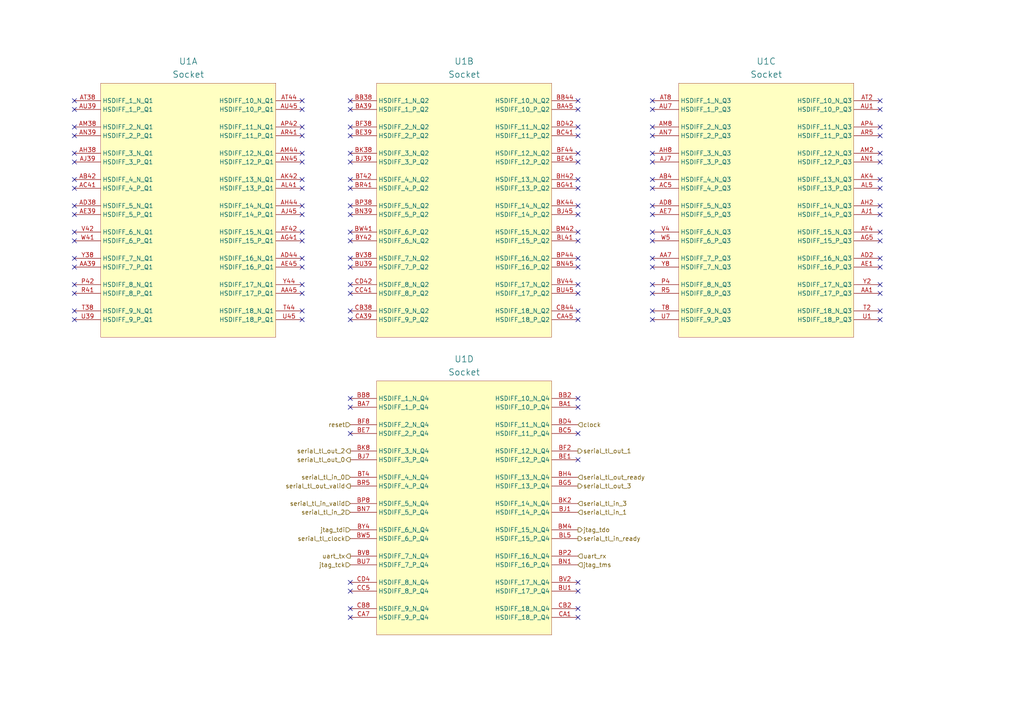
<source format=kicad_sch>
(kicad_sch (version 20231120) (generator "eeschema") (generator_version "8.0")
  (paper "A4")
  (title_block (title "Maveric Board") (date "2024-06-09") (rev "0"))
  (lib_symbols
    (symbol "maveric-parts:TESTCHIP_UNI2"
      (property "Reference" "U" (at -12.7 0 0))
      (property "Value" "*" (at -12.7 -48.26 0))
      (symbol "TESTCHIP_UNI2_1_0"
        (pin bidirectional line (at -7.62 -53.34 0) (length 7.62) (name "HSDIFF_7_P_Q1") (number "AA39"))
        (pin bidirectional line (at 58.42 -60.96 180) (length 7.62) (name "HSDIFF_17_P_Q1") (number "AA45"))
        (pin bidirectional line (at -7.62 -27.94 0) (length 7.62) (name "HSDIFF_4_N_Q1") (number "AB42"))
        (pin bidirectional line (at -7.62 -30.48 0) (length 7.62) (name "HSDIFF_4_P_Q1") (number "AC41"))
        (pin bidirectional line (at -7.62 -35.56 0) (length 7.62) (name "HSDIFF_5_N_Q1") (number "AD38"))
        (pin bidirectional line (at 58.42 -50.8 180) (length 7.62) (name "HSDIFF_16_N_Q1") (number "AD44"))
        (pin bidirectional line (at -7.62 -38.1 0) (length 7.62) (name "HSDIFF_5_P_Q1") (number "AE39"))
        (pin bidirectional line (at 58.42 -53.34 180) (length 7.62) (name "HSDIFF_16_P_Q1") (number "AE45"))
        (pin bidirectional line (at 58.42 -43.18 180) (length 7.62) (name "HSDIFF_15_N_Q1") (number "AF42"))
        (pin bidirectional line (at 58.42 -45.72 180) (length 7.62) (name "HSDIFF_15_P_Q1") (number "AG41"))
        (pin bidirectional line (at -7.62 -20.32 0) (length 7.62) (name "HSDIFF_3_N_Q1") (number "AH38"))
        (pin bidirectional line (at 58.42 -35.56 180) (length 7.62) (name "HSDIFF_14_N_Q1") (number "AH44"))
        (pin bidirectional line (at -7.62 -22.86 0) (length 7.62) (name "HSDIFF_3_P_Q1") (number "AJ39"))
        (pin bidirectional line (at 58.42 -38.1 180) (length 7.62) (name "HSDIFF_14_P_Q1") (number "AJ45"))
        (pin bidirectional line (at 58.42 -27.94 180) (length 7.62) (name "HSDIFF_13_N_Q1") (number "AK42"))
        (pin bidirectional line (at 58.42 -30.48 180) (length 7.62) (name "HSDIFF_13_P_Q1") (number "AL41"))
        (pin bidirectional line (at -7.62 -12.7 0) (length 7.62) (name "HSDIFF_2_N_Q1") (number "AM38"))
        (pin bidirectional line (at 58.42 -20.32 180) (length 7.62) (name "HSDIFF_12_N_Q1") (number "AM44"))
        (pin bidirectional line (at -7.62 -15.24 0) (length 7.62) (name "HSDIFF_2_P_Q1") (number "AN39"))
        (pin bidirectional line (at 58.42 -22.86 180) (length 7.62) (name "HSDIFF_12_P_Q1") (number "AN45"))
        (pin bidirectional line (at 58.42 -12.7 180) (length 7.62) (name "HSDIFF_11_N_Q1") (number "AP42"))
        (pin bidirectional line (at 58.42 -15.24 180) (length 7.62) (name "HSDIFF_11_P_Q1") (number "AR41"))
        (pin bidirectional line (at -7.62 -5.08 0) (length 7.62) (name "HSDIFF_1_N_Q1") (number "AT38"))
        (pin bidirectional line (at 58.42 -5.08 180) (length 7.62) (name "HSDIFF_10_N_Q1") (number "AT44"))
        (pin bidirectional line (at -7.62 -7.62 0) (length 7.62) (name "HSDIFF_1_P_Q1") (number "AU39"))
        (pin bidirectional line (at 58.42 -7.62 180) (length 7.62) (name "HSDIFF_10_P_Q1") (number "AU45"))
        (pin bidirectional line (at -7.62 -58.42 0) (length 7.62) (name "HSDIFF_8_N_Q1") (number "P42"))
        (pin bidirectional line (at -7.62 -60.96 0) (length 7.62) (name "HSDIFF_8_P_Q1") (number "R41"))
        (pin bidirectional line (at -7.62 -66.04 0) (length 7.62) (name "HSDIFF_9_N_Q1") (number "T38"))
        (pin bidirectional line (at 58.42 -66.04 180) (length 7.62) (name "HSDIFF_18_N_Q1") (number "T44"))
        (pin bidirectional line (at -7.62 -68.58 0) (length 7.62) (name "HSDIFF_9_P_Q1") (number "U39"))
        (pin bidirectional line (at 58.42 -68.58 180) (length 7.62) (name "HSDIFF_18_P_Q1") (number "U45"))
        (pin bidirectional line (at -7.62 -43.18 0) (length 7.62) (name "HSDIFF_6_N_Q1") (number "V42"))
        (pin bidirectional line (at -7.62 -45.72 0) (length 7.62) (name "HSDIFF_6_P_Q1") (number "W41"))
        (pin bidirectional line (at -7.62 -50.8 0) (length 7.62) (name "HSDIFF_7_N_Q1") (number "Y38"))
        (pin bidirectional line (at 58.42 -58.42 180) (length 7.62) (name "HSDIFF_17_N_Q1") (number "Y44"))
      )
      (symbol "TESTCHIP_UNI2_2_0"
        (pin bidirectional line (at -7.62 -7.62 0) (length 7.62) (name "HSDIFF_1_P_Q2") (number "BA39"))
        (pin bidirectional line (at 58.42 -7.62 180) (length 7.62) (name "HSDIFF_10_P_Q2") (number "BA45"))
        (pin bidirectional line (at -7.62 -5.08 0) (length 7.62) (name "HSDIFF_1_N_Q2") (number "BB38"))
        (pin bidirectional line (at 58.42 -5.08 180) (length 7.62) (name "HSDIFF_10_N_Q2") (number "BB44"))
        (pin bidirectional line (at 58.42 -15.24 180) (length 7.62) (name "HSDIFF_11_P_Q2") (number "BC41"))
        (pin bidirectional line (at 58.42 -12.7 180) (length 7.62) (name "HSDIFF_11_N_Q2") (number "BD42"))
        (pin bidirectional line (at -7.62 -15.24 0) (length 7.62) (name "HSDIFF_2_P_Q2") (number "BE39"))
        (pin bidirectional line (at 58.42 -22.86 180) (length 7.62) (name "HSDIFF_12_P_Q2") (number "BE45"))
        (pin bidirectional line (at -7.62 -12.7 0) (length 7.62) (name "HSDIFF_2_N_Q2") (number "BF38"))
        (pin bidirectional line (at 58.42 -20.32 180) (length 7.62) (name "HSDIFF_12_N_Q2") (number "BF44"))
        (pin bidirectional line (at 58.42 -30.48 180) (length 7.62) (name "HSDIFF_13_P_Q2") (number "BG41"))
        (pin bidirectional line (at 58.42 -27.94 180) (length 7.62) (name "HSDIFF_13_N_Q2") (number "BH42"))
        (pin bidirectional line (at -7.62 -22.86 0) (length 7.62) (name "HSDIFF_3_P_Q2") (number "BJ39"))
        (pin bidirectional line (at 58.42 -38.1 180) (length 7.62) (name "HSDIFF_14_P_Q2") (number "BJ45"))
        (pin bidirectional line (at -7.62 -20.32 0) (length 7.62) (name "HSDIFF_3_N_Q2") (number "BK38"))
        (pin bidirectional line (at 58.42 -35.56 180) (length 7.62) (name "HSDIFF_14_N_Q2") (number "BK44"))
        (pin bidirectional line (at 58.42 -45.72 180) (length 7.62) (name "HSDIFF_15_P_Q2") (number "BL41"))
        (pin bidirectional line (at 58.42 -43.18 180) (length 7.62) (name "HSDIFF_15_N_Q2") (number "BM42"))
        (pin bidirectional line (at -7.62 -38.1 0) (length 7.62) (name "HSDIFF_5_P_Q2") (number "BN39"))
        (pin bidirectional line (at 58.42 -53.34 180) (length 7.62) (name "HSDIFF_16_P_Q2") (number "BN45"))
        (pin bidirectional line (at -7.62 -35.56 0) (length 7.62) (name "HSDIFF_5_N_Q2") (number "BP38"))
        (pin bidirectional line (at 58.42 -50.8 180) (length 7.62) (name "HSDIFF_16_N_Q2") (number "BP44"))
        (pin bidirectional line (at -7.62 -30.48 0) (length 7.62) (name "HSDIFF_4_P_Q2") (number "BR41"))
        (pin bidirectional line (at -7.62 -27.94 0) (length 7.62) (name "HSDIFF_4_N_Q2") (number "BT42"))
        (pin bidirectional line (at -7.62 -53.34 0) (length 7.62) (name "HSDIFF_7_P_Q2") (number "BU39"))
        (pin bidirectional line (at 58.42 -60.96 180) (length 7.62) (name "HSDIFF_17_P_Q2") (number "BU45"))
        (pin bidirectional line (at -7.62 -50.8 0) (length 7.62) (name "HSDIFF_7_N_Q2") (number "BV38"))
        (pin bidirectional line (at 58.42 -58.42 180) (length 7.62) (name "HSDIFF_17_N_Q2") (number "BV44"))
        (pin bidirectional line (at -7.62 -43.18 0) (length 7.62) (name "HSDIFF_6_P_Q2") (number "BW41"))
        (pin bidirectional line (at -7.62 -45.72 0) (length 7.62) (name "HSDIFF_6_N_Q2") (number "BY42"))
        (pin bidirectional line (at -7.62 -68.58 0) (length 7.62) (name "HSDIFF_9_P_Q2") (number "CA39"))
        (pin bidirectional line (at 58.42 -68.58 180) (length 7.62) (name "HSDIFF_18_P_Q2") (number "CA45"))
        (pin bidirectional line (at -7.62 -66.04 0) (length 7.62) (name "HSDIFF_9_N_Q2") (number "CB38"))
        (pin bidirectional line (at 58.42 -66.04 180) (length 7.62) (name "HSDIFF_18_N_Q2") (number "CB44"))
        (pin bidirectional line (at -7.62 -60.96 0) (length 7.62) (name "HSDIFF_8_P_Q2") (number "CC41"))
        (pin bidirectional line (at -7.62 -58.42 0) (length 7.62) (name "HSDIFF_8_N_Q2") (number "CD42"))
      )
      (symbol "TESTCHIP_UNI2_3_0"
        (pin bidirectional line (at 58.42 -60.96 180) (length 7.62) (name "HSDIFF_17_P_Q3") (number "AA1"))
        (pin bidirectional line (at -7.62 -50.8 0) (length 7.62) (name "HSDIFF_7_P_Q3") (number "AA7"))
        (pin bidirectional line (at -7.62 -27.94 0) (length 7.62) (name "HSDIFF_4_N_Q3") (number "AB4"))
        (pin bidirectional line (at -7.62 -30.48 0) (length 7.62) (name "HSDIFF_4_P_Q3") (number "AC5"))
        (pin bidirectional line (at 58.42 -50.8 180) (length 7.62) (name "HSDIFF_16_N_Q3") (number "AD2"))
        (pin bidirectional line (at -7.62 -35.56 0) (length 7.62) (name "HSDIFF_5_N_Q3") (number "AD8"))
        (pin bidirectional line (at 58.42 -53.34 180) (length 7.62) (name "HSDIFF_16_P_Q3") (number "AE1"))
        (pin bidirectional line (at -7.62 -38.1 0) (length 7.62) (name "HSDIFF_5_P_Q3") (number "AE7"))
        (pin bidirectional line (at 58.42 -43.18 180) (length 7.62) (name "HSDIFF_15_N_Q3") (number "AF4"))
        (pin bidirectional line (at 58.42 -45.72 180) (length 7.62) (name "HSDIFF_15_P_Q3") (number "AG5"))
        (pin bidirectional line (at 58.42 -35.56 180) (length 7.62) (name "HSDIFF_14_N_Q3") (number "AH2"))
        (pin bidirectional line (at -7.62 -20.32 0) (length 7.62) (name "HSDIFF_3_N_Q3") (number "AH8"))
        (pin bidirectional line (at 58.42 -38.1 180) (length 7.62) (name "HSDIFF_14_P_Q3") (number "AJ1"))
        (pin bidirectional line (at -7.62 -22.86 0) (length 7.62) (name "HSDIFF_3_P_Q3") (number "AJ7"))
        (pin bidirectional line (at 58.42 -27.94 180) (length 7.62) (name "HSDIFF_13_N_Q3") (number "AK4"))
        (pin bidirectional line (at 58.42 -30.48 180) (length 7.62) (name "HSDIFF_13_P_Q3") (number "AL5"))
        (pin bidirectional line (at 58.42 -20.32 180) (length 7.62) (name "HSDIFF_12_N_Q3") (number "AM2"))
        (pin bidirectional line (at -7.62 -12.7 0) (length 7.62) (name "HSDIFF_2_N_Q3") (number "AM8"))
        (pin bidirectional line (at 58.42 -22.86 180) (length 7.62) (name "HSDIFF_12_P_Q3") (number "AN1"))
        (pin bidirectional line (at -7.62 -15.24 0) (length 7.62) (name "HSDIFF_2_P_Q3") (number "AN7"))
        (pin bidirectional line (at 58.42 -12.7 180) (length 7.62) (name "HSDIFF_11_N_Q3") (number "AP4"))
        (pin bidirectional line (at 58.42 -15.24 180) (length 7.62) (name "HSDIFF_11_P_Q3") (number "AR5"))
        (pin bidirectional line (at 58.42 -5.08 180) (length 7.62) (name "HSDIFF_10_N_Q3") (number "AT2"))
        (pin bidirectional line (at -7.62 -5.08 0) (length 7.62) (name "HSDIFF_1_N_Q3") (number "AT8"))
        (pin bidirectional line (at 58.42 -7.62 180) (length 7.62) (name "HSDIFF_10_P_Q3") (number "AU1"))
        (pin bidirectional line (at -7.62 -7.62 0) (length 7.62) (name "HSDIFF_1_P_Q3") (number "AU7"))
        (pin bidirectional line (at -7.62 -58.42 0) (length 7.62) (name "HSDIFF_8_N_Q3") (number "P4"))
        (pin bidirectional line (at -7.62 -60.96 0) (length 7.62) (name "HSDIFF_8_P_Q3") (number "R5"))
        (pin bidirectional line (at 58.42 -66.04 180) (length 7.62) (name "HSDIFF_18_N_Q3") (number "T2"))
        (pin bidirectional line (at -7.62 -66.04 0) (length 7.62) (name "HSDIFF_9_N_Q3") (number "T8"))
        (pin bidirectional line (at 58.42 -68.58 180) (length 7.62) (name "HSDIFF_18_P_Q3") (number "U1"))
        (pin bidirectional line (at -7.62 -68.58 0) (length 7.62) (name "HSDIFF_9_P_Q3") (number "U7"))
        (pin bidirectional line (at -7.62 -43.18 0) (length 7.62) (name "HSDIFF_6_N_Q3") (number "V4"))
        (pin bidirectional line (at -7.62 -45.72 0) (length 7.62) (name "HSDIFF_6_P_Q3") (number "W5"))
        (pin bidirectional line (at 58.42 -58.42 180) (length 7.62) (name "HSDIFF_17_N_Q3") (number "Y2"))
        (pin bidirectional line (at -7.62 -53.34 0) (length 7.62) (name "HSDIFF_7_N_Q3") (number "Y8"))
      )
      (symbol "TESTCHIP_UNI2_4_0"
        (pin bidirectional line (at 58.42 -7.62 180) (length 7.62) (name "HSDIFF_10_P_Q4") (number "BA1"))
        (pin bidirectional line (at -7.62 -7.62 0) (length 7.62) (name "HSDIFF_1_P_Q4") (number "BA7"))
        (pin bidirectional line (at 58.42 -5.08 180) (length 7.62) (name "HSDIFF_10_N_Q4") (number "BB2"))
        (pin bidirectional line (at -7.62 -5.08 0) (length 7.62) (name "HSDIFF_1_N_Q4") (number "BB8"))
        (pin bidirectional line (at 58.42 -15.24 180) (length 7.62) (name "HSDIFF_11_P_Q4") (number "BC5"))
        (pin bidirectional line (at 58.42 -12.7 180) (length 7.62) (name "HSDIFF_11_N_Q4") (number "BD4"))
        (pin bidirectional line (at 58.42 -22.86 180) (length 7.62) (name "HSDIFF_12_P_Q4") (number "BE1"))
        (pin bidirectional line (at -7.62 -15.24 0) (length 7.62) (name "HSDIFF_2_P_Q4") (number "BE7"))
        (pin bidirectional line (at 58.42 -20.32 180) (length 7.62) (name "HSDIFF_12_N_Q4") (number "BF2"))
        (pin bidirectional line (at -7.62 -12.7 0) (length 7.62) (name "HSDIFF_2_N_Q4") (number "BF8"))
        (pin bidirectional line (at 58.42 -30.48 180) (length 7.62) (name "HSDIFF_13_P_Q4") (number "BG5"))
        (pin bidirectional line (at 58.42 -27.94 180) (length 7.62) (name "HSDIFF_13_N_Q4") (number "BH4"))
        (pin bidirectional line (at 58.42 -38.1 180) (length 7.62) (name "HSDIFF_14_P_Q4") (number "BJ1"))
        (pin bidirectional line (at -7.62 -22.86 0) (length 7.62) (name "HSDIFF_3_P_Q4") (number "BJ7"))
        (pin bidirectional line (at 58.42 -35.56 180) (length 7.62) (name "HSDIFF_14_N_Q4") (number "BK2"))
        (pin bidirectional line (at -7.62 -20.32 0) (length 7.62) (name "HSDIFF_3_N_Q4") (number "BK8"))
        (pin bidirectional line (at 58.42 -45.72 180) (length 7.62) (name "HSDIFF_15_P_Q4") (number "BL5"))
        (pin bidirectional line (at 58.42 -43.18 180) (length 7.62) (name "HSDIFF_15_N_Q4") (number "BM4"))
        (pin bidirectional line (at 58.42 -53.34 180) (length 7.62) (name "HSDIFF_16_P_Q4") (number "BN1"))
        (pin bidirectional line (at -7.62 -38.1 0) (length 7.62) (name "HSDIFF_5_P_Q4") (number "BN7"))
        (pin bidirectional line (at 58.42 -50.8 180) (length 7.62) (name "HSDIFF_16_N_Q4") (number "BP2"))
        (pin bidirectional line (at -7.62 -35.56 0) (length 7.62) (name "HSDIFF_5_N_Q4") (number "BP8"))
        (pin bidirectional line (at -7.62 -30.48 0) (length 7.62) (name "HSDIFF_4_P_Q4") (number "BR5"))
        (pin bidirectional line (at -7.62 -27.94 0) (length 7.62) (name "HSDIFF_4_N_Q4") (number "BT4"))
        (pin bidirectional line (at 58.42 -60.96 180) (length 7.62) (name "HSDIFF_17_P_Q4") (number "BU1"))
        (pin bidirectional line (at -7.62 -53.34 0) (length 7.62) (name "HSDIFF_7_P_Q4") (number "BU7"))
        (pin bidirectional line (at 58.42 -58.42 180) (length 7.62) (name "HSDIFF_17_N_Q4") (number "BV2"))
        (pin bidirectional line (at -7.62 -50.8 0) (length 7.62) (name "HSDIFF_7_N_Q4") (number "BV8"))
        (pin bidirectional line (at -7.62 -45.72 0) (length 7.62) (name "HSDIFF_6_P_Q4") (number "BW5"))
        (pin bidirectional line (at -7.62 -43.18 0) (length 7.62) (name "HSDIFF_6_N_Q4") (number "BY4"))
        (pin bidirectional line (at 58.42 -68.58 180) (length 7.62) (name "HSDIFF_18_P_Q4") (number "CA1"))
        (pin bidirectional line (at -7.62 -68.58 0) (length 7.62) (name "HSDIFF_9_P_Q4") (number "CA7"))
        (pin bidirectional line (at 58.42 -66.04 180) (length 7.62) (name "HSDIFF_18_N_Q4") (number "CB2"))
        (pin bidirectional line (at -7.62 -66.04 0) (length 7.62) (name "HSDIFF_9_N_Q4") (number "CB8"))
        (pin bidirectional line (at -7.62 -60.96 0) (length 7.62) (name "HSDIFF_8_P_Q4") (number "CC5"))
        (pin bidirectional line (at -7.62 -58.42 0) (length 7.62) (name "HSDIFF_8_N_Q4") (number "CD4"))
      )
      (symbol "TESTCHIP_UNI2_5_0"
        (pin bidirectional line (at -7.62 -7.62 0) (length 7.62) (name "IODIFF_1_P_Q1") (number "A25"))
        (pin bidirectional line (at -7.62 -38.1 0) (length 7.62) (name "IODIFF_5_P_Q1") (number "A27"))
        (pin bidirectional line (at -7.62 -68.58 0) (length 7.62) (name "IODIFF_9_P_Q1") (number "A29"))
        (pin bidirectional line (at -7.62 -99.06 0) (length 7.62) (name "IODIFF_13_P_Q1") (number "A31"))
        (pin bidirectional line (at -7.62 -129.54 0) (length 7.62) (name "IODIFF_17_P_Q1") (number "A33"))
        (pin bidirectional line (at -7.62 -144.78 0) (length 7.62) (name "IODIFF_19_P_Q1") (number "A35"))
        (pin bidirectional line (at -7.62 -152.4 0) (length 7.62) (name "IODIFF_20_P_Q1") (number "A37"))
        (pin bidirectional line (at 58.42 -68.58 180) (length 7.62) (name "IODIFF_29_P_Q1") (number "A39"))
        (pin bidirectional line (at 58.42 -99.06 180) (length 7.62) (name "IODIFF_33_P_Q1") (number "A41"))
        (pin bidirectional line (at 58.42 -129.54 180) (length 7.62) (name "IODIFF_37_P_Q1") (number "A43"))
        (pin bidirectional line (at 58.42 -160.02 180) (length 7.62) (name "IODIFF_41_P_Q1") (number "A45"))
        (pin bidirectional line (at -7.62 -5.08 0) (length 7.62) (name "IODIFF_1_N_Q1") (number "B24"))
        (pin bidirectional line (at -7.62 -35.56 0) (length 7.62) (name "IODIFF_5_N_Q1") (number "B26"))
        (pin bidirectional line (at -7.62 -66.04 0) (length 7.62) (name "IODIFF_9_N_Q1") (number "B28"))
        (pin bidirectional line (at -7.62 -96.52 0) (length 7.62) (name "IODIFF_13_N_Q1") (number "B30"))
        (pin bidirectional line (at -7.62 -127 0) (length 7.62) (name "IODIFF_17_N_Q1") (number "B32"))
        (pin bidirectional line (at -7.62 -142.24 0) (length 7.62) (name "IODIFF_19_N_Q1") (number "B34"))
        (pin bidirectional line (at -7.62 -149.86 0) (length 7.62) (name "IODIFF_20_N_Q1") (number "B36"))
        (pin bidirectional line (at 58.42 -66.04 180) (length 7.62) (name "IODIFF_29_N_Q1") (number "B38"))
        (pin bidirectional line (at 58.42 -96.52 180) (length 7.62) (name "IODIFF_33_N_Q1") (number "B40"))
        (pin bidirectional line (at 58.42 -127 180) (length 7.62) (name "IODIFF_37_N_Q1") (number "B42"))
        (pin bidirectional line (at 58.42 -157.48 180) (length 7.62) (name "IODIFF_41_N_Q1") (number "B44"))
        (pin bidirectional line (at -7.62 -15.24 0) (length 7.62) (name "IODIFF_2_P_Q1") (number "C25"))
        (pin bidirectional line (at -7.62 -45.72 0) (length 7.62) (name "IODIFF_6_P_Q1") (number "C27"))
        (pin bidirectional line (at -7.62 -76.2 0) (length 7.62) (name "IODIFF_10_P_Q1") (number "C29"))
        (pin bidirectional line (at -7.62 -106.68 0) (length 7.62) (name "IODIFF_14_P_Q1") (number "C31"))
        (pin bidirectional line (at -7.62 -137.16 0) (length 7.62) (name "IODIFF_18_P_Q1") (number "C33"))
        (pin bidirectional line (at 58.42 -7.62 180) (length 7.62) (name "IODIFF_21_P_Q1") (number "C35"))
        (pin bidirectional line (at 58.42 -15.24 180) (length 7.62) (name "IODIFF_22_P_Q1") (number "C37"))
        (pin bidirectional line (at 58.42 -76.2 180) (length 7.62) (name "IODIFF_30_P_Q1") (number "C39"))
        (pin bidirectional line (at 58.42 -106.68 180) (length 7.62) (name "IODIFF_34_P_Q1") (number "C41"))
        (pin bidirectional line (at 58.42 -137.16 180) (length 7.62) (name "IODIFF_38_P_Q1") (number "C43"))
        (pin bidirectional line (at -7.62 -12.7 0) (length 7.62) (name "IODIFF_2_N_Q1") (number "D24"))
        (pin bidirectional line (at -7.62 -43.18 0) (length 7.62) (name "IODIFF_6_N_Q1") (number "D26"))
        (pin bidirectional line (at -7.62 -73.66 0) (length 7.62) (name "IODIFF_10_N_Q1") (number "D28"))
        (pin bidirectional line (at -7.62 -104.14 0) (length 7.62) (name "IODIFF_14_N_Q1") (number "D30"))
        (pin bidirectional line (at -7.62 -134.62 0) (length 7.62) (name "IODIFF_18_N_Q1") (number "D32"))
        (pin bidirectional line (at 58.42 -5.08 180) (length 7.62) (name "IODIFF_21_N_Q1") (number "D34"))
        (pin bidirectional line (at 58.42 -12.7 180) (length 7.62) (name "IODIFF_22_N_Q1") (number "D36"))
        (pin bidirectional line (at 58.42 -73.66 180) (length 7.62) (name "IODIFF_30_N_Q1") (number "D38"))
        (pin bidirectional line (at 58.42 -104.14 180) (length 7.62) (name "IODIFF_34_N_Q1") (number "D40"))
        (pin bidirectional line (at 58.42 -134.62 180) (length 7.62) (name "IODIFF_38_N_Q1") (number "D42"))
        (pin bidirectional line (at -7.62 -22.86 0) (length 7.62) (name "IODIFF_3_P_Q1") (number "G25"))
        (pin bidirectional line (at -7.62 -53.34 0) (length 7.62) (name "IODIFF_7_P_Q1") (number "G27"))
        (pin bidirectional line (at -7.62 -83.82 0) (length 7.62) (name "IODIFF_11_P_Q1") (number "G29"))
        (pin bidirectional line (at -7.62 -114.3 0) (length 7.62) (name "IODIFF_15_P_Q1") (number "G31"))
        (pin bidirectional line (at 58.42 -30.48 180) (length 7.62) (name "IODIFF_24_P_Q1") (number "G33"))
        (pin bidirectional line (at 58.42 -22.86 180) (length 7.62) (name "IODIFF_23_P_Q1") (number "G35"))
        (pin bidirectional line (at 58.42 -38.1 180) (length 7.62) (name "IODIFF_25_P_Q1") (number "G37"))
        (pin bidirectional line (at 58.42 -83.82 180) (length 7.62) (name "IODIFF_31_P_Q1") (number "G39"))
        (pin bidirectional line (at 58.42 -114.3 180) (length 7.62) (name "IODIFF_35_P_Q1") (number "G41"))
        (pin bidirectional line (at 58.42 -144.78 180) (length 7.62) (name "IODIFF_39_P_Q1") (number "G43"))
        (pin bidirectional line (at -7.62 -20.32 0) (length 7.62) (name "IODIFF_3_N_Q1") (number "H24"))
        (pin bidirectional line (at -7.62 -50.8 0) (length 7.62) (name "IODIFF_7_N_Q1") (number "H26"))
        (pin bidirectional line (at -7.62 -81.28 0) (length 7.62) (name "IODIFF_11_N_Q1") (number "H28"))
        (pin bidirectional line (at -7.62 -111.76 0) (length 7.62) (name "IODIFF_15_N_Q1") (number "H30"))
        (pin bidirectional line (at 58.42 -27.94 180) (length 7.62) (name "IODIFF_24_N_Q1") (number "H32"))
        (pin bidirectional line (at 58.42 -20.32 180) (length 7.62) (name "IODIFF_23_N_Q1") (number "H34"))
        (pin bidirectional line (at 58.42 -35.56 180) (length 7.62) (name "IODIFF_25_N_Q1") (number "H36"))
        (pin bidirectional line (at 58.42 -81.28 180) (length 7.62) (name "IODIFF_31_N_Q1") (number "H38"))
        (pin bidirectional line (at 58.42 -111.76 180) (length 7.62) (name "IODIFF_35_N_Q1") (number "H40"))
        (pin bidirectional line (at 58.42 -142.24 180) (length 7.62) (name "IODIFF_39_N_Q1") (number "H42"))
        (pin bidirectional line (at -7.62 -30.48 0) (length 7.62) (name "IODIFF_4_P_Q1") (number "J25"))
        (pin bidirectional line (at -7.62 -60.96 0) (length 7.62) (name "IODIFF_8_P_Q1") (number "J27"))
        (pin bidirectional line (at -7.62 -91.44 0) (length 7.62) (name "IODIFF_12_P_Q1") (number "J29"))
        (pin bidirectional line (at -7.62 -121.92 0) (length 7.62) (name "IODIFF_16_P_Q1") (number "J31"))
        (pin bidirectional line (at 58.42 -45.72 180) (length 7.62) (name "IODIFF_26_P_Q1") (number "J33"))
        (pin bidirectional line (at 58.42 -53.34 180) (length 7.62) (name "IODIFF_27_P_Q1") (number "J35"))
        (pin bidirectional line (at 58.42 -60.96 180) (length 7.62) (name "IODIFF_28_P_Q1") (number "J37"))
        (pin bidirectional line (at 58.42 -91.44 180) (length 7.62) (name "IODIFF_32_P_Q1") (number "J39"))
        (pin bidirectional line (at 58.42 -121.92 180) (length 7.62) (name "IODIFF_36_P_Q1") (number "J41"))
        (pin bidirectional line (at 58.42 -152.4 180) (length 7.62) (name "IODIFF_40_P_Q1") (number "J43"))
        (pin bidirectional line (at -7.62 -27.94 0) (length 7.62) (name "IODIFF_4_N_Q1") (number "K24"))
        (pin bidirectional line (at -7.62 -58.42 0) (length 7.62) (name "IODIFF_8_N_Q1") (number "K26"))
        (pin bidirectional line (at -7.62 -88.9 0) (length 7.62) (name "IODIFF_12_N_Q1") (number "K28"))
        (pin bidirectional line (at -7.62 -119.38 0) (length 7.62) (name "IODIFF_16_N_Q1") (number "K30"))
        (pin bidirectional line (at 58.42 -43.18 180) (length 7.62) (name "IODIFF_26_N_Q1") (number "K32"))
        (pin bidirectional line (at 58.42 -50.8 180) (length 7.62) (name "IODIFF_27_N_Q1") (number "K34"))
        (pin bidirectional line (at 58.42 -58.42 180) (length 7.62) (name "IODIFF_28_N_Q1") (number "K36"))
        (pin bidirectional line (at 58.42 -88.9 180) (length 7.62) (name "IODIFF_32_N_Q1") (number "K38"))
        (pin bidirectional line (at 58.42 -119.38 180) (length 7.62) (name "IODIFF_36_N_Q1") (number "K40"))
        (pin bidirectional line (at 58.42 -149.86 180) (length 7.62) (name "IODIFF_40_N_Q1") (number "K42"))
      )
      (symbol "TESTCHIP_UNI2_6_0"
        (pin bidirectional line (at -7.62 -27.94 0) (length 7.62) (name "IODIFF_4_N_Q2") (number "CH24"))
        (pin bidirectional line (at -7.62 -58.42 0) (length 7.62) (name "IODIFF_8_N_Q2") (number "CH26"))
        (pin bidirectional line (at -7.62 -88.9 0) (length 7.62) (name "IODIFF_12_N_Q2") (number "CH28"))
        (pin bidirectional line (at -7.62 -119.38 0) (length 7.62) (name "IODIFF_16_N_Q2") (number "CH30"))
        (pin bidirectional line (at 58.42 -43.18 180) (length 7.62) (name "IODIFF_26_N_Q2") (number "CH32"))
        (pin bidirectional line (at 58.42 -50.8 180) (length 7.62) (name "IODIFF_27_N_Q2") (number "CH34"))
        (pin bidirectional line (at 58.42 -58.42 180) (length 7.62) (name "IODIFF_28_N_Q2") (number "CH36"))
        (pin bidirectional line (at 58.42 -88.9 180) (length 7.62) (name "IODIFF_32_N_Q2") (number "CH38"))
        (pin bidirectional line (at 58.42 -119.38 180) (length 7.62) (name "IODIFF_36_N_Q2") (number "CH40"))
        (pin bidirectional line (at 58.42 -149.86 180) (length 7.62) (name "IODIFF_40_N_Q2") (number "CH42"))
        (pin bidirectional line (at -7.62 -30.48 0) (length 7.62) (name "IODIFF_4_P_Q2") (number "CJ25"))
        (pin bidirectional line (at -7.62 -60.96 0) (length 7.62) (name "IODIFF_8_P_Q2") (number "CJ27"))
        (pin bidirectional line (at -7.62 -91.44 0) (length 7.62) (name "IODIFF_12_P_Q2") (number "CJ29"))
        (pin bidirectional line (at -7.62 -121.92 0) (length 7.62) (name "IODIFF_16_P_Q2") (number "CJ31"))
        (pin bidirectional line (at 58.42 -45.72 180) (length 7.62) (name "IODIFF_26_P_Q2") (number "CJ33"))
        (pin bidirectional line (at 58.42 -53.34 180) (length 7.62) (name "IODIFF_27_P_Q2") (number "CJ35"))
        (pin bidirectional line (at 58.42 -60.96 180) (length 7.62) (name "IODIFF_28_P_Q2") (number "CJ37"))
        (pin bidirectional line (at 58.42 -91.44 180) (length 7.62) (name "IODIFF_32_P_Q2") (number "CJ39"))
        (pin bidirectional line (at 58.42 -121.92 180) (length 7.62) (name "IODIFF_36_P_Q2") (number "CJ41"))
        (pin bidirectional line (at 58.42 -152.4 180) (length 7.62) (name "IODIFF_40_P_Q2") (number "CJ43"))
        (pin bidirectional line (at -7.62 -20.32 0) (length 7.62) (name "IODIFF_3_N_Q2") (number "CK24"))
        (pin bidirectional line (at -7.62 -50.8 0) (length 7.62) (name "IODIFF_7_N_Q2") (number "CK26"))
        (pin bidirectional line (at -7.62 -81.28 0) (length 7.62) (name "IODIFF_11_N_Q2") (number "CK28"))
        (pin bidirectional line (at -7.62 -111.76 0) (length 7.62) (name "IODIFF_15_N_Q2") (number "CK30"))
        (pin bidirectional line (at 58.42 -27.94 180) (length 7.62) (name "IODIFF_24_N_Q2") (number "CK32"))
        (pin bidirectional line (at 58.42 -20.32 180) (length 7.62) (name "IODIFF_23_N_Q2") (number "CK34"))
        (pin bidirectional line (at 58.42 -35.56 180) (length 7.62) (name "IODIFF_25_N_Q2") (number "CK36"))
        (pin bidirectional line (at 58.42 -81.28 180) (length 7.62) (name "IODIFF_31_N_Q2") (number "CK38"))
        (pin bidirectional line (at 58.42 -111.76 180) (length 7.62) (name "IODIFF_35_N_Q2") (number "CK40"))
        (pin bidirectional line (at 58.42 -142.24 180) (length 7.62) (name "IODIFF_39_N_Q2") (number "CK42"))
        (pin bidirectional line (at -7.62 -22.86 0) (length 7.62) (name "IODIFF_3_P_Q2") (number "CL25"))
        (pin bidirectional line (at -7.62 -53.34 0) (length 7.62) (name "IODIFF_7_P_Q2") (number "CL27"))
        (pin bidirectional line (at -7.62 -83.82 0) (length 7.62) (name "IODIFF_11_P_Q2") (number "CL29"))
        (pin bidirectional line (at -7.62 -114.3 0) (length 7.62) (name "IODIFF_15_P_Q2") (number "CL31"))
        (pin bidirectional line (at 58.42 -30.48 180) (length 7.62) (name "IODIFF_24_P_Q2") (number "CL33"))
        (pin bidirectional line (at 58.42 -22.86 180) (length 7.62) (name "IODIFF_23_P_Q2") (number "CL35"))
        (pin bidirectional line (at 58.42 -38.1 180) (length 7.62) (name "IODIFF_25_P_Q2") (number "CL37"))
        (pin bidirectional line (at 58.42 -83.82 180) (length 7.62) (name "IODIFF_31_P_Q2") (number "CL39"))
        (pin bidirectional line (at 58.42 -114.3 180) (length 7.62) (name "IODIFF_35_P_Q2") (number "CL41"))
        (pin bidirectional line (at 58.42 -144.78 180) (length 7.62) (name "IODIFF_39_P_Q2") (number "CL43"))
        (pin bidirectional line (at -7.62 -12.7 0) (length 7.62) (name "IODIFF_2_N_Q2") (number "CP24"))
        (pin bidirectional line (at -7.62 -43.18 0) (length 7.62) (name "IODIFF_6_N_Q2") (number "CP26"))
        (pin bidirectional line (at -7.62 -73.66 0) (length 7.62) (name "IODIFF_10_N_Q2") (number "CP28"))
        (pin bidirectional line (at -7.62 -104.14 0) (length 7.62) (name "IODIFF_14_N_Q2") (number "CP30"))
        (pin bidirectional line (at -7.62 -134.62 0) (length 7.62) (name "IODIFF_18_N_Q2") (number "CP32"))
        (pin bidirectional line (at 58.42 -5.08 180) (length 7.62) (name "IODIFF_21_N_Q2") (number "CP34"))
        (pin bidirectional line (at 58.42 -12.7 180) (length 7.62) (name "IODIFF_22_N_Q2") (number "CP36"))
        (pin bidirectional line (at 58.42 -73.66 180) (length 7.62) (name "IODIFF_30_N_Q2") (number "CP38"))
        (pin bidirectional line (at 58.42 -104.14 180) (length 7.62) (name "IODIFF_34_N_Q2") (number "CP40"))
        (pin bidirectional line (at 58.42 -134.62 180) (length 7.62) (name "IODIFF_38_N_Q2") (number "CP42"))
        (pin bidirectional line (at -7.62 -15.24 0) (length 7.62) (name "IODIFF_2_P_Q2") (number "CR25"))
        (pin bidirectional line (at -7.62 -45.72 0) (length 7.62) (name "IODIFF_6_P_Q2") (number "CR27"))
        (pin bidirectional line (at -7.62 -76.2 0) (length 7.62) (name "IODIFF_10_P_Q2") (number "CR29"))
        (pin bidirectional line (at -7.62 -106.68 0) (length 7.62) (name "IODIFF_14_P_Q2") (number "CR31"))
        (pin bidirectional line (at -7.62 -137.16 0) (length 7.62) (name "IODIFF_18_P_Q2") (number "CR33"))
        (pin bidirectional line (at 58.42 -7.62 180) (length 7.62) (name "IODIFF_21_P_Q2") (number "CR35"))
        (pin bidirectional line (at 58.42 -15.24 180) (length 7.62) (name "IODIFF_22_P_Q2") (number "CR37"))
        (pin bidirectional line (at 58.42 -76.2 180) (length 7.62) (name "IODIFF_30_P_Q2") (number "CR39"))
        (pin bidirectional line (at 58.42 -106.68 180) (length 7.62) (name "IODIFF_34_P_Q2") (number "CR41"))
        (pin bidirectional line (at 58.42 -137.16 180) (length 7.62) (name "IODIFF_38_P_Q2") (number "CR43"))
        (pin bidirectional line (at -7.62 -5.08 0) (length 7.62) (name "IODIFF_1_N_Q2") (number "CT24"))
        (pin bidirectional line (at -7.62 -35.56 0) (length 7.62) (name "IODIFF_5_N_Q2") (number "CT26"))
        (pin bidirectional line (at -7.62 -66.04 0) (length 7.62) (name "IODIFF_9_N_Q2") (number "CT28"))
        (pin bidirectional line (at -7.62 -96.52 0) (length 7.62) (name "IODIFF_13_N_Q2") (number "CT30"))
        (pin bidirectional line (at -7.62 -127 0) (length 7.62) (name "IODIFF_17_N_Q2") (number "CT32"))
        (pin bidirectional line (at -7.62 -142.24 0) (length 7.62) (name "IODIFF_19_N_Q2") (number "CT34"))
        (pin bidirectional line (at -7.62 -149.86 0) (length 7.62) (name "IODIFF_20_N_Q2") (number "CT36"))
        (pin bidirectional line (at 58.42 -66.04 180) (length 7.62) (name "IODIFF_29_N_Q2") (number "CT38"))
        (pin bidirectional line (at 58.42 -96.52 180) (length 7.62) (name "IODIFF_33_N_Q2") (number "CT40"))
        (pin bidirectional line (at 58.42 -127 180) (length 7.62) (name "IODIFF_37_N_Q2") (number "CT42"))
        (pin bidirectional line (at 58.42 -157.48 180) (length 7.62) (name "IODIFF_41_N_Q2") (number "CT44"))
        (pin bidirectional line (at -7.62 -7.62 0) (length 7.62) (name "IODIFF_1_P_Q2") (number "CU25"))
        (pin bidirectional line (at -7.62 -38.1 0) (length 7.62) (name "IODIFF_5_P_Q2") (number "CU27"))
        (pin bidirectional line (at -7.62 -68.58 0) (length 7.62) (name "IODIFF_9_P_Q2") (number "CU29"))
        (pin bidirectional line (at -7.62 -99.06 0) (length 7.62) (name "IODIFF_13_P_Q2") (number "CU31"))
        (pin bidirectional line (at -7.62 -129.54 0) (length 7.62) (name "IODIFF_17_P_Q2") (number "CU33"))
        (pin bidirectional line (at -7.62 -144.78 0) (length 7.62) (name "IODIFF_19_P_Q2") (number "CU35"))
        (pin bidirectional line (at -7.62 -152.4 0) (length 7.62) (name "IODIFF_20_P_Q2") (number "CU37"))
        (pin bidirectional line (at 58.42 -68.58 180) (length 7.62) (name "IODIFF_29_P_Q2") (number "CU39"))
        (pin bidirectional line (at 58.42 -99.06 180) (length 7.62) (name "IODIFF_33_P_Q2") (number "CU41"))
        (pin bidirectional line (at 58.42 -129.54 180) (length 7.62) (name "IODIFF_37_P_Q2") (number "CU43"))
        (pin bidirectional line (at 58.42 -160.02 180) (length 7.62) (name "IODIFF_41_P_Q2") (number "CU45"))
      )
      (symbol "TESTCHIP_UNI2_7_0"
        (pin bidirectional line (at 58.42 -160.02 180) (length 7.62) (name "IODIFF_41_P_Q3") (number "A1"))
        (pin bidirectional line (at -7.62 -144.78 0) (length 7.62) (name "IODIFF_19_P_Q3") (number "A11"))
        (pin bidirectional line (at -7.62 -129.54 0) (length 7.62) (name "IODIFF_17_P_Q3") (number "A13"))
        (pin bidirectional line (at -7.62 -99.06 0) (length 7.62) (name "IODIFF_13_P_Q3") (number "A15"))
        (pin bidirectional line (at -7.62 -68.58 0) (length 7.62) (name "IODIFF_9_P_Q3") (number "A17"))
        (pin bidirectional line (at -7.62 -38.1 0) (length 7.62) (name "IODIFF_5_P_Q3") (number "A19"))
        (pin bidirectional line (at -7.62 -7.62 0) (length 7.62) (name "IODIFF_1_P_Q3") (number "A21"))
        (pin bidirectional line (at 58.42 -129.54 180) (length 7.62) (name "IODIFF_37_P_Q3") (number "A3"))
        (pin bidirectional line (at 58.42 -99.06 180) (length 7.62) (name "IODIFF_33_P_Q3") (number "A5"))
        (pin bidirectional line (at 58.42 -68.58 180) (length 7.62) (name "IODIFF_29_P_Q3") (number "A7"))
        (pin bidirectional line (at -7.62 -152.4 0) (length 7.62) (name "IODIFF_20_P_Q3") (number "A9"))
        (pin bidirectional line (at -7.62 -149.86 0) (length 7.62) (name "IODIFF_20_N_Q3") (number "B10"))
        (pin bidirectional line (at -7.62 -142.24 0) (length 7.62) (name "IODIFF_19_N_Q3") (number "B12"))
        (pin bidirectional line (at -7.62 -127 0) (length 7.62) (name "IODIFF_17_N_Q3") (number "B14"))
        (pin bidirectional line (at -7.62 -96.52 0) (length 7.62) (name "IODIFF_13_N_Q3") (number "B16"))
        (pin bidirectional line (at -7.62 -66.04 0) (length 7.62) (name "IODIFF_9_N_Q3") (number "B18"))
        (pin bidirectional line (at 58.42 -157.48 180) (length 7.62) (name "IODIFF_41_N_Q3") (number "B2"))
        (pin bidirectional line (at -7.62 -35.56 0) (length 7.62) (name "IODIFF_5_N_Q3") (number "B20"))
        (pin bidirectional line (at -7.62 -5.08 0) (length 7.62) (name "IODIFF_1_N_Q3") (number "B22"))
        (pin bidirectional line (at 58.42 -127 180) (length 7.62) (name "IODIFF_37_N_Q3") (number "B4"))
        (pin bidirectional line (at 58.42 -96.52 180) (length 7.62) (name "IODIFF_33_N_Q3") (number "B6"))
        (pin bidirectional line (at 58.42 -66.04 180) (length 7.62) (name "IODIFF_29_N_Q3") (number "B8"))
        (pin bidirectional line (at 58.42 -7.62 180) (length 7.62) (name "IODIFF_21_P_Q3") (number "C11"))
        (pin bidirectional line (at -7.62 -137.16 0) (length 7.62) (name "IODIFF_18_P_Q3") (number "C13"))
        (pin bidirectional line (at -7.62 -106.68 0) (length 7.62) (name "IODIFF_14_P_Q3") (number "C15"))
        (pin bidirectional line (at -7.62 -76.2 0) (length 7.62) (name "IODIFF_10_P_Q3") (number "C17"))
        (pin bidirectional line (at -7.62 -45.72 0) (length 7.62) (name "IODIFF_6_P_Q3") (number "C19"))
        (pin bidirectional line (at -7.62 -15.24 0) (length 7.62) (name "IODIFF_2_P_Q3") (number "C21"))
        (pin bidirectional line (at 58.42 -137.16 180) (length 7.62) (name "IODIFF_38_P_Q3") (number "C3"))
        (pin bidirectional line (at 58.42 -106.68 180) (length 7.62) (name "IODIFF_34_P_Q3") (number "C5"))
        (pin bidirectional line (at 58.42 -76.2 180) (length 7.62) (name "IODIFF_30_P_Q3") (number "C7"))
        (pin bidirectional line (at 58.42 -15.24 180) (length 7.62) (name "IODIFF_22_P_Q3") (number "C9"))
        (pin bidirectional line (at 58.42 -12.7 180) (length 7.62) (name "IODIFF_22_N_Q3") (number "D10"))
        (pin bidirectional line (at 58.42 -5.08 180) (length 7.62) (name "IODIFF_21_N_Q3") (number "D12"))
        (pin bidirectional line (at -7.62 -134.62 0) (length 7.62) (name "IODIFF_18_N_Q3") (number "D14"))
        (pin bidirectional line (at -7.62 -104.14 0) (length 7.62) (name "IODIFF_14_N_Q3") (number "D16"))
        (pin bidirectional line (at -7.62 -73.66 0) (length 7.62) (name "IODIFF_10_N_Q3") (number "D18"))
        (pin bidirectional line (at -7.62 -43.18 0) (length 7.62) (name "IODIFF_6_N_Q3") (number "D20"))
        (pin bidirectional line (at -7.62 -12.7 0) (length 7.62) (name "IODIFF_2_N_Q3") (number "D22"))
        (pin bidirectional line (at 58.42 -134.62 180) (length 7.62) (name "IODIFF_38_N_Q3") (number "D4"))
        (pin bidirectional line (at 58.42 -104.14 180) (length 7.62) (name "IODIFF_34_N_Q3") (number "D6"))
        (pin bidirectional line (at 58.42 -73.66 180) (length 7.62) (name "IODIFF_30_N_Q3") (number "D8"))
        (pin bidirectional line (at 58.42 -22.86 180) (length 7.62) (name "IODIFF_23_P_Q3") (number "G11"))
        (pin bidirectional line (at 58.42 -30.48 180) (length 7.62) (name "IODIFF_24_P_Q3") (number "G13"))
        (pin bidirectional line (at -7.62 -114.3 0) (length 7.62) (name "IODIFF_15_P_Q3") (number "G15"))
        (pin bidirectional line (at -7.62 -83.82 0) (length 7.62) (name "IODIFF_11_P_Q3") (number "G17"))
        (pin bidirectional line (at -7.62 -53.34 0) (length 7.62) (name "IODIFF_7_P_Q3") (number "G19"))
        (pin bidirectional line (at -7.62 -22.86 0) (length 7.62) (name "IODIFF_3_P_Q3") (number "G21"))
        (pin bidirectional line (at 58.42 -144.78 180) (length 7.62) (name "IODIFF_39_P_Q3") (number "G3"))
        (pin bidirectional line (at 58.42 -114.3 180) (length 7.62) (name "IODIFF_35_P_Q3") (number "G5"))
        (pin bidirectional line (at 58.42 -83.82 180) (length 7.62) (name "IODIFF_31_P_Q3") (number "G7"))
        (pin bidirectional line (at 58.42 -38.1 180) (length 7.62) (name "IODIFF_25_P_Q3") (number "G9"))
        (pin bidirectional line (at 58.42 -35.56 180) (length 7.62) (name "IODIFF_25_N_Q3") (number "H10"))
        (pin bidirectional line (at 58.42 -20.32 180) (length 7.62) (name "IODIFF_23_N_Q3") (number "H12"))
        (pin bidirectional line (at 58.42 -27.94 180) (length 7.62) (name "IODIFF_24_N_Q3") (number "H14"))
        (pin bidirectional line (at -7.62 -111.76 0) (length 7.62) (name "IODIFF_15_N_Q3") (number "H16"))
        (pin bidirectional line (at -7.62 -81.28 0) (length 7.62) (name "IODIFF_11_N_Q3") (number "H18"))
        (pin bidirectional line (at -7.62 -50.8 0) (length 7.62) (name "IODIFF_7_N_Q3") (number "H20"))
        (pin bidirectional line (at -7.62 -20.32 0) (length 7.62) (name "IODIFF_3_N_Q3") (number "H22"))
        (pin bidirectional line (at 58.42 -142.24 180) (length 7.62) (name "IODIFF_39_N_Q3") (number "H4"))
        (pin bidirectional line (at 58.42 -111.76 180) (length 7.62) (name "IODIFF_35_N_Q3") (number "H6"))
        (pin bidirectional line (at 58.42 -81.28 180) (length 7.62) (name "IODIFF_31_N_Q3") (number "H8"))
        (pin bidirectional line (at 58.42 -53.34 180) (length 7.62) (name "IODIFF_27_P_Q3") (number "J11"))
        (pin bidirectional line (at 58.42 -45.72 180) (length 7.62) (name "IODIFF_26_P_Q3") (number "J13"))
        (pin bidirectional line (at -7.62 -121.92 0) (length 7.62) (name "IODIFF_16_P_Q3") (number "J15"))
        (pin bidirectional line (at -7.62 -91.44 0) (length 7.62) (name "IODIFF_12_P_Q3") (number "J17"))
        (pin bidirectional line (at -7.62 -60.96 0) (length 7.62) (name "IODIFF_8_P_Q3") (number "J19"))
        (pin bidirectional line (at -7.62 -30.48 0) (length 7.62) (name "IODIFF_4_P_Q3") (number "J21"))
        (pin bidirectional line (at 58.42 -152.4 180) (length 7.62) (name "IODIFF_40_P_Q3") (number "J3"))
        (pin bidirectional line (at 58.42 -121.92 180) (length 7.62) (name "IODIFF_36_P_Q3") (number "J5"))
        (pin bidirectional line (at 58.42 -91.44 180) (length 7.62) (name "IODIFF_32_P_Q3") (number "J7"))
        (pin bidirectional line (at 58.42 -60.96 180) (length 7.62) (name "IODIFF_28_P_Q3") (number "J9"))
        (pin bidirectional line (at 58.42 -58.42 180) (length 7.62) (name "IODIFF_28_N_Q3") (number "K10"))
        (pin bidirectional line (at 58.42 -50.8 180) (length 7.62) (name "IODIFF_27_N_Q3") (number "K12"))
        (pin bidirectional line (at 58.42 -43.18 180) (length 7.62) (name "IODIFF_26_N_Q3") (number "K14"))
        (pin bidirectional line (at -7.62 -119.38 0) (length 7.62) (name "IODIFF_16_N_Q3") (number "K16"))
        (pin bidirectional line (at -7.62 -88.9 0) (length 7.62) (name "IODIFF_12_N_Q3") (number "K18"))
        (pin bidirectional line (at -7.62 -58.42 0) (length 7.62) (name "IODIFF_8_N_Q3") (number "K20"))
        (pin bidirectional line (at -7.62 -27.94 0) (length 7.62) (name "IODIFF_4_N_Q3") (number "K22"))
        (pin bidirectional line (at 58.42 -149.86 180) (length 7.62) (name "IODIFF_40_N_Q3") (number "K4"))
        (pin bidirectional line (at 58.42 -119.38 180) (length 7.62) (name "IODIFF_36_N_Q3") (number "K6"))
        (pin bidirectional line (at 58.42 -88.9 180) (length 7.62) (name "IODIFF_32_N_Q3") (number "K8"))
      )
      (symbol "TESTCHIP_UNI2_8_0"
        (pin bidirectional line (at 58.42 -58.42 180) (length 7.62) (name "IODIFF_28_N_Q4") (number "CH10"))
        (pin bidirectional line (at 58.42 -50.8 180) (length 7.62) (name "IODIFF_27_N_Q4") (number "CH12"))
        (pin bidirectional line (at 58.42 -43.18 180) (length 7.62) (name "IODIFF_26_N_Q4") (number "CH14"))
        (pin bidirectional line (at -7.62 -119.38 0) (length 7.62) (name "IODIFF_16_N_Q4") (number "CH16"))
        (pin bidirectional line (at -7.62 -88.9 0) (length 7.62) (name "IODIFF_12_N_Q4") (number "CH18"))
        (pin bidirectional line (at -7.62 -58.42 0) (length 7.62) (name "IODIFF_8_N_Q4") (number "CH20"))
        (pin bidirectional line (at -7.62 -27.94 0) (length 7.62) (name "IODIFF_4_N_Q4") (number "CH22"))
        (pin bidirectional line (at 58.42 -149.86 180) (length 7.62) (name "IODIFF_40_N_Q4") (number "CH4"))
        (pin bidirectional line (at 58.42 -119.38 180) (length 7.62) (name "IODIFF_36_N_Q4") (number "CH6"))
        (pin bidirectional line (at 58.42 -88.9 180) (length 7.62) (name "IODIFF_32_N_Q4") (number "CH8"))
        (pin bidirectional line (at 58.42 -53.34 180) (length 7.62) (name "IODIFF_27_P_Q4") (number "CJ11"))
        (pin bidirectional line (at 58.42 -45.72 180) (length 7.62) (name "IODIFF_26_P_Q4") (number "CJ13"))
        (pin bidirectional line (at -7.62 -121.92 0) (length 7.62) (name "IODIFF_16_P_Q4") (number "CJ15"))
        (pin bidirectional line (at -7.62 -91.44 0) (length 7.62) (name "IODIFF_12_P_Q4") (number "CJ17"))
        (pin bidirectional line (at -7.62 -60.96 0) (length 7.62) (name "IODIFF_8_P_Q4") (number "CJ19"))
        (pin bidirectional line (at -7.62 -30.48 0) (length 7.62) (name "IODIFF_4_P_Q4") (number "CJ21"))
        (pin bidirectional line (at 58.42 -152.4 180) (length 7.62) (name "IODIFF_40_P_Q4") (number "CJ3"))
        (pin bidirectional line (at 58.42 -121.92 180) (length 7.62) (name "IODIFF_36_P_Q4") (number "CJ5"))
        (pin bidirectional line (at 58.42 -91.44 180) (length 7.62) (name "IODIFF_32_P_Q4") (number "CJ7"))
        (pin bidirectional line (at 58.42 -60.96 180) (length 7.62) (name "IODIFF_28_P_Q4") (number "CJ9"))
        (pin bidirectional line (at 58.42 -35.56 180) (length 7.62) (name "IODIFF_25_N_Q4") (number "CK10"))
        (pin bidirectional line (at 58.42 -20.32 180) (length 7.62) (name "IODIFF_23_N_Q4") (number "CK12"))
        (pin bidirectional line (at 58.42 -27.94 180) (length 7.62) (name "IODIFF_24_N_Q4") (number "CK14"))
        (pin bidirectional line (at -7.62 -111.76 0) (length 7.62) (name "IODIFF_15_N_Q4") (number "CK16"))
        (pin bidirectional line (at -7.62 -81.28 0) (length 7.62) (name "IODIFF_11_N_Q4") (number "CK18"))
        (pin bidirectional line (at -7.62 -50.8 0) (length 7.62) (name "IODIFF_7_N_Q4") (number "CK20"))
        (pin bidirectional line (at -7.62 -20.32 0) (length 7.62) (name "IODIFF_3_N_Q4") (number "CK22"))
        (pin bidirectional line (at 58.42 -142.24 180) (length 7.62) (name "IODIFF_39_N_Q4") (number "CK4"))
        (pin bidirectional line (at 58.42 -111.76 180) (length 7.62) (name "IODIFF_35_N_Q4") (number "CK6"))
        (pin bidirectional line (at 58.42 -81.28 180) (length 7.62) (name "IODIFF_31_N_Q4") (number "CK8"))
        (pin bidirectional line (at 58.42 -22.86 180) (length 7.62) (name "IODIFF_23_P_Q4") (number "CL11"))
        (pin bidirectional line (at 58.42 -30.48 180) (length 7.62) (name "IODIFF_24_P_Q4") (number "CL13"))
        (pin bidirectional line (at -7.62 -114.3 0) (length 7.62) (name "IODIFF_15_P_Q4") (number "CL15"))
        (pin bidirectional line (at -7.62 -83.82 0) (length 7.62) (name "IODIFF_11_P_Q4") (number "CL17"))
        (pin bidirectional line (at -7.62 -53.34 0) (length 7.62) (name "IODIFF_7_P_Q4") (number "CL19"))
        (pin bidirectional line (at -7.62 -22.86 0) (length 7.62) (name "IODIFF_3_P_Q4") (number "CL21"))
        (pin bidirectional line (at 58.42 -144.78 180) (length 7.62) (name "IODIFF_39_P_Q4") (number "CL3"))
        (pin bidirectional line (at 58.42 -114.3 180) (length 7.62) (name "IODIFF_35_P_Q4") (number "CL5"))
        (pin bidirectional line (at 58.42 -83.82 180) (length 7.62) (name "IODIFF_31_P_Q4") (number "CL7"))
        (pin bidirectional line (at 58.42 -38.1 180) (length 7.62) (name "IODIFF_25_P_Q4") (number "CL9"))
        (pin bidirectional line (at 58.42 -12.7 180) (length 7.62) (name "IODIFF_22_N_Q4") (number "CP10"))
        (pin bidirectional line (at 58.42 -5.08 180) (length 7.62) (name "IODIFF_21_N_Q4") (number "CP12"))
        (pin bidirectional line (at -7.62 -134.62 0) (length 7.62) (name "IODIFF_18_N_Q4") (number "CP14"))
        (pin bidirectional line (at -7.62 -104.14 0) (length 7.62) (name "IODIFF_14_N_Q4") (number "CP16"))
        (pin bidirectional line (at -7.62 -73.66 0) (length 7.62) (name "IODIFF_10_N_Q4") (number "CP18"))
        (pin bidirectional line (at -7.62 -43.18 0) (length 7.62) (name "IODIFF_6_N_Q4") (number "CP20"))
        (pin bidirectional line (at -7.62 -12.7 0) (length 7.62) (name "IODIFF_2_N_Q4") (number "CP22"))
        (pin bidirectional line (at 58.42 -134.62 180) (length 7.62) (name "IODIFF_38_N_Q4") (number "CP4"))
        (pin bidirectional line (at 58.42 -104.14 180) (length 7.62) (name "IODIFF_34_N_Q4") (number "CP6"))
        (pin bidirectional line (at 58.42 -73.66 180) (length 7.62) (name "IODIFF_30_N_Q4") (number "CP8"))
        (pin bidirectional line (at 58.42 -7.62 180) (length 7.62) (name "IODIFF_21_P_Q4") (number "CR11"))
        (pin bidirectional line (at -7.62 -137.16 0) (length 7.62) (name "IODIFF_18_P_Q4") (number "CR13"))
        (pin bidirectional line (at -7.62 -106.68 0) (length 7.62) (name "IODIFF_14_P_Q4") (number "CR15"))
        (pin bidirectional line (at -7.62 -76.2 0) (length 7.62) (name "IODIFF_10_P_Q4") (number "CR17"))
        (pin bidirectional line (at -7.62 -45.72 0) (length 7.62) (name "IODIFF_6_P_Q4") (number "CR19"))
        (pin bidirectional line (at -7.62 -15.24 0) (length 7.62) (name "IODIFF_2_P_Q4") (number "CR21"))
        (pin bidirectional line (at 58.42 -137.16 180) (length 7.62) (name "IODIFF_38_P_Q4") (number "CR3"))
        (pin bidirectional line (at 58.42 -106.68 180) (length 7.62) (name "IODIFF_34_P_Q4") (number "CR5"))
        (pin bidirectional line (at 58.42 -76.2 180) (length 7.62) (name "IODIFF_30_P_Q4") (number "CR7"))
        (pin bidirectional line (at 58.42 -15.24 180) (length 7.62) (name "IODIFF_22_P_Q4") (number "CR9"))
        (pin bidirectional line (at -7.62 -149.86 0) (length 7.62) (name "IODIFF_20_N_Q4") (number "CT10"))
        (pin bidirectional line (at -7.62 -142.24 0) (length 7.62) (name "IODIFF_19_N_Q4") (number "CT12"))
        (pin bidirectional line (at -7.62 -127 0) (length 7.62) (name "IODIFF_17_N_Q4") (number "CT14"))
        (pin bidirectional line (at -7.62 -96.52 0) (length 7.62) (name "IODIFF_13_N_Q4") (number "CT16"))
        (pin bidirectional line (at -7.62 -66.04 0) (length 7.62) (name "IODIFF_9_N_Q4") (number "CT18"))
        (pin bidirectional line (at 58.42 -157.48 180) (length 7.62) (name "IODIFF_41_N_Q4") (number "CT2"))
        (pin bidirectional line (at -7.62 -35.56 0) (length 7.62) (name "IODIFF_5_N_Q4") (number "CT20"))
        (pin bidirectional line (at -7.62 -5.08 0) (length 7.62) (name "IODIFF_1_N_Q4") (number "CT22"))
        (pin bidirectional line (at 58.42 -127 180) (length 7.62) (name "IODIFF_37_N_Q4") (number "CT4"))
        (pin bidirectional line (at 58.42 -96.52 180) (length 7.62) (name "IODIFF_33_N_Q4") (number "CT6"))
        (pin bidirectional line (at 58.42 -66.04 180) (length 7.62) (name "IODIFF_29_N_Q4") (number "CT8"))
        (pin bidirectional line (at 58.42 -160.02 180) (length 7.62) (name "IODIFF_41_P_Q4") (number "CU1"))
        (pin bidirectional line (at -7.62 -144.78 0) (length 7.62) (name "IODIFF_19_P_Q4") (number "CU11"))
        (pin bidirectional line (at -7.62 -129.54 0) (length 7.62) (name "IODIFF_17_P_Q4") (number "CU13"))
        (pin bidirectional line (at -7.62 -99.06 0) (length 7.62) (name "IODIFF_13_P_Q4") (number "CU15"))
        (pin bidirectional line (at -7.62 -68.58 0) (length 7.62) (name "IODIFF_9_P_Q4") (number "CU17"))
        (pin bidirectional line (at -7.62 -38.1 0) (length 7.62) (name "IODIFF_5_P_Q4") (number "CU19"))
        (pin bidirectional line (at -7.62 -7.62 0) (length 7.62) (name "IODIFF_1_P_Q4") (number "CU21"))
        (pin bidirectional line (at 58.42 -129.54 180) (length 7.62) (name "IODIFF_37_P_Q4") (number "CU3"))
        (pin bidirectional line (at 58.42 -99.06 180) (length 7.62) (name "IODIFF_33_P_Q4") (number "CU5"))
        (pin bidirectional line (at 58.42 -68.58 180) (length 7.62) (name "IODIFF_29_P_Q4") (number "CU7"))
        (pin bidirectional line (at -7.62 -152.4 0) (length 7.62) (name "IODIFF_20_P_Q4") (number "CU9"))
      )
      (symbol "TESTCHIP_UNI2_9_0"
        (pin power_in line (at 33.02 -38.1 180) (length 7.62) (name "Q1_VDD") (number "AB24"))
        (pin power_in line (at 33.02 -40.64 180) (length 7.62) (name "Q1_VDD") (number "AB26"))
        (pin power_in line (at 33.02 -43.18 180) (length 7.62) (name "Q1_VDD") (number "AB28"))
        (pin power_in line (at 33.02 -45.72 180) (length 7.62) (name "Q1_VDD") (number "AB30"))
        (pin power_in line (at 33.02 -48.26 180) (length 7.62) (name "Q1_VDD") (number "AB32"))
        (pin power_in line (at 33.02 -50.8 180) (length 7.62) (name "Q1_VDD") (number "AB34"))
        (pin power_in line (at 33.02 -22.86 180) (length 7.62) (name "Q1_VDD") (number "AD24"))
        (pin power_in line (at 33.02 -25.4 180) (length 7.62) (name "Q1_VDD") (number "AD26"))
        (pin power_in line (at 33.02 -27.94 180) (length 7.62) (name "Q1_VDD") (number "AD28"))
        (pin power_in line (at 33.02 -30.48 180) (length 7.62) (name "Q1_VDD") (number "AD30"))
        (pin power_in line (at 33.02 -33.02 180) (length 7.62) (name "Q1_VDD") (number "AD32"))
        (pin power_in line (at 33.02 -35.56 180) (length 7.62) (name "Q1_VDD") (number "AD34"))
        (pin power_in line (at 33.02 -7.62 180) (length 7.62) (name "Q1_VDD") (number "AF24"))
        (pin power_in line (at 33.02 -10.16 180) (length 7.62) (name "Q1_VDD") (number "AF26"))
        (pin power_in line (at 33.02 -12.7 180) (length 7.62) (name "Q1_VDD") (number "AF28"))
        (pin power_in line (at 33.02 -15.24 180) (length 7.62) (name "Q1_VDD") (number "AF30"))
        (pin power_in line (at 33.02 -17.78 180) (length 7.62) (name "Q1_VDD") (number "AF32"))
        (pin power_in line (at 33.02 -20.32 180) (length 7.62) (name "Q1_VDD") (number "AF34"))
        (pin power_in line (at -7.62 -101.6 0) (length 7.62) (name "Q1_VDD") (number "AH24"))
        (pin power_in line (at -7.62 -104.14 0) (length 7.62) (name "Q1_VDD") (number "AH26"))
        (pin power_in line (at -7.62 -106.68 0) (length 7.62) (name "Q1_VDD") (number "AH28"))
        (pin power_in line (at -7.62 -109.22 0) (length 7.62) (name "Q1_VDD") (number "AH30"))
        (pin power_in line (at -7.62 -111.76 0) (length 7.62) (name "Q1_VDD") (number "AH32"))
        (pin power_in line (at 33.02 -5.08 180) (length 7.62) (name "Q1_VDD") (number "AH34"))
        (pin power_in line (at -7.62 -86.36 0) (length 7.62) (name "Q1_VDD") (number "AK24"))
        (pin power_in line (at -7.62 -88.9 0) (length 7.62) (name "Q1_VDD") (number "AK26"))
        (pin power_in line (at -7.62 -91.44 0) (length 7.62) (name "Q1_VDD") (number "AK28"))
        (pin power_in line (at -7.62 -93.98 0) (length 7.62) (name "Q1_VDD") (number "AK30"))
        (pin power_in line (at -7.62 -96.52 0) (length 7.62) (name "Q1_VDD") (number "AK32"))
        (pin power_in line (at -7.62 -99.06 0) (length 7.62) (name "Q1_VDD") (number "AK34"))
        (pin power_in line (at -7.62 -71.12 0) (length 7.62) (name "Q1_VDD") (number "AM24"))
        (pin power_in line (at -7.62 -73.66 0) (length 7.62) (name "Q1_VDD") (number "AM26"))
        (pin power_in line (at -7.62 -76.2 0) (length 7.62) (name "Q1_VDD") (number "AM28"))
        (pin power_in line (at -7.62 -78.74 0) (length 7.62) (name "Q1_VDD") (number "AM30"))
        (pin power_in line (at -7.62 -81.28 0) (length 7.62) (name "Q1_VDD") (number "AM32"))
        (pin power_in line (at -7.62 -83.82 0) (length 7.62) (name "Q1_VDD") (number "AM34"))
        (pin power_in line (at -7.62 -55.88 0) (length 7.62) (name "Q1_VDD") (number "AP24"))
        (pin power_in line (at -7.62 -58.42 0) (length 7.62) (name "Q1_VDD") (number "AP26"))
        (pin power_in line (at -7.62 -60.96 0) (length 7.62) (name "Q1_VDD") (number "AP28"))
        (pin power_in line (at -7.62 -63.5 0) (length 7.62) (name "Q1_VDD") (number "AP30"))
        (pin power_in line (at -7.62 -66.04 0) (length 7.62) (name "Q1_VDD") (number "AP32"))
        (pin power_in line (at -7.62 -68.58 0) (length 7.62) (name "Q1_VDD") (number "AP34"))
        (pin power_in line (at -7.62 -40.64 0) (length 7.62) (name "Q1_VDD") (number "AT24"))
        (pin power_in line (at -7.62 -43.18 0) (length 7.62) (name "Q1_VDD") (number "AT26"))
        (pin power_in line (at -7.62 -45.72 0) (length 7.62) (name "Q1_VDD") (number "AT28"))
        (pin power_in line (at -7.62 -48.26 0) (length 7.62) (name "Q1_VDD") (number "AT30"))
        (pin power_in line (at -7.62 -50.8 0) (length 7.62) (name "Q1_VDD") (number "AT32"))
        (pin power_in line (at -7.62 -53.34 0) (length 7.62) (name "Q1_VDD") (number "AT34"))
        (pin power_in line (at -7.62 -25.4 0) (length 7.62) (name "Q1_VDD") (number "AV24"))
        (pin power_in line (at -7.62 -27.94 0) (length 7.62) (name "Q1_VDD") (number "AV26"))
        (pin power_in line (at -7.62 -30.48 0) (length 7.62) (name "Q1_VDD") (number "AV28"))
        (pin power_in line (at -7.62 -33.02 0) (length 7.62) (name "Q1_VDD") (number "AV30"))
        (pin power_in line (at -7.62 -35.56 0) (length 7.62) (name "Q1_VDD") (number "AV32"))
        (pin power_in line (at -7.62 -38.1 0) (length 7.62) (name "Q1_VDD") (number "AV34"))
        (pin power_in line (at 33.02 -101.6 180) (length 7.62) (name "Q1_VDD") (number "M24"))
        (pin power_in line (at -7.62 -10.16 0) (length 7.62) (name "Q1_VDD") (number "M26"))
        (pin power_in line (at 33.02 -104.14 180) (length 7.62) (name "Q1_VDD") (number "M28"))
        (pin power_in line (at -7.62 -7.62 0) (length 7.62) (name "Q1_VDD") (number "M30"))
        (pin power_in line (at 33.02 -106.68 180) (length 7.62) (name "Q1_VDD") (number "M32"))
        (pin power_in line (at -7.62 -5.08 0) (length 7.62) (name "Q1_VDD") (number "M34"))
        (pin power_in line (at -7.62 -17.78 0) (length 7.62) (name "Q1_VDD") (number "P24"))
        (pin power_in line (at 33.02 -93.98 180) (length 7.62) (name "Q1_VDD") (number "P26"))
        (pin power_in line (at -7.62 -15.24 0) (length 7.62) (name "Q1_VDD") (number "P28"))
        (pin power_in line (at 33.02 -96.52 180) (length 7.62) (name "Q1_VDD") (number "P30"))
        (pin power_in line (at -7.62 -12.7 0) (length 7.62) (name "Q1_VDD") (number "P32"))
        (pin power_in line (at 33.02 -99.06 180) (length 7.62) (name "Q1_VDD") (number "P34"))
        (pin power_in line (at 33.02 -83.82 180) (length 7.62) (name "Q1_VDD") (number "T24"))
        (pin power_in line (at 33.02 -86.36 180) (length 7.62) (name "Q1_VDD") (number "T26"))
        (pin power_in line (at 33.02 -88.9 180) (length 7.62) (name "Q1_VDD") (number "T28"))
        (pin power_in line (at -7.62 -22.86 0) (length 7.62) (name "Q1_VDD") (number "T30"))
        (pin power_in line (at 33.02 -91.44 180) (length 7.62) (name "Q1_VDD") (number "T32"))
        (pin power_in line (at -7.62 -20.32 0) (length 7.62) (name "Q1_VDD") (number "T34"))
        (pin power_in line (at 33.02 -68.58 180) (length 7.62) (name "Q1_VDD") (number "V24"))
        (pin power_in line (at 33.02 -71.12 180) (length 7.62) (name "Q1_VDD") (number "V26"))
        (pin power_in line (at 33.02 -73.66 180) (length 7.62) (name "Q1_VDD") (number "V28"))
        (pin power_in line (at 33.02 -76.2 180) (length 7.62) (name "Q1_VDD") (number "V30"))
        (pin power_in line (at 33.02 -78.74 180) (length 7.62) (name "Q1_VDD") (number "V32"))
        (pin power_in line (at 33.02 -81.28 180) (length 7.62) (name "Q1_VDD") (number "V34"))
        (pin power_in line (at 33.02 -53.34 180) (length 7.62) (name "Q1_VDD") (number "Y24"))
        (pin power_in line (at 33.02 -55.88 180) (length 7.62) (name "Q1_VDD") (number "Y26"))
        (pin power_in line (at 33.02 -58.42 180) (length 7.62) (name "Q1_VDD") (number "Y28"))
        (pin power_in line (at 33.02 -60.96 180) (length 7.62) (name "Q1_VDD") (number "Y30"))
        (pin power_in line (at 33.02 -63.5 180) (length 7.62) (name "Q1_VDD") (number "Y32"))
        (pin power_in line (at 33.02 -66.04 180) (length 7.62) (name "Q1_VDD") (number "Y34"))
      )
      (symbol "TESTCHIP_UNI2_10_0"
        (pin power_in line (at -7.62 -15.24 0) (length 7.62) (name "Q1_VDDV") (number "AB36"))
        (pin power_in line (at -7.62 -17.78 0) (length 7.62) (name "Q1_VDDV") (number "AD36"))
        (pin power_in line (at -7.62 -20.32 0) (length 7.62) (name "Q1_VDDV") (number "AF36"))
        (pin power_in line (at -7.62 -22.86 0) (length 7.62) (name "Q1_VDDV") (number "AH36"))
        (pin power_in line (at -7.62 -25.4 0) (length 7.62) (name "Q1_VDDV") (number "AK36"))
        (pin power_in line (at -7.62 -27.94 0) (length 7.62) (name "Q1_VDDV") (number "AM36"))
        (pin power_in line (at -7.62 -30.48 0) (length 7.62) (name "Q1_VDDV") (number "AP36"))
        (pin power_in line (at -7.62 -33.02 0) (length 7.62) (name "Q1_VDDV") (number "AT36"))
        (pin power_in line (at -7.62 -35.56 0) (length 7.62) (name "Q1_VDDV") (number "AV36"))
        (pin power_in line (at 35.56 -5.08 180) (length 7.62) (name "Q1_VDDH") (number "F24"))
        (pin power_in line (at 35.56 -7.62 180) (length 7.62) (name "Q1_VDDH") (number "F26"))
        (pin power_in line (at 35.56 -10.16 180) (length 7.62) (name "Q1_VDDH") (number "F28"))
        (pin power_in line (at 35.56 -12.7 180) (length 7.62) (name "Q1_VDDH") (number "F30"))
        (pin power_in line (at 35.56 -15.24 180) (length 7.62) (name "Q1_VDDH") (number "F32"))
        (pin power_in line (at 35.56 -17.78 180) (length 7.62) (name "Q1_VDDH") (number "F34"))
        (pin power_in line (at 35.56 -20.32 180) (length 7.62) (name "Q1_VDDH") (number "F36"))
        (pin power_in line (at 35.56 -22.86 180) (length 7.62) (name "Q1_VDDH") (number "F38"))
        (pin power_in line (at 35.56 -25.4 180) (length 7.62) (name "Q1_VDDH") (number "F40"))
        (pin power_in line (at 35.56 -27.94 180) (length 7.62) (name "Q1_VDDH") (number "F42"))
        (pin power_in line (at 35.56 -30.48 180) (length 7.62) (name "Q1_VDDH") (number "F44"))
        (pin power_in line (at -7.62 -5.08 0) (length 7.62) (name "Q1_VDDV") (number "P36"))
        (pin power_in line (at -7.62 -7.62 0) (length 7.62) (name "Q1_VDDV") (number "T36"))
        (pin power_in line (at -7.62 -10.16 0) (length 7.62) (name "Q1_VDDV") (number "V36"))
        (pin power_in line (at -7.62 -12.7 0) (length 7.62) (name "Q1_VDDV") (number "Y36"))
      )
      (symbol "TESTCHIP_UNI2_11_0"
        (pin power_in line (at -7.62 -5.08 0) (length 7.62) (name "Q2_VDD") (number "AY24"))
        (pin power_in line (at -7.62 -7.62 0) (length 7.62) (name "Q2_VDD") (number "AY26"))
        (pin power_in line (at -7.62 -10.16 0) (length 7.62) (name "Q2_VDD") (number "AY28"))
        (pin power_in line (at -7.62 -12.7 0) (length 7.62) (name "Q2_VDD") (number "AY30"))
        (pin power_in line (at -7.62 -15.24 0) (length 7.62) (name "Q2_VDD") (number "AY32"))
        (pin power_in line (at -7.62 -17.78 0) (length 7.62) (name "Q2_VDD") (number "AY34"))
        (pin power_in line (at -7.62 -20.32 0) (length 7.62) (name "Q2_VDD") (number "BB24"))
        (pin power_in line (at -7.62 -22.86 0) (length 7.62) (name "Q2_VDD") (number "BB26"))
        (pin power_in line (at -7.62 -25.4 0) (length 7.62) (name "Q2_VDD") (number "BB28"))
        (pin power_in line (at -7.62 -27.94 0) (length 7.62) (name "Q2_VDD") (number "BB30"))
        (pin power_in line (at -7.62 -30.48 0) (length 7.62) (name "Q2_VDD") (number "BB32"))
        (pin power_in line (at -7.62 -33.02 0) (length 7.62) (name "Q2_VDD") (number "BB34"))
        (pin power_in line (at -7.62 -35.56 0) (length 7.62) (name "Q2_VDD") (number "BD24"))
        (pin power_in line (at -7.62 -38.1 0) (length 7.62) (name "Q2_VDD") (number "BD26"))
        (pin power_in line (at -7.62 -40.64 0) (length 7.62) (name "Q2_VDD") (number "BD28"))
        (pin power_in line (at -7.62 -43.18 0) (length 7.62) (name "Q2_VDD") (number "BD30"))
        (pin power_in line (at -7.62 -45.72 0) (length 7.62) (name "Q2_VDD") (number "BD32"))
        (pin power_in line (at -7.62 -48.26 0) (length 7.62) (name "Q2_VDD") (number "BD34"))
        (pin power_in line (at -7.62 -50.8 0) (length 7.62) (name "Q2_VDD") (number "BF24"))
        (pin power_in line (at -7.62 -53.34 0) (length 7.62) (name "Q2_VDD") (number "BF26"))
        (pin power_in line (at -7.62 -55.88 0) (length 7.62) (name "Q2_VDD") (number "BF28"))
        (pin power_in line (at -7.62 -58.42 0) (length 7.62) (name "Q2_VDD") (number "BF30"))
        (pin power_in line (at -7.62 -60.96 0) (length 7.62) (name "Q2_VDD") (number "BF32"))
        (pin power_in line (at -7.62 -63.5 0) (length 7.62) (name "Q2_VDD") (number "BF34"))
        (pin power_in line (at -7.62 -66.04 0) (length 7.62) (name "Q2_VDD") (number "BH24"))
        (pin power_in line (at -7.62 -68.58 0) (length 7.62) (name "Q2_VDD") (number "BH26"))
        (pin power_in line (at -7.62 -71.12 0) (length 7.62) (name "Q2_VDD") (number "BH28"))
        (pin power_in line (at -7.62 -73.66 0) (length 7.62) (name "Q2_VDD") (number "BH30"))
        (pin power_in line (at -7.62 -76.2 0) (length 7.62) (name "Q2_VDD") (number "BH32"))
        (pin power_in line (at -7.62 -78.74 0) (length 7.62) (name "Q2_VDD") (number "BH34"))
        (pin power_in line (at -7.62 -81.28 0) (length 7.62) (name "Q2_VDD") (number "BK24"))
        (pin power_in line (at -7.62 -83.82 0) (length 7.62) (name "Q2_VDD") (number "BK26"))
        (pin power_in line (at -7.62 -86.36 0) (length 7.62) (name "Q2_VDD") (number "BK28"))
        (pin power_in line (at -7.62 -88.9 0) (length 7.62) (name "Q2_VDD") (number "BK30"))
        (pin power_in line (at -7.62 -91.44 0) (length 7.62) (name "Q2_VDD") (number "BK32"))
        (pin power_in line (at -7.62 -93.98 0) (length 7.62) (name "Q2_VDD") (number "BK34"))
        (pin power_in line (at -7.62 -96.52 0) (length 7.62) (name "Q2_VDD") (number "BM24"))
        (pin power_in line (at -7.62 -99.06 0) (length 7.62) (name "Q2_VDD") (number "BM26"))
        (pin power_in line (at -7.62 -101.6 0) (length 7.62) (name "Q2_VDD") (number "BM28"))
        (pin power_in line (at -7.62 -104.14 0) (length 7.62) (name "Q2_VDD") (number "BM30"))
        (pin power_in line (at -7.62 -106.68 0) (length 7.62) (name "Q2_VDD") (number "BM32"))
        (pin power_in line (at -7.62 -109.22 0) (length 7.62) (name "Q2_VDD") (number "BM34"))
        (pin power_in line (at 33.02 -5.08 180) (length 7.62) (name "Q2_VDD") (number "BP24"))
        (pin power_in line (at 33.02 -7.62 180) (length 7.62) (name "Q2_VDD") (number "BP26"))
        (pin power_in line (at 33.02 -10.16 180) (length 7.62) (name "Q2_VDD") (number "BP28"))
        (pin power_in line (at 33.02 -12.7 180) (length 7.62) (name "Q2_VDD") (number "BP30"))
        (pin power_in line (at 33.02 -15.24 180) (length 7.62) (name "Q2_VDD") (number "BP32"))
        (pin power_in line (at 33.02 -17.78 180) (length 7.62) (name "Q2_VDD") (number "BP34"))
        (pin power_in line (at 33.02 -20.32 180) (length 7.62) (name "Q2_VDD") (number "BT24"))
        (pin power_in line (at 33.02 -22.86 180) (length 7.62) (name "Q2_VDD") (number "BT26"))
        (pin power_in line (at 33.02 -25.4 180) (length 7.62) (name "Q2_VDD") (number "BT28"))
        (pin power_in line (at 33.02 -27.94 180) (length 7.62) (name "Q2_VDD") (number "BT30"))
        (pin power_in line (at 33.02 -30.48 180) (length 7.62) (name "Q2_VDD") (number "BT32"))
        (pin power_in line (at 33.02 -33.02 180) (length 7.62) (name "Q2_VDD") (number "BT34"))
        (pin power_in line (at 33.02 -35.56 180) (length 7.62) (name "Q2_VDD") (number "BV24"))
        (pin power_in line (at 33.02 -38.1 180) (length 7.62) (name "Q2_VDD") (number "BV26"))
        (pin power_in line (at 33.02 -40.64 180) (length 7.62) (name "Q2_VDD") (number "BV28"))
        (pin power_in line (at 33.02 -43.18 180) (length 7.62) (name "Q2_VDD") (number "BV30"))
        (pin power_in line (at 33.02 -45.72 180) (length 7.62) (name "Q2_VDD") (number "BV32"))
        (pin power_in line (at 33.02 -48.26 180) (length 7.62) (name "Q2_VDD") (number "BV34"))
        (pin power_in line (at 33.02 -50.8 180) (length 7.62) (name "Q2_VDD") (number "BY24"))
        (pin power_in line (at 33.02 -53.34 180) (length 7.62) (name "Q2_VDD") (number "BY26"))
        (pin power_in line (at 33.02 -55.88 180) (length 7.62) (name "Q2_VDD") (number "BY28"))
        (pin power_in line (at 33.02 -58.42 180) (length 7.62) (name "Q2_VDD") (number "BY30"))
        (pin power_in line (at 33.02 -60.96 180) (length 7.62) (name "Q2_VDD") (number "BY32"))
        (pin power_in line (at 33.02 -63.5 180) (length 7.62) (name "Q2_VDD") (number "BY34"))
        (pin power_in line (at 33.02 -66.04 180) (length 7.62) (name "Q2_VDD") (number "CB24"))
        (pin power_in line (at 33.02 -68.58 180) (length 7.62) (name "Q2_VDD") (number "CB26"))
        (pin power_in line (at 33.02 -71.12 180) (length 7.62) (name "Q2_VDD") (number "CB28"))
        (pin power_in line (at 33.02 -73.66 180) (length 7.62) (name "Q2_VDD") (number "CB30"))
        (pin power_in line (at 33.02 -76.2 180) (length 7.62) (name "Q2_VDD") (number "CB32"))
        (pin power_in line (at 33.02 -78.74 180) (length 7.62) (name "Q2_VDD") (number "CB34"))
        (pin power_in line (at 33.02 -81.28 180) (length 7.62) (name "Q2_VDD") (number "CD24"))
        (pin power_in line (at 33.02 -83.82 180) (length 7.62) (name "Q2_VDD") (number "CD26"))
        (pin power_in line (at 33.02 -86.36 180) (length 7.62) (name "Q2_VDD") (number "CD28"))
        (pin power_in line (at 33.02 -88.9 180) (length 7.62) (name "Q2_VDD") (number "CD30"))
        (pin power_in line (at 33.02 -91.44 180) (length 7.62) (name "Q2_VDD") (number "CD32"))
        (pin power_in line (at 33.02 -93.98 180) (length 7.62) (name "Q2_VDD") (number "CD34"))
        (pin power_in line (at 33.02 -96.52 180) (length 7.62) (name "Q2_VDD") (number "CF24"))
        (pin power_in line (at 33.02 -99.06 180) (length 7.62) (name "Q2_VDD") (number "CF26"))
        (pin power_in line (at 33.02 -101.6 180) (length 7.62) (name "Q2_VDD") (number "CF28"))
        (pin power_in line (at 33.02 -104.14 180) (length 7.62) (name "Q2_VDD") (number "CF30"))
        (pin power_in line (at 33.02 -106.68 180) (length 7.62) (name "Q2_VDD") (number "CF32"))
        (pin power_in line (at 33.02 -109.22 180) (length 7.62) (name "Q2_VDD") (number "CF34"))
      )
      (symbol "TESTCHIP_UNI2_12_0"
        (pin power_in line (at -7.62 -5.08 0) (length 7.62) (name "Q2_VDDV") (number "AY36"))
        (pin power_in line (at -7.62 -7.62 0) (length 7.62) (name "Q2_VDDV") (number "BB36"))
        (pin power_in line (at -7.62 -10.16 0) (length 7.62) (name "Q2_VDDV") (number "BD36"))
        (pin power_in line (at -7.62 -12.7 0) (length 7.62) (name "Q2_VDDV") (number "BF36"))
        (pin power_in line (at -7.62 -15.24 0) (length 7.62) (name "Q2_VDDV") (number "BH36"))
        (pin power_in line (at -7.62 -17.78 0) (length 7.62) (name "Q2_VDDV") (number "BK36"))
        (pin power_in line (at -7.62 -20.32 0) (length 7.62) (name "Q2_VDDV") (number "BM36"))
        (pin power_in line (at -7.62 -22.86 0) (length 7.62) (name "Q2_VDDV") (number "BP36"))
        (pin power_in line (at -7.62 -25.4 0) (length 7.62) (name "Q2_VDDV") (number "BT36"))
        (pin power_in line (at -7.62 -27.94 0) (length 7.62) (name "Q2_VDDV") (number "BV36"))
        (pin power_in line (at -7.62 -30.48 0) (length 7.62) (name "Q2_VDDV") (number "BY36"))
        (pin power_in line (at -7.62 -33.02 0) (length 7.62) (name "Q2_VDDV") (number "CB36"))
        (pin power_in line (at -7.62 -35.56 0) (length 7.62) (name "Q2_VDDV") (number "CD36"))
        (pin power_in line (at 35.56 -5.08 180) (length 7.62) (name "Q2_VDDH") (number "CM24"))
        (pin power_in line (at 35.56 -7.62 180) (length 7.62) (name "Q2_VDDH") (number "CM26"))
        (pin power_in line (at 35.56 -10.16 180) (length 7.62) (name "Q2_VDDH") (number "CM28"))
        (pin power_in line (at 35.56 -12.7 180) (length 7.62) (name "Q2_VDDH") (number "CM30"))
        (pin power_in line (at 35.56 -15.24 180) (length 7.62) (name "Q2_VDDH") (number "CM32"))
        (pin power_in line (at 35.56 -17.78 180) (length 7.62) (name "Q2_VDDH") (number "CM34"))
        (pin power_in line (at 35.56 -20.32 180) (length 7.62) (name "Q2_VDDH") (number "CM36"))
        (pin power_in line (at 35.56 -22.86 180) (length 7.62) (name "Q2_VDDH") (number "CM38"))
        (pin power_in line (at 35.56 -25.4 180) (length 7.62) (name "Q2_VDDH") (number "CM40"))
        (pin power_in line (at 35.56 -27.94 180) (length 7.62) (name "Q2_VDDH") (number "CM42"))
        (pin power_in line (at 35.56 -30.48 180) (length 7.62) (name "Q2_VDDH") (number "CM44"))
      )
      (symbol "TESTCHIP_UNI2_13_0"
        (pin power_in line (at -7.62 -81.28 0) (length 7.62) (name "Q3_VDD") (number "AB12"))
        (pin power_in line (at -7.62 -83.82 0) (length 7.62) (name "Q3_VDD") (number "AB14"))
        (pin power_in line (at -7.62 -86.36 0) (length 7.62) (name "Q3_VDD") (number "AB16"))
        (pin power_in line (at -7.62 -88.9 0) (length 7.62) (name "Q3_VDD") (number "AB18"))
        (pin power_in line (at -7.62 -91.44 0) (length 7.62) (name "Q3_VDD") (number "AB20"))
        (pin power_in line (at -7.62 -93.98 0) (length 7.62) (name "Q3_VDD") (number "AB22"))
        (pin power_in line (at -7.62 -96.52 0) (length 7.62) (name "Q3_VDD") (number "AD12"))
        (pin power_in line (at -7.62 -99.06 0) (length 7.62) (name "Q3_VDD") (number "AD14"))
        (pin power_in line (at -7.62 -101.6 0) (length 7.62) (name "Q3_VDD") (number "AD16"))
        (pin power_in line (at -7.62 -104.14 0) (length 7.62) (name "Q3_VDD") (number "AD18"))
        (pin power_in line (at -7.62 -106.68 0) (length 7.62) (name "Q3_VDD") (number "AD20"))
        (pin power_in line (at -7.62 -109.22 0) (length 7.62) (name "Q3_VDD") (number "AD22"))
        (pin power_in line (at 33.02 -5.08 180) (length 7.62) (name "Q3_VDD") (number "AF12"))
        (pin power_in line (at 33.02 -7.62 180) (length 7.62) (name "Q3_VDD") (number "AF14"))
        (pin power_in line (at 33.02 -10.16 180) (length 7.62) (name "Q3_VDD") (number "AF16"))
        (pin power_in line (at 33.02 -12.7 180) (length 7.62) (name "Q3_VDD") (number "AF18"))
        (pin power_in line (at 33.02 -15.24 180) (length 7.62) (name "Q3_VDD") (number "AF20"))
        (pin power_in line (at 33.02 -17.78 180) (length 7.62) (name "Q3_VDD") (number "AF22"))
        (pin power_in line (at 33.02 -20.32 180) (length 7.62) (name "Q3_VDD") (number "AH12"))
        (pin power_in line (at 33.02 -22.86 180) (length 7.62) (name "Q3_VDD") (number "AH14"))
        (pin power_in line (at 33.02 -25.4 180) (length 7.62) (name "Q3_VDD") (number "AH16"))
        (pin power_in line (at 33.02 -27.94 180) (length 7.62) (name "Q3_VDD") (number "AH18"))
        (pin power_in line (at 33.02 -30.48 180) (length 7.62) (name "Q3_VDD") (number "AH20"))
        (pin power_in line (at 33.02 -33.02 180) (length 7.62) (name "Q3_VDD") (number "AH22"))
        (pin power_in line (at 33.02 -35.56 180) (length 7.62) (name "Q3_VDD") (number "AK12"))
        (pin power_in line (at 33.02 -38.1 180) (length 7.62) (name "Q3_VDD") (number "AK14"))
        (pin power_in line (at 33.02 -40.64 180) (length 7.62) (name "Q3_VDD") (number "AK16"))
        (pin power_in line (at 33.02 -43.18 180) (length 7.62) (name "Q3_VDD") (number "AK18"))
        (pin power_in line (at 33.02 -45.72 180) (length 7.62) (name "Q3_VDD") (number "AK20"))
        (pin power_in line (at 33.02 -48.26 180) (length 7.62) (name "Q3_VDD") (number "AK22"))
        (pin power_in line (at 33.02 -50.8 180) (length 7.62) (name "Q3_VDD") (number "AM12"))
        (pin power_in line (at 33.02 -53.34 180) (length 7.62) (name "Q3_VDD") (number "AM14"))
        (pin power_in line (at 33.02 -55.88 180) (length 7.62) (name "Q3_VDD") (number "AM16"))
        (pin power_in line (at 33.02 -58.42 180) (length 7.62) (name "Q3_VDD") (number "AM18"))
        (pin power_in line (at 33.02 -60.96 180) (length 7.62) (name "Q3_VDD") (number "AM20"))
        (pin power_in line (at 33.02 -63.5 180) (length 7.62) (name "Q3_VDD") (number "AM22"))
        (pin power_in line (at 33.02 -66.04 180) (length 7.62) (name "Q3_VDD") (number "AP12"))
        (pin power_in line (at 33.02 -68.58 180) (length 7.62) (name "Q3_VDD") (number "AP14"))
        (pin power_in line (at 33.02 -71.12 180) (length 7.62) (name "Q3_VDD") (number "AP16"))
        (pin power_in line (at 33.02 -73.66 180) (length 7.62) (name "Q3_VDD") (number "AP18"))
        (pin power_in line (at 33.02 -76.2 180) (length 7.62) (name "Q3_VDD") (number "AP20"))
        (pin power_in line (at 33.02 -78.74 180) (length 7.62) (name "Q3_VDD") (number "AP22"))
        (pin power_in line (at 33.02 -81.28 180) (length 7.62) (name "Q3_VDD") (number "AT12"))
        (pin power_in line (at 33.02 -83.82 180) (length 7.62) (name "Q3_VDD") (number "AT14"))
        (pin power_in line (at 33.02 -86.36 180) (length 7.62) (name "Q3_VDD") (number "AT16"))
        (pin power_in line (at 33.02 -88.9 180) (length 7.62) (name "Q3_VDD") (number "AT18"))
        (pin power_in line (at 33.02 -91.44 180) (length 7.62) (name "Q3_VDD") (number "AT20"))
        (pin power_in line (at 33.02 -93.98 180) (length 7.62) (name "Q3_VDD") (number "AT22"))
        (pin power_in line (at 33.02 -96.52 180) (length 7.62) (name "Q3_VDD") (number "AV12"))
        (pin power_in line (at 33.02 -99.06 180) (length 7.62) (name "Q3_VDD") (number "AV14"))
        (pin power_in line (at 33.02 -101.6 180) (length 7.62) (name "Q3_VDD") (number "AV16"))
        (pin power_in line (at 33.02 -104.14 180) (length 7.62) (name "Q3_VDD") (number "AV18"))
        (pin power_in line (at 33.02 -106.68 180) (length 7.62) (name "Q3_VDD") (number "AV20"))
        (pin power_in line (at 33.02 -109.22 180) (length 7.62) (name "Q3_VDD") (number "AV22"))
        (pin power_in line (at -7.62 -5.08 0) (length 7.62) (name "Q3_VDD") (number "M12"))
        (pin power_in line (at -7.62 -7.62 0) (length 7.62) (name "Q3_VDD") (number "M14"))
        (pin power_in line (at -7.62 -10.16 0) (length 7.62) (name "Q3_VDD") (number "M16"))
        (pin power_in line (at -7.62 -12.7 0) (length 7.62) (name "Q3_VDD") (number "M18"))
        (pin power_in line (at -7.62 -15.24 0) (length 7.62) (name "Q3_VDD") (number "M20"))
        (pin power_in line (at -7.62 -17.78 0) (length 7.62) (name "Q3_VDD") (number "M22"))
        (pin power_in line (at -7.62 -20.32 0) (length 7.62) (name "Q3_VDD") (number "P12"))
        (pin power_in line (at -7.62 -22.86 0) (length 7.62) (name "Q3_VDD") (number "P14"))
        (pin power_in line (at -7.62 -25.4 0) (length 7.62) (name "Q3_VDD") (number "P16"))
        (pin power_in line (at -7.62 -27.94 0) (length 7.62) (name "Q3_VDD") (number "P18"))
        (pin power_in line (at -7.62 -30.48 0) (length 7.62) (name "Q3_VDD") (number "P20"))
        (pin power_in line (at -7.62 -33.02 0) (length 7.62) (name "Q3_VDD") (number "P22"))
        (pin power_in line (at -7.62 -35.56 0) (length 7.62) (name "Q3_VDD") (number "T12"))
        (pin power_in line (at -7.62 -38.1 0) (length 7.62) (name "Q3_VDD") (number "T14"))
        (pin power_in line (at -7.62 -40.64 0) (length 7.62) (name "Q3_VDD") (number "T16"))
        (pin power_in line (at -7.62 -43.18 0) (length 7.62) (name "Q3_VDD") (number "T18"))
        (pin power_in line (at -7.62 -45.72 0) (length 7.62) (name "Q3_VDD") (number "T20"))
        (pin power_in line (at -7.62 -48.26 0) (length 7.62) (name "Q3_VDD") (number "T22"))
        (pin power_in line (at -7.62 -50.8 0) (length 7.62) (name "Q3_VDD") (number "V12"))
        (pin power_in line (at -7.62 -53.34 0) (length 7.62) (name "Q3_VDD") (number "V14"))
        (pin power_in line (at -7.62 -55.88 0) (length 7.62) (name "Q3_VDD") (number "V16"))
        (pin power_in line (at -7.62 -58.42 0) (length 7.62) (name "Q3_VDD") (number "V18"))
        (pin power_in line (at -7.62 -60.96 0) (length 7.62) (name "Q3_VDD") (number "V20"))
        (pin power_in line (at -7.62 -63.5 0) (length 7.62) (name "Q3_VDD") (number "V22"))
        (pin power_in line (at -7.62 -66.04 0) (length 7.62) (name "Q3_VDD") (number "Y12"))
        (pin power_in line (at -7.62 -68.58 0) (length 7.62) (name "Q3_VDD") (number "Y14"))
        (pin power_in line (at -7.62 -71.12 0) (length 7.62) (name "Q3_VDD") (number "Y16"))
        (pin power_in line (at -7.62 -73.66 0) (length 7.62) (name "Q3_VDD") (number "Y18"))
        (pin power_in line (at -7.62 -76.2 0) (length 7.62) (name "Q3_VDD") (number "Y20"))
        (pin power_in line (at -7.62 -78.74 0) (length 7.62) (name "Q3_VDD") (number "Y22"))
      )
      (symbol "TESTCHIP_UNI2_14_0"
        (pin power_in line (at -7.62 -15.24 0) (length 7.62) (name "Q3_VDDV") (number "AB10"))
        (pin power_in line (at -7.62 -17.78 0) (length 7.62) (name "Q3_VDDV") (number "AD10"))
        (pin power_in line (at -7.62 -20.32 0) (length 7.62) (name "Q3_VDDV") (number "AF10"))
        (pin power_in line (at -7.62 -22.86 0) (length 7.62) (name "Q3_VDDV") (number "AH10"))
        (pin power_in line (at -7.62 -25.4 0) (length 7.62) (name "Q3_VDDV") (number "AK10"))
        (pin power_in line (at -7.62 -27.94 0) (length 7.62) (name "Q3_VDDV") (number "AM10"))
        (pin power_in line (at -7.62 -30.48 0) (length 7.62) (name "Q3_VDDV") (number "AP10"))
        (pin power_in line (at -7.62 -33.02 0) (length 7.62) (name "Q3_VDDV") (number "AT10"))
        (pin power_in line (at -7.62 -35.56 0) (length 7.62) (name "Q3_VDDV") (number "AV10"))
        (pin power_in line (at 35.56 -15.24 180) (length 7.62) (name "Q3_VDDH") (number "F10"))
        (pin power_in line (at 35.56 -17.78 180) (length 7.62) (name "Q3_VDDH") (number "F12"))
        (pin power_in line (at 35.56 -20.32 180) (length 7.62) (name "Q3_VDDH") (number "F14"))
        (pin power_in line (at 35.56 -22.86 180) (length 7.62) (name "Q3_VDDH") (number "F16"))
        (pin power_in line (at 35.56 -25.4 180) (length 7.62) (name "Q3_VDDH") (number "F18"))
        (pin power_in line (at 35.56 -5.08 180) (length 7.62) (name "Q3_VDDH") (number "F2"))
        (pin power_in line (at 35.56 -27.94 180) (length 7.62) (name "Q3_VDDH") (number "F20"))
        (pin power_in line (at 35.56 -30.48 180) (length 7.62) (name "Q3_VDDH") (number "F22"))
        (pin power_in line (at 35.56 -7.62 180) (length 7.62) (name "Q3_VDDH") (number "F4"))
        (pin power_in line (at 35.56 -10.16 180) (length 7.62) (name "Q3_VDDH") (number "F6"))
        (pin power_in line (at 35.56 -12.7 180) (length 7.62) (name "Q3_VDDH") (number "F8"))
        (pin power_in line (at -7.62 -5.08 0) (length 7.62) (name "Q3_VDDV") (number "P10"))
        (pin power_in line (at -7.62 -7.62 0) (length 7.62) (name "Q3_VDDV") (number "T10"))
        (pin power_in line (at -7.62 -10.16 0) (length 7.62) (name "Q3_VDDV") (number "V10"))
        (pin power_in line (at -7.62 -12.7 0) (length 7.62) (name "Q3_VDDV") (number "Y10"))
      )
      (symbol "TESTCHIP_UNI2_15_0"
        (pin power_in line (at -7.62 -5.08 0) (length 7.62) (name "Q4_VDD") (number "AY12"))
        (pin power_in line (at -7.62 -7.62 0) (length 7.62) (name "Q4_VDD") (number "AY14"))
        (pin power_in line (at -7.62 -10.16 0) (length 7.62) (name "Q4_VDD") (number "AY16"))
        (pin power_in line (at -7.62 -12.7 0) (length 7.62) (name "Q4_VDD") (number "AY18"))
        (pin power_in line (at -7.62 -15.24 0) (length 7.62) (name "Q4_VDD") (number "AY20"))
        (pin power_in line (at -7.62 -17.78 0) (length 7.62) (name "Q4_VDD") (number "AY22"))
        (pin power_in line (at -7.62 -20.32 0) (length 7.62) (name "Q4_VDD") (number "BB12"))
        (pin power_in line (at -7.62 -22.86 0) (length 7.62) (name "Q4_VDD") (number "BB14"))
        (pin power_in line (at -7.62 -25.4 0) (length 7.62) (name "Q4_VDD") (number "BB16"))
        (pin power_in line (at -7.62 -27.94 0) (length 7.62) (name "Q4_VDD") (number "BB18"))
        (pin power_in line (at -7.62 -30.48 0) (length 7.62) (name "Q4_VDD") (number "BB20"))
        (pin power_in line (at -7.62 -33.02 0) (length 7.62) (name "Q4_VDD") (number "BB22"))
        (pin power_in line (at -7.62 -35.56 0) (length 7.62) (name "Q4_VDD") (number "BD12"))
        (pin power_in line (at -7.62 -38.1 0) (length 7.62) (name "Q4_VDD") (number "BD14"))
        (pin power_in line (at -7.62 -40.64 0) (length 7.62) (name "Q4_VDD") (number "BD16"))
        (pin power_in line (at -7.62 -43.18 0) (length 7.62) (name "Q4_VDD") (number "BD18"))
        (pin power_in line (at -7.62 -45.72 0) (length 7.62) (name "Q4_VDD") (number "BD20"))
        (pin power_in line (at -7.62 -48.26 0) (length 7.62) (name "Q4_VDD") (number "BD22"))
        (pin power_in line (at -7.62 -50.8 0) (length 7.62) (name "Q4_VDD") (number "BF12"))
        (pin power_in line (at -7.62 -53.34 0) (length 7.62) (name "Q4_VDD") (number "BF14"))
        (pin power_in line (at -7.62 -55.88 0) (length 7.62) (name "Q4_VDD") (number "BF16"))
        (pin power_in line (at -7.62 -58.42 0) (length 7.62) (name "Q4_VDD") (number "BF18"))
        (pin power_in line (at -7.62 -60.96 0) (length 7.62) (name "Q4_VDD") (number "BF20"))
        (pin power_in line (at -7.62 -63.5 0) (length 7.62) (name "Q4_VDD") (number "BF22"))
        (pin power_in line (at -7.62 -66.04 0) (length 7.62) (name "Q4_VDD") (number "BH12"))
        (pin power_in line (at -7.62 -68.58 0) (length 7.62) (name "Q4_VDD") (number "BH14"))
        (pin power_in line (at -7.62 -71.12 0) (length 7.62) (name "Q4_VDD") (number "BH16"))
        (pin power_in line (at -7.62 -73.66 0) (length 7.62) (name "Q4_VDD") (number "BH18"))
        (pin power_in line (at -7.62 -76.2 0) (length 7.62) (name "Q4_VDD") (number "BH20"))
        (pin power_in line (at -7.62 -78.74 0) (length 7.62) (name "Q4_VDD") (number "BH22"))
        (pin power_in line (at -7.62 -81.28 0) (length 7.62) (name "Q4_VDD") (number "BK12"))
        (pin power_in line (at -7.62 -83.82 0) (length 7.62) (name "Q4_VDD") (number "BK14"))
        (pin power_in line (at -7.62 -86.36 0) (length 7.62) (name "Q4_VDD") (number "BK16"))
        (pin power_in line (at -7.62 -88.9 0) (length 7.62) (name "Q4_VDD") (number "BK18"))
        (pin power_in line (at -7.62 -91.44 0) (length 7.62) (name "Q4_VDD") (number "BK20"))
        (pin power_in line (at -7.62 -93.98 0) (length 7.62) (name "Q4_VDD") (number "BK22"))
        (pin power_in line (at -7.62 -96.52 0) (length 7.62) (name "Q4_VDD") (number "BM12"))
        (pin power_in line (at -7.62 -99.06 0) (length 7.62) (name "Q4_VDD") (number "BM14"))
        (pin power_in line (at -7.62 -101.6 0) (length 7.62) (name "Q4_VDD") (number "BM16"))
        (pin power_in line (at -7.62 -104.14 0) (length 7.62) (name "Q4_VDD") (number "BM18"))
        (pin power_in line (at -7.62 -106.68 0) (length 7.62) (name "Q4_VDD") (number "BM20"))
        (pin power_in line (at -7.62 -109.22 0) (length 7.62) (name "Q4_VDD") (number "BM22"))
        (pin power_in line (at 33.02 -5.08 180) (length 7.62) (name "Q4_VDD") (number "BP12"))
        (pin power_in line (at 33.02 -7.62 180) (length 7.62) (name "Q4_VDD") (number "BP14"))
        (pin power_in line (at 33.02 -10.16 180) (length 7.62) (name "Q4_VDD") (number "BP16"))
        (pin power_in line (at 33.02 -12.7 180) (length 7.62) (name "Q4_VDD") (number "BP18"))
        (pin power_in line (at 33.02 -15.24 180) (length 7.62) (name "Q4_VDD") (number "BP20"))
        (pin power_in line (at 33.02 -17.78 180) (length 7.62) (name "Q4_VDD") (number "BP22"))
        (pin power_in line (at 33.02 -20.32 180) (length 7.62) (name "Q4_VDD") (number "BT12"))
        (pin power_in line (at 33.02 -22.86 180) (length 7.62) (name "Q4_VDD") (number "BT14"))
        (pin power_in line (at 33.02 -25.4 180) (length 7.62) (name "Q4_VDD") (number "BT16"))
        (pin power_in line (at 33.02 -27.94 180) (length 7.62) (name "Q4_VDD") (number "BT18"))
        (pin power_in line (at 33.02 -30.48 180) (length 7.62) (name "Q4_VDD") (number "BT20"))
        (pin power_in line (at 33.02 -33.02 180) (length 7.62) (name "Q4_VDD") (number "BT22"))
        (pin power_in line (at 33.02 -35.56 180) (length 7.62) (name "Q4_VDD") (number "BV12"))
        (pin power_in line (at 33.02 -38.1 180) (length 7.62) (name "Q4_VDD") (number "BV14"))
        (pin power_in line (at 33.02 -40.64 180) (length 7.62) (name "Q4_VDD") (number "BV16"))
        (pin power_in line (at 33.02 -43.18 180) (length 7.62) (name "Q4_VDD") (number "BV18"))
        (pin power_in line (at 33.02 -45.72 180) (length 7.62) (name "Q4_VDD") (number "BV20"))
        (pin power_in line (at 33.02 -48.26 180) (length 7.62) (name "Q4_VDD") (number "BV22"))
        (pin power_in line (at 33.02 -50.8 180) (length 7.62) (name "Q4_VDD") (number "BY12"))
        (pin power_in line (at 33.02 -53.34 180) (length 7.62) (name "Q4_VDD") (number "BY14"))
        (pin power_in line (at 33.02 -55.88 180) (length 7.62) (name "Q4_VDD") (number "BY16"))
        (pin power_in line (at 33.02 -58.42 180) (length 7.62) (name "Q4_VDD") (number "BY18"))
        (pin power_in line (at 33.02 -60.96 180) (length 7.62) (name "Q4_VDD") (number "BY20"))
        (pin power_in line (at 33.02 -63.5 180) (length 7.62) (name "Q4_VDD") (number "BY22"))
        (pin power_in line (at 33.02 -66.04 180) (length 7.62) (name "Q4_VDD") (number "CB12"))
        (pin power_in line (at 33.02 -68.58 180) (length 7.62) (name "Q4_VDD") (number "CB14"))
        (pin power_in line (at 33.02 -71.12 180) (length 7.62) (name "Q4_VDD") (number "CB16"))
        (pin power_in line (at 33.02 -73.66 180) (length 7.62) (name "Q4_VDD") (number "CB18"))
        (pin power_in line (at 33.02 -76.2 180) (length 7.62) (name "Q4_VDD") (number "CB20"))
        (pin power_in line (at 33.02 -78.74 180) (length 7.62) (name "Q4_VDD") (number "CB22"))
        (pin power_in line (at 33.02 -81.28 180) (length 7.62) (name "Q4_VDD") (number "CD12"))
        (pin power_in line (at 33.02 -83.82 180) (length 7.62) (name "Q4_VDD") (number "CD14"))
        (pin power_in line (at 33.02 -86.36 180) (length 7.62) (name "Q4_VDD") (number "CD16"))
        (pin power_in line (at 33.02 -88.9 180) (length 7.62) (name "Q4_VDD") (number "CD18"))
        (pin power_in line (at 33.02 -91.44 180) (length 7.62) (name "Q4_VDD") (number "CD20"))
        (pin power_in line (at 33.02 -93.98 180) (length 7.62) (name "Q4_VDD") (number "CD22"))
        (pin power_in line (at 33.02 -96.52 180) (length 7.62) (name "Q4_VDD") (number "CF12"))
        (pin power_in line (at 33.02 -99.06 180) (length 7.62) (name "Q4_VDD") (number "CF14"))
        (pin power_in line (at 33.02 -101.6 180) (length 7.62) (name "Q4_VDD") (number "CF16"))
        (pin power_in line (at 33.02 -104.14 180) (length 7.62) (name "Q4_VDD") (number "CF18"))
        (pin power_in line (at 33.02 -106.68 180) (length 7.62) (name "Q4_VDD") (number "CF20"))
        (pin power_in line (at 33.02 -109.22 180) (length 7.62) (name "Q4_VDD") (number "CF22"))
      )
      (symbol "TESTCHIP_UNI2_16_0"
        (pin power_in line (at -7.62 -5.08 0) (length 7.62) (name "Q4_VDDV") (number "AY10"))
        (pin power_in line (at -7.62 -7.62 0) (length 7.62) (name "Q4_VDDV") (number "BB10"))
        (pin power_in line (at -7.62 -10.16 0) (length 7.62) (name "Q4_VDDV") (number "BD10"))
        (pin power_in line (at -7.62 -12.7 0) (length 7.62) (name "Q4_VDDV") (number "BF10"))
        (pin power_in line (at -7.62 -15.24 0) (length 7.62) (name "Q4_VDDV") (number "BH10"))
        (pin power_in line (at -7.62 -17.78 0) (length 7.62) (name "Q4_VDDV") (number "BK10"))
        (pin power_in line (at -7.62 -20.32 0) (length 7.62) (name "Q4_VDDV") (number "BM10"))
        (pin power_in line (at -7.62 -22.86 0) (length 7.62) (name "Q4_VDDV") (number "BP10"))
        (pin power_in line (at -7.62 -25.4 0) (length 7.62) (name "Q4_VDDV") (number "BT10"))
        (pin power_in line (at -7.62 -27.94 0) (length 7.62) (name "Q4_VDDV") (number "BV10"))
        (pin power_in line (at -7.62 -30.48 0) (length 7.62) (name "Q4_VDDV") (number "BY10"))
        (pin power_in line (at -7.62 -33.02 0) (length 7.62) (name "Q4_VDDV") (number "CB10"))
        (pin power_in line (at -7.62 -35.56 0) (length 7.62) (name "Q4_VDDV") (number "CD10"))
        (pin power_in line (at 35.56 -15.24 180) (length 7.62) (name "Q4_VDDH") (number "CM10"))
        (pin power_in line (at 35.56 -17.78 180) (length 7.62) (name "Q4_VDDH") (number "CM12"))
        (pin power_in line (at 35.56 -20.32 180) (length 7.62) (name "Q4_VDDH") (number "CM14"))
        (pin power_in line (at 35.56 -22.86 180) (length 7.62) (name "Q4_VDDH") (number "CM16"))
        (pin power_in line (at 35.56 -25.4 180) (length 7.62) (name "Q4_VDDH") (number "CM18"))
        (pin power_in line (at 35.56 -5.08 180) (length 7.62) (name "Q4_VDDH") (number "CM2"))
        (pin power_in line (at 35.56 -27.94 180) (length 7.62) (name "Q4_VDDH") (number "CM20"))
        (pin power_in line (at 35.56 -30.48 180) (length 7.62) (name "Q4_VDDH") (number "CM22"))
        (pin power_in line (at 35.56 -7.62 180) (length 7.62) (name "Q4_VDDH") (number "CM4"))
        (pin power_in line (at 35.56 -10.16 180) (length 7.62) (name "Q4_VDDH") (number "CM6"))
        (pin power_in line (at 35.56 -12.7 180) (length 7.62) (name "Q4_VDDH") (number "CM8"))
      )
      (symbol "TESTCHIP_UNI2_17_0"
        (pin power_in line (at -7.62 -129.54 0) (length 7.62) (name "VSS") (number "A23"))
        (pin power_in line (at -7.62 -127 0) (length 7.62) (name "VSS") (number "C1"))
        (pin power_in line (at -7.62 -124.46 0) (length 7.62) (name "VSS") (number "C23"))
        (pin power_in line (at -7.62 -121.92 0) (length 7.62) (name "VSS") (number "C45"))
        (pin power_in line (at -7.62 -119.38 0) (length 7.62) (name "VSS") (number "D2"))
        (pin power_in line (at -7.62 -116.84 0) (length 7.62) (name "VSS") (number "D44"))
        (pin power_in line (at -7.62 -114.3 0) (length 7.62) (name "VSS") (number "E1"))
        (pin power_in line (at -7.62 -101.6 0) (length 7.62) (name "VSS") (number "E11"))
        (pin power_in line (at -7.62 -99.06 0) (length 7.62) (name "VSS") (number "E13"))
        (pin power_in line (at -7.62 -96.52 0) (length 7.62) (name "VSS") (number "E15"))
        (pin power_in line (at -7.62 -93.98 0) (length 7.62) (name "VSS") (number "E17"))
        (pin power_in line (at -7.62 -91.44 0) (length 7.62) (name "VSS") (number "E19"))
        (pin power_in line (at -7.62 -88.9 0) (length 7.62) (name "VSS") (number "E21"))
        (pin power_in line (at -7.62 -86.36 0) (length 7.62) (name "VSS") (number "E23"))
        (pin power_in line (at -7.62 -83.82 0) (length 7.62) (name "VSS") (number "E25"))
        (pin power_in line (at -7.62 -81.28 0) (length 7.62) (name "VSS") (number "E27"))
        (pin power_in line (at -7.62 -78.74 0) (length 7.62) (name "VSS") (number "E29"))
        (pin power_in line (at -7.62 -111.76 0) (length 7.62) (name "VSS") (number "E3"))
        (pin power_in line (at -7.62 -76.2 0) (length 7.62) (name "VSS") (number "E31"))
        (pin power_in line (at -7.62 -73.66 0) (length 7.62) (name "VSS") (number "E33"))
        (pin power_in line (at -7.62 -71.12 0) (length 7.62) (name "VSS") (number "E35"))
        (pin power_in line (at -7.62 -68.58 0) (length 7.62) (name "VSS") (number "E37"))
        (pin power_in line (at -7.62 -66.04 0) (length 7.62) (name "VSS") (number "E39"))
        (pin power_in line (at -7.62 -63.5 0) (length 7.62) (name "VSS") (number "E41"))
        (pin power_in line (at -7.62 -60.96 0) (length 7.62) (name "VSS") (number "E43"))
        (pin power_in line (at -7.62 -58.42 0) (length 7.62) (name "VSS") (number "E45"))
        (pin power_in line (at -7.62 -109.22 0) (length 7.62) (name "VSS") (number "E5"))
        (pin power_in line (at -7.62 -106.68 0) (length 7.62) (name "VSS") (number "E7"))
        (pin power_in line (at -7.62 -104.14 0) (length 7.62) (name "VSS") (number "E9"))
        (pin power_in line (at -7.62 -55.88 0) (length 7.62) (name "VSS") (number "G1"))
        (pin power_in line (at -7.62 -53.34 0) (length 7.62) (name "VSS") (number "G23"))
        (pin power_in line (at -7.62 -50.8 0) (length 7.62) (name "VSS") (number "G45"))
        (pin power_in line (at -7.62 -48.26 0) (length 7.62) (name "VSS") (number "H2"))
        (pin power_in line (at -7.62 -45.72 0) (length 7.62) (name "VSS") (number "H44"))
        (pin power_in line (at -7.62 -43.18 0) (length 7.62) (name "VSS") (number "J1"))
        (pin power_in line (at -7.62 -40.64 0) (length 7.62) (name "VSS") (number "J23"))
        (pin power_in line (at -7.62 -38.1 0) (length 7.62) (name "VSS") (number "J45"))
        (pin power_in line (at -7.62 -35.56 0) (length 7.62) (name "VSS") (number "K2"))
        (pin power_in line (at -7.62 -33.02 0) (length 7.62) (name "VSS") (number "K44"))
        (pin power_in line (at -7.62 -30.48 0) (length 7.62) (name "VSS") (number "L1"))
        (pin power_in line (at -7.62 -17.78 0) (length 7.62) (name "VSS") (number "L11"))
        (pin power_in line (at -7.62 -15.24 0) (length 7.62) (name "VSS") (number "L13"))
        (pin power_in line (at -7.62 -12.7 0) (length 7.62) (name "VSS") (number "L15"))
        (pin power_in line (at -7.62 -10.16 0) (length 7.62) (name "VSS") (number "L17"))
        (pin power_in line (at -7.62 -7.62 0) (length 7.62) (name "VSS") (number "L19"))
        (pin power_in line (at -7.62 -5.08 0) (length 7.62) (name "VSS") (number "L21"))
        (pin power_in line (at 22.86 -129.54 180) (length 7.62) (name "VSS") (number "L23"))
        (pin power_in line (at 22.86 -127 180) (length 7.62) (name "VSS") (number "L25"))
        (pin power_in line (at 22.86 -124.46 180) (length 7.62) (name "VSS") (number "L27"))
        (pin power_in line (at 22.86 -121.92 180) (length 7.62) (name "VSS") (number "L29"))
        (pin power_in line (at -7.62 -27.94 0) (length 7.62) (name "VSS") (number "L3"))
        (pin power_in line (at 22.86 -119.38 180) (length 7.62) (name "VSS") (number "L31"))
        (pin power_in line (at 22.86 -116.84 180) (length 7.62) (name "VSS") (number "L33"))
        (pin power_in line (at 22.86 -114.3 180) (length 7.62) (name "VSS") (number "L35"))
        (pin power_in line (at 22.86 -111.76 180) (length 7.62) (name "VSS") (number "L37"))
        (pin power_in line (at 22.86 -109.22 180) (length 7.62) (name "VSS") (number "L39"))
        (pin power_in line (at 22.86 -106.68 180) (length 7.62) (name "VSS") (number "L41"))
        (pin power_in line (at 22.86 -104.14 180) (length 7.62) (name "VSS") (number "L43"))
        (pin power_in line (at 22.86 -101.6 180) (length 7.62) (name "VSS") (number "L45"))
        (pin power_in line (at -7.62 -25.4 0) (length 7.62) (name "VSS") (number "L5"))
        (pin power_in line (at -7.62 -22.86 0) (length 7.62) (name "VSS") (number "L7"))
        (pin power_in line (at -7.62 -20.32 0) (length 7.62) (name "VSS") (number "L9"))
        (pin power_in line (at 22.86 -88.9 180) (length 7.62) (name "VSS") (number "M10"))
        (pin power_in line (at 22.86 -99.06 180) (length 7.62) (name "VSS") (number "M2"))
        (pin power_in line (at 22.86 -86.36 180) (length 7.62) (name "VSS") (number "M36"))
        (pin power_in line (at 22.86 -83.82 180) (length 7.62) (name "VSS") (number "M38"))
        (pin power_in line (at 22.86 -96.52 180) (length 7.62) (name "VSS") (number "M4"))
        (pin power_in line (at 22.86 -81.28 180) (length 7.62) (name "VSS") (number "M40"))
        (pin power_in line (at 22.86 -78.74 180) (length 7.62) (name "VSS") (number "M42"))
        (pin power_in line (at 22.86 -76.2 180) (length 7.62) (name "VSS") (number "M44"))
        (pin power_in line (at 22.86 -93.98 180) (length 7.62) (name "VSS") (number "M6"))
        (pin power_in line (at 22.86 -91.44 180) (length 7.62) (name "VSS") (number "M8"))
        (pin power_in line (at 22.86 -73.66 180) (length 7.62) (name "VSS") (number "N1"))
        (pin power_in line (at 22.86 -60.96 180) (length 7.62) (name "VSS") (number "N11"))
        (pin power_in line (at 22.86 -58.42 180) (length 7.62) (name "VSS") (number "N13"))
        (pin power_in line (at 22.86 -55.88 180) (length 7.62) (name "VSS") (number "N15"))
        (pin power_in line (at 22.86 -53.34 180) (length 7.62) (name "VSS") (number "N17"))
        (pin power_in line (at 22.86 -50.8 180) (length 7.62) (name "VSS") (number "N19"))
        (pin power_in line (at 22.86 -48.26 180) (length 7.62) (name "VSS") (number "N21"))
        (pin power_in line (at 22.86 -45.72 180) (length 7.62) (name "VSS") (number "N23"))
        (pin power_in line (at 22.86 -43.18 180) (length 7.62) (name "VSS") (number "N25"))
        (pin power_in line (at 22.86 -40.64 180) (length 7.62) (name "VSS") (number "N27"))
        (pin power_in line (at 22.86 -38.1 180) (length 7.62) (name "VSS") (number "N29"))
        (pin power_in line (at 22.86 -71.12 180) (length 7.62) (name "VSS") (number "N3"))
        (pin power_in line (at 22.86 -35.56 180) (length 7.62) (name "VSS") (number "N31"))
        (pin power_in line (at 22.86 -33.02 180) (length 7.62) (name "VSS") (number "N33"))
        (pin power_in line (at 22.86 -30.48 180) (length 7.62) (name "VSS") (number "N35"))
        (pin power_in line (at 22.86 -27.94 180) (length 7.62) (name "VSS") (number "N37"))
        (pin power_in line (at 22.86 -25.4 180) (length 7.62) (name "VSS") (number "N39"))
        (pin power_in line (at 22.86 -22.86 180) (length 7.62) (name "VSS") (number "N41"))
        (pin power_in line (at 22.86 -20.32 180) (length 7.62) (name "VSS") (number "N43"))
        (pin power_in line (at 22.86 -17.78 180) (length 7.62) (name "VSS") (number "N45"))
        (pin power_in line (at 22.86 -68.58 180) (length 7.62) (name "VSS") (number "N5"))
        (pin power_in line (at 22.86 -66.04 180) (length 7.62) (name "VSS") (number "N7"))
        (pin power_in line (at 22.86 -63.5 180) (length 7.62) (name "VSS") (number "N9"))
        (pin power_in line (at 22.86 -15.24 180) (length 7.62) (name "VSS") (number "P2"))
        (pin power_in line (at 22.86 -7.62 180) (length 7.62) (name "VSS") (number "P38"))
        (pin power_in line (at 22.86 -5.08 180) (length 7.62) (name "VSS") (number "P40"))
        (pin power_in line (at 22.86 -12.7 180) (length 7.62) (name "VSS") (number "P6"))
        (pin power_in line (at 22.86 -10.16 180) (length 7.62) (name "VSS") (number "P8"))
      )
      (symbol "TESTCHIP_UNI2_18_0"
        (pin power_in line (at -7.62 -12.7 0) (length 7.62) (name "VSS") (number "AC11"))
        (pin power_in line (at -7.62 -15.24 0) (length 7.62) (name "VSS") (number "AC13"))
        (pin power_in line (at -7.62 -17.78 0) (length 7.62) (name "VSS") (number "AC15"))
        (pin power_in line (at -7.62 -20.32 0) (length 7.62) (name "VSS") (number "AC17"))
        (pin power_in line (at -7.62 -22.86 0) (length 7.62) (name "VSS") (number "AC19"))
        (pin power_in line (at -7.62 -25.4 0) (length 7.62) (name "VSS") (number "AC21"))
        (pin power_in line (at -7.62 -27.94 0) (length 7.62) (name "VSS") (number "AC23"))
        (pin power_in line (at -7.62 -30.48 0) (length 7.62) (name "VSS") (number "AC25"))
        (pin power_in line (at -7.62 -33.02 0) (length 7.62) (name "VSS") (number "AC27"))
        (pin power_in line (at -7.62 -35.56 0) (length 7.62) (name "VSS") (number "AC29"))
        (pin power_in line (at -7.62 -5.08 0) (length 7.62) (name "VSS") (number "AC3"))
        (pin power_in line (at -7.62 -38.1 0) (length 7.62) (name "VSS") (number "AC31"))
        (pin power_in line (at -7.62 -40.64 0) (length 7.62) (name "VSS") (number "AC33"))
        (pin power_in line (at -7.62 -43.18 0) (length 7.62) (name "VSS") (number "AC35"))
        (pin power_in line (at -7.62 -45.72 0) (length 7.62) (name "VSS") (number "AC37"))
        (pin power_in line (at -7.62 -48.26 0) (length 7.62) (name "VSS") (number "AC39"))
        (pin power_in line (at -7.62 -50.8 0) (length 7.62) (name "VSS") (number "AC43"))
        (pin power_in line (at -7.62 -53.34 0) (length 7.62) (name "VSS") (number "AC45"))
        (pin power_in line (at -7.62 -7.62 0) (length 7.62) (name "VSS") (number "AC7"))
        (pin power_in line (at -7.62 -10.16 0) (length 7.62) (name "VSS") (number "AC9"))
        (pin power_in line (at -7.62 -55.88 0) (length 7.62) (name "VSS") (number "AD4"))
        (pin power_in line (at -7.62 -60.96 0) (length 7.62) (name "VSS") (number "AD40"))
        (pin power_in line (at -7.62 -63.5 0) (length 7.62) (name "VSS") (number "AD42"))
        (pin power_in line (at -7.62 -58.42 0) (length 7.62) (name "VSS") (number "AD6"))
        (pin power_in line (at -7.62 -73.66 0) (length 7.62) (name "VSS") (number "AE11"))
        (pin power_in line (at -7.62 -76.2 0) (length 7.62) (name "VSS") (number "AE13"))
        (pin power_in line (at -7.62 -78.74 0) (length 7.62) (name "VSS") (number "AE15"))
        (pin power_in line (at -7.62 -81.28 0) (length 7.62) (name "VSS") (number "AE17"))
        (pin power_in line (at -7.62 -83.82 0) (length 7.62) (name "VSS") (number "AE19"))
        (pin power_in line (at -7.62 -86.36 0) (length 7.62) (name "VSS") (number "AE21"))
        (pin power_in line (at -7.62 -88.9 0) (length 7.62) (name "VSS") (number "AE23"))
        (pin power_in line (at -7.62 -91.44 0) (length 7.62) (name "VSS") (number "AE25"))
        (pin power_in line (at -7.62 -93.98 0) (length 7.62) (name "VSS") (number "AE27"))
        (pin power_in line (at -7.62 -96.52 0) (length 7.62) (name "VSS") (number "AE29"))
        (pin power_in line (at -7.62 -66.04 0) (length 7.62) (name "VSS") (number "AE3"))
        (pin power_in line (at -7.62 -99.06 0) (length 7.62) (name "VSS") (number "AE31"))
        (pin power_in line (at -7.62 -101.6 0) (length 7.62) (name "VSS") (number "AE33"))
        (pin power_in line (at -7.62 -104.14 0) (length 7.62) (name "VSS") (number "AE35"))
        (pin power_in line (at -7.62 -106.68 0) (length 7.62) (name "VSS") (number "AE37"))
        (pin power_in line (at -7.62 -109.22 0) (length 7.62) (name "VSS") (number "AE41"))
        (pin power_in line (at -7.62 -111.76 0) (length 7.62) (name "VSS") (number "AE43"))
        (pin power_in line (at -7.62 -68.58 0) (length 7.62) (name "VSS") (number "AE5"))
        (pin power_in line (at -7.62 -71.12 0) (length 7.62) (name "VSS") (number "AE9"))
        (pin power_in line (at -7.62 -114.3 0) (length 7.62) (name "VSS") (number "AF2"))
        (pin power_in line (at -7.62 -121.92 0) (length 7.62) (name "VSS") (number "AF38"))
        (pin power_in line (at -7.62 -124.46 0) (length 7.62) (name "VSS") (number "AF40"))
        (pin power_in line (at -7.62 -127 0) (length 7.62) (name "VSS") (number "AF44"))
        (pin power_in line (at -7.62 -116.84 0) (length 7.62) (name "VSS") (number "AF6"))
        (pin power_in line (at -7.62 -119.38 0) (length 7.62) (name "VSS") (number "AF8"))
        (pin power_in line (at -7.62 -129.54 0) (length 7.62) (name "VSS") (number "AG1"))
        (pin power_in line (at 22.86 -12.7 180) (length 7.62) (name "VSS") (number "AG11"))
        (pin power_in line (at 22.86 -15.24 180) (length 7.62) (name "VSS") (number "AG13"))
        (pin power_in line (at 22.86 -17.78 180) (length 7.62) (name "VSS") (number "AG15"))
        (pin power_in line (at 22.86 -20.32 180) (length 7.62) (name "VSS") (number "AG17"))
        (pin power_in line (at 22.86 -22.86 180) (length 7.62) (name "VSS") (number "AG19"))
        (pin power_in line (at 22.86 -25.4 180) (length 7.62) (name "VSS") (number "AG21"))
        (pin power_in line (at 22.86 -27.94 180) (length 7.62) (name "VSS") (number "AG23"))
        (pin power_in line (at 22.86 -30.48 180) (length 7.62) (name "VSS") (number "AG25"))
        (pin power_in line (at 22.86 -33.02 180) (length 7.62) (name "VSS") (number "AG27"))
        (pin power_in line (at 22.86 -35.56 180) (length 7.62) (name "VSS") (number "AG29"))
        (pin power_in line (at 22.86 -5.08 180) (length 7.62) (name "VSS") (number "AG3"))
        (pin power_in line (at 22.86 -38.1 180) (length 7.62) (name "VSS") (number "AG31"))
        (pin power_in line (at 22.86 -40.64 180) (length 7.62) (name "VSS") (number "AG33"))
        (pin power_in line (at 22.86 -43.18 180) (length 7.62) (name "VSS") (number "AG35"))
        (pin power_in line (at 22.86 -45.72 180) (length 7.62) (name "VSS") (number "AG37"))
        (pin power_in line (at 22.86 -48.26 180) (length 7.62) (name "VSS") (number "AG39"))
        (pin power_in line (at 22.86 -50.8 180) (length 7.62) (name "VSS") (number "AG43"))
        (pin power_in line (at 22.86 -53.34 180) (length 7.62) (name "VSS") (number "AG45"))
        (pin power_in line (at 22.86 -7.62 180) (length 7.62) (name "VSS") (number "AG7"))
        (pin power_in line (at 22.86 -10.16 180) (length 7.62) (name "VSS") (number "AG9"))
        (pin power_in line (at 22.86 -55.88 180) (length 7.62) (name "VSS") (number "AH4"))
        (pin power_in line (at 22.86 -60.96 180) (length 7.62) (name "VSS") (number "AH40"))
        (pin power_in line (at 22.86 -63.5 180) (length 7.62) (name "VSS") (number "AH42"))
        (pin power_in line (at 22.86 -58.42 180) (length 7.62) (name "VSS") (number "AH6"))
        (pin power_in line (at 22.86 -73.66 180) (length 7.62) (name "VSS") (number "AJ11"))
        (pin power_in line (at 22.86 -76.2 180) (length 7.62) (name "VSS") (number "AJ13"))
        (pin power_in line (at 22.86 -78.74 180) (length 7.62) (name "VSS") (number "AJ15"))
        (pin power_in line (at 22.86 -81.28 180) (length 7.62) (name "VSS") (number "AJ17"))
        (pin power_in line (at 22.86 -83.82 180) (length 7.62) (name "VSS") (number "AJ19"))
        (pin power_in line (at 22.86 -86.36 180) (length 7.62) (name "VSS") (number "AJ21"))
        (pin power_in line (at 22.86 -88.9 180) (length 7.62) (name "VSS") (number "AJ23"))
        (pin power_in line (at 22.86 -91.44 180) (length 7.62) (name "VSS") (number "AJ25"))
        (pin power_in line (at 22.86 -93.98 180) (length 7.62) (name "VSS") (number "AJ27"))
        (pin power_in line (at 22.86 -96.52 180) (length 7.62) (name "VSS") (number "AJ29"))
        (pin power_in line (at 22.86 -66.04 180) (length 7.62) (name "VSS") (number "AJ3"))
        (pin power_in line (at 22.86 -99.06 180) (length 7.62) (name "VSS") (number "AJ31"))
        (pin power_in line (at 22.86 -101.6 180) (length 7.62) (name "VSS") (number "AJ33"))
        (pin power_in line (at 22.86 -104.14 180) (length 7.62) (name "VSS") (number "AJ35"))
        (pin power_in line (at 22.86 -106.68 180) (length 7.62) (name "VSS") (number "AJ37"))
        (pin power_in line (at 22.86 -109.22 180) (length 7.62) (name "VSS") (number "AJ41"))
        (pin power_in line (at 22.86 -111.76 180) (length 7.62) (name "VSS") (number "AJ43"))
        (pin power_in line (at 22.86 -68.58 180) (length 7.62) (name "VSS") (number "AJ5"))
        (pin power_in line (at 22.86 -71.12 180) (length 7.62) (name "VSS") (number "AJ9"))
        (pin power_in line (at 22.86 -114.3 180) (length 7.62) (name "VSS") (number "AK2"))
        (pin power_in line (at 22.86 -121.92 180) (length 7.62) (name "VSS") (number "AK38"))
        (pin power_in line (at 22.86 -124.46 180) (length 7.62) (name "VSS") (number "AK40"))
        (pin power_in line (at 22.86 -127 180) (length 7.62) (name "VSS") (number "AK44"))
        (pin power_in line (at 22.86 -116.84 180) (length 7.62) (name "VSS") (number "AK6"))
        (pin power_in line (at 22.86 -119.38 180) (length 7.62) (name "VSS") (number "AK8"))
        (pin power_in line (at 22.86 -129.54 180) (length 7.62) (name "VSS") (number "AL1"))
      )
      (symbol "TESTCHIP_UNI2_19_0"
        (pin power_in line (at -7.62 -12.7 0) (length 7.62) (name "VSS") (number "AL11"))
        (pin power_in line (at -7.62 -15.24 0) (length 7.62) (name "VSS") (number "AL13"))
        (pin power_in line (at -7.62 -17.78 0) (length 7.62) (name "VSS") (number "AL15"))
        (pin power_in line (at -7.62 -20.32 0) (length 7.62) (name "VSS") (number "AL17"))
        (pin power_in line (at -7.62 -22.86 0) (length 7.62) (name "VSS") (number "AL19"))
        (pin power_in line (at -7.62 -25.4 0) (length 7.62) (name "VSS") (number "AL21"))
        (pin power_in line (at -7.62 -27.94 0) (length 7.62) (name "VSS") (number "AL23"))
        (pin power_in line (at -7.62 -30.48 0) (length 7.62) (name "VSS") (number "AL25"))
        (pin power_in line (at -7.62 -33.02 0) (length 7.62) (name "VSS") (number "AL27"))
        (pin power_in line (at -7.62 -35.56 0) (length 7.62) (name "VSS") (number "AL29"))
        (pin power_in line (at -7.62 -5.08 0) (length 7.62) (name "VSS") (number "AL3"))
        (pin power_in line (at -7.62 -38.1 0) (length 7.62) (name "VSS") (number "AL31"))
        (pin power_in line (at -7.62 -40.64 0) (length 7.62) (name "VSS") (number "AL33"))
        (pin power_in line (at -7.62 -43.18 0) (length 7.62) (name "VSS") (number "AL35"))
        (pin power_in line (at -7.62 -45.72 0) (length 7.62) (name "VSS") (number "AL37"))
        (pin power_in line (at -7.62 -48.26 0) (length 7.62) (name "VSS") (number "AL39"))
        (pin power_in line (at -7.62 -50.8 0) (length 7.62) (name "VSS") (number "AL43"))
        (pin power_in line (at -7.62 -53.34 0) (length 7.62) (name "VSS") (number "AL45"))
        (pin power_in line (at -7.62 -7.62 0) (length 7.62) (name "VSS") (number "AL7"))
        (pin power_in line (at -7.62 -10.16 0) (length 7.62) (name "VSS") (number "AL9"))
        (pin power_in line (at -7.62 -55.88 0) (length 7.62) (name "VSS") (number "AM4"))
        (pin power_in line (at -7.62 -60.96 0) (length 7.62) (name "VSS") (number "AM40"))
        (pin power_in line (at -7.62 -63.5 0) (length 7.62) (name "VSS") (number "AM42"))
        (pin power_in line (at -7.62 -58.42 0) (length 7.62) (name "VSS") (number "AM6"))
        (pin power_in line (at -7.62 -73.66 0) (length 7.62) (name "VSS") (number "AN11"))
        (pin power_in line (at -7.62 -76.2 0) (length 7.62) (name "VSS") (number "AN13"))
        (pin power_in line (at -7.62 -78.74 0) (length 7.62) (name "VSS") (number "AN15"))
        (pin power_in line (at -7.62 -81.28 0) (length 7.62) (name "VSS") (number "AN17"))
        (pin power_in line (at -7.62 -83.82 0) (length 7.62) (name "VSS") (number "AN19"))
        (pin power_in line (at -7.62 -86.36 0) (length 7.62) (name "VSS") (number "AN21"))
        (pin power_in line (at -7.62 -88.9 0) (length 7.62) (name "VSS") (number "AN23"))
        (pin power_in line (at -7.62 -91.44 0) (length 7.62) (name "VSS") (number "AN25"))
        (pin power_in line (at -7.62 -93.98 0) (length 7.62) (name "VSS") (number "AN27"))
        (pin power_in line (at -7.62 -96.52 0) (length 7.62) (name "VSS") (number "AN29"))
        (pin power_in line (at -7.62 -66.04 0) (length 7.62) (name "VSS") (number "AN3"))
        (pin power_in line (at -7.62 -99.06 0) (length 7.62) (name "VSS") (number "AN31"))
        (pin power_in line (at -7.62 -101.6 0) (length 7.62) (name "VSS") (number "AN33"))
        (pin power_in line (at -7.62 -104.14 0) (length 7.62) (name "VSS") (number "AN35"))
        (pin power_in line (at -7.62 -106.68 0) (length 7.62) (name "VSS") (number "AN37"))
        (pin power_in line (at -7.62 -109.22 0) (length 7.62) (name "VSS") (number "AN41"))
        (pin power_in line (at -7.62 -111.76 0) (length 7.62) (name "VSS") (number "AN43"))
        (pin power_in line (at -7.62 -68.58 0) (length 7.62) (name "VSS") (number "AN5"))
        (pin power_in line (at -7.62 -71.12 0) (length 7.62) (name "VSS") (number "AN9"))
        (pin power_in line (at -7.62 -114.3 0) (length 7.62) (name "VSS") (number "AP2"))
        (pin power_in line (at -7.62 -121.92 0) (length 7.62) (name "VSS") (number "AP38"))
        (pin power_in line (at -7.62 -124.46 0) (length 7.62) (name "VSS") (number "AP40"))
        (pin power_in line (at -7.62 -127 0) (length 7.62) (name "VSS") (number "AP44"))
        (pin power_in line (at -7.62 -116.84 0) (length 7.62) (name "VSS") (number "AP6"))
        (pin power_in line (at -7.62 -119.38 0) (length 7.62) (name "VSS") (number "AP8"))
        (pin power_in line (at -7.62 -129.54 0) (length 7.62) (name "VSS") (number "AR1"))
        (pin power_in line (at 22.86 -12.7 180) (length 7.62) (name "VSS") (number "AR11"))
        (pin power_in line (at 22.86 -15.24 180) (length 7.62) (name "VSS") (number "AR13"))
        (pin power_in line (at 22.86 -17.78 180) (length 7.62) (name "VSS") (number "AR15"))
        (pin power_in line (at 22.86 -20.32 180) (length 7.62) (name "VSS") (number "AR17"))
        (pin power_in line (at 22.86 -22.86 180) (length 7.62) (name "VSS") (number "AR19"))
        (pin power_in line (at 22.86 -25.4 180) (length 7.62) (name "VSS") (number "AR21"))
        (pin power_in line (at 22.86 -27.94 180) (length 7.62) (name "VSS") (number "AR23"))
        (pin power_in line (at 22.86 -30.48 180) (length 7.62) (name "VSS") (number "AR25"))
        (pin power_in line (at 22.86 -33.02 180) (length 7.62) (name "VSS") (number "AR27"))
        (pin power_in line (at 22.86 -35.56 180) (length 7.62) (name "VSS") (number "AR29"))
        (pin power_in line (at 22.86 -5.08 180) (length 7.62) (name "VSS") (number "AR3"))
        (pin power_in line (at 22.86 -38.1 180) (length 7.62) (name "VSS") (number "AR31"))
        (pin power_in line (at 22.86 -40.64 180) (length 7.62) (name "VSS") (number "AR33"))
        (pin power_in line (at 22.86 -43.18 180) (length 7.62) (name "VSS") (number "AR35"))
        (pin power_in line (at 22.86 -45.72 180) (length 7.62) (name "VSS") (number "AR37"))
        (pin power_in line (at 22.86 -48.26 180) (length 7.62) (name "VSS") (number "AR39"))
        (pin power_in line (at 22.86 -50.8 180) (length 7.62) (name "VSS") (number "AR43"))
        (pin power_in line (at 22.86 -53.34 180) (length 7.62) (name "VSS") (number "AR45"))
        (pin power_in line (at 22.86 -7.62 180) (length 7.62) (name "VSS") (number "AR7"))
        (pin power_in line (at 22.86 -10.16 180) (length 7.62) (name "VSS") (number "AR9"))
        (pin power_in line (at 22.86 -55.88 180) (length 7.62) (name "VSS") (number "AT4"))
        (pin power_in line (at 22.86 -60.96 180) (length 7.62) (name "VSS") (number "AT40"))
        (pin power_in line (at 22.86 -63.5 180) (length 7.62) (name "VSS") (number "AT42"))
        (pin power_in line (at 22.86 -58.42 180) (length 7.62) (name "VSS") (number "AT6"))
        (pin power_in line (at 22.86 -73.66 180) (length 7.62) (name "VSS") (number "AU11"))
        (pin power_in line (at 22.86 -76.2 180) (length 7.62) (name "VSS") (number "AU13"))
        (pin power_in line (at 22.86 -78.74 180) (length 7.62) (name "VSS") (number "AU15"))
        (pin power_in line (at 22.86 -81.28 180) (length 7.62) (name "VSS") (number "AU17"))
        (pin power_in line (at 22.86 -83.82 180) (length 7.62) (name "VSS") (number "AU19"))
        (pin power_in line (at 22.86 -86.36 180) (length 7.62) (name "VSS") (number "AU21"))
        (pin power_in line (at 22.86 -88.9 180) (length 7.62) (name "VSS") (number "AU23"))
        (pin power_in line (at 22.86 -91.44 180) (length 7.62) (name "VSS") (number "AU25"))
        (pin power_in line (at 22.86 -93.98 180) (length 7.62) (name "VSS") (number "AU27"))
        (pin power_in line (at 22.86 -96.52 180) (length 7.62) (name "VSS") (number "AU29"))
        (pin power_in line (at 22.86 -66.04 180) (length 7.62) (name "VSS") (number "AU3"))
        (pin power_in line (at 22.86 -99.06 180) (length 7.62) (name "VSS") (number "AU31"))
        (pin power_in line (at 22.86 -101.6 180) (length 7.62) (name "VSS") (number "AU33"))
        (pin power_in line (at 22.86 -104.14 180) (length 7.62) (name "VSS") (number "AU35"))
        (pin power_in line (at 22.86 -106.68 180) (length 7.62) (name "VSS") (number "AU37"))
        (pin power_in line (at 22.86 -109.22 180) (length 7.62) (name "VSS") (number "AU41"))
        (pin power_in line (at 22.86 -111.76 180) (length 7.62) (name "VSS") (number "AU43"))
        (pin power_in line (at 22.86 -68.58 180) (length 7.62) (name "VSS") (number "AU5"))
        (pin power_in line (at 22.86 -71.12 180) (length 7.62) (name "VSS") (number "AU9"))
        (pin power_in line (at 22.86 -114.3 180) (length 7.62) (name "VSS") (number "AV2"))
        (pin power_in line (at 22.86 -124.46 180) (length 7.62) (name "VSS") (number "AV38"))
        (pin power_in line (at 22.86 -116.84 180) (length 7.62) (name "VSS") (number "AV4"))
        (pin power_in line (at 22.86 -127 180) (length 7.62) (name "VSS") (number "AV40"))
        (pin power_in line (at 22.86 -129.54 180) (length 7.62) (name "VSS") (number "AV42"))
        (pin power_in line (at 22.86 -119.38 180) (length 7.62) (name "VSS") (number "AV6"))
        (pin power_in line (at 22.86 -121.92 180) (length 7.62) (name "VSS") (number "AV8"))
      )
      (symbol "TESTCHIP_UNI2_20_0"
        (pin power_in line (at -7.62 -5.08 0) (length 7.62) (name "VSS") (number "AV44"))
        (pin power_in line (at -7.62 -7.62 0) (length 7.62) (name "VSS") (number "AW1"))
        (pin power_in line (at -7.62 -20.32 0) (length 7.62) (name "VSS") (number "AW11"))
        (pin power_in line (at -7.62 -22.86 0) (length 7.62) (name "VSS") (number "AW13"))
        (pin power_in line (at -7.62 -25.4 0) (length 7.62) (name "VSS") (number "AW15"))
        (pin power_in line (at -7.62 -27.94 0) (length 7.62) (name "VSS") (number "AW17"))
        (pin power_in line (at -7.62 -30.48 0) (length 7.62) (name "VSS") (number "AW19"))
        (pin power_in line (at -7.62 -33.02 0) (length 7.62) (name "VSS") (number "AW21"))
        (pin power_in line (at -7.62 -35.56 0) (length 7.62) (name "VSS") (number "AW23"))
        (pin power_in line (at -7.62 -38.1 0) (length 7.62) (name "VSS") (number "AW25"))
        (pin power_in line (at -7.62 -40.64 0) (length 7.62) (name "VSS") (number "AW27"))
        (pin power_in line (at -7.62 -43.18 0) (length 7.62) (name "VSS") (number "AW29"))
        (pin power_in line (at -7.62 -10.16 0) (length 7.62) (name "VSS") (number "AW3"))
        (pin power_in line (at -7.62 -45.72 0) (length 7.62) (name "VSS") (number "AW31"))
        (pin power_in line (at -7.62 -48.26 0) (length 7.62) (name "VSS") (number "AW33"))
        (pin power_in line (at -7.62 -50.8 0) (length 7.62) (name "VSS") (number "AW35"))
        (pin power_in line (at -7.62 -53.34 0) (length 7.62) (name "VSS") (number "AW37"))
        (pin power_in line (at -7.62 -55.88 0) (length 7.62) (name "VSS") (number "AW39"))
        (pin power_in line (at -7.62 -58.42 0) (length 7.62) (name "VSS") (number "AW41"))
        (pin power_in line (at -7.62 -60.96 0) (length 7.62) (name "VSS") (number "AW43"))
        (pin power_in line (at -7.62 -63.5 0) (length 7.62) (name "VSS") (number "AW45"))
        (pin power_in line (at -7.62 -12.7 0) (length 7.62) (name "VSS") (number "AW5"))
        (pin power_in line (at -7.62 -15.24 0) (length 7.62) (name "VSS") (number "AW7"))
        (pin power_in line (at -7.62 -17.78 0) (length 7.62) (name "VSS") (number "AW9"))
        (pin power_in line (at -7.62 -66.04 0) (length 7.62) (name "VSS") (number "AY2"))
        (pin power_in line (at -7.62 -76.2 0) (length 7.62) (name "VSS") (number "AY38"))
        (pin power_in line (at -7.62 -68.58 0) (length 7.62) (name "VSS") (number "AY4"))
        (pin power_in line (at -7.62 -78.74 0) (length 7.62) (name "VSS") (number "AY40"))
        (pin power_in line (at -7.62 -81.28 0) (length 7.62) (name "VSS") (number "AY42"))
        (pin power_in line (at -7.62 -83.82 0) (length 7.62) (name "VSS") (number "AY44"))
        (pin power_in line (at -7.62 -71.12 0) (length 7.62) (name "VSS") (number "AY6"))
        (pin power_in line (at -7.62 -73.66 0) (length 7.62) (name "VSS") (number "AY8"))
        (pin power_in line (at -7.62 -93.98 0) (length 7.62) (name "VSS") (number "BA11"))
        (pin power_in line (at -7.62 -96.52 0) (length 7.62) (name "VSS") (number "BA13"))
        (pin power_in line (at -7.62 -99.06 0) (length 7.62) (name "VSS") (number "BA15"))
        (pin power_in line (at -7.62 -101.6 0) (length 7.62) (name "VSS") (number "BA17"))
        (pin power_in line (at -7.62 -104.14 0) (length 7.62) (name "VSS") (number "BA19"))
        (pin power_in line (at -7.62 -106.68 0) (length 7.62) (name "VSS") (number "BA21"))
        (pin power_in line (at -7.62 -109.22 0) (length 7.62) (name "VSS") (number "BA23"))
        (pin power_in line (at -7.62 -111.76 0) (length 7.62) (name "VSS") (number "BA25"))
        (pin power_in line (at -7.62 -114.3 0) (length 7.62) (name "VSS") (number "BA27"))
        (pin power_in line (at -7.62 -116.84 0) (length 7.62) (name "VSS") (number "BA29"))
        (pin power_in line (at -7.62 -86.36 0) (length 7.62) (name "VSS") (number "BA3"))
        (pin power_in line (at -7.62 -119.38 0) (length 7.62) (name "VSS") (number "BA31"))
        (pin power_in line (at -7.62 -121.92 0) (length 7.62) (name "VSS") (number "BA33"))
        (pin power_in line (at -7.62 -124.46 0) (length 7.62) (name "VSS") (number "BA35"))
        (pin power_in line (at -7.62 -127 0) (length 7.62) (name "VSS") (number "BA37"))
        (pin power_in line (at -7.62 -129.54 0) (length 7.62) (name "VSS") (number "BA41"))
        (pin power_in line (at 22.86 -5.08 180) (length 7.62) (name "VSS") (number "BA43"))
        (pin power_in line (at -7.62 -88.9 0) (length 7.62) (name "VSS") (number "BA5"))
        (pin power_in line (at -7.62 -91.44 0) (length 7.62) (name "VSS") (number "BA9"))
        (pin power_in line (at 22.86 -7.62 180) (length 7.62) (name "VSS") (number "BB4"))
        (pin power_in line (at 22.86 -12.7 180) (length 7.62) (name "VSS") (number "BB40"))
        (pin power_in line (at 22.86 -15.24 180) (length 7.62) (name "VSS") (number "BB42"))
        (pin power_in line (at 22.86 -10.16 180) (length 7.62) (name "VSS") (number "BB6"))
        (pin power_in line (at 22.86 -17.78 180) (length 7.62) (name "VSS") (number "BC1"))
        (pin power_in line (at 22.86 -27.94 180) (length 7.62) (name "VSS") (number "BC11"))
        (pin power_in line (at 22.86 -30.48 180) (length 7.62) (name "VSS") (number "BC13"))
        (pin power_in line (at 22.86 -33.02 180) (length 7.62) (name "VSS") (number "BC15"))
        (pin power_in line (at 22.86 -35.56 180) (length 7.62) (name "VSS") (number "BC17"))
        (pin power_in line (at 22.86 -38.1 180) (length 7.62) (name "VSS") (number "BC19"))
        (pin power_in line (at 22.86 -40.64 180) (length 7.62) (name "VSS") (number "BC21"))
        (pin power_in line (at 22.86 -43.18 180) (length 7.62) (name "VSS") (number "BC23"))
        (pin power_in line (at 22.86 -45.72 180) (length 7.62) (name "VSS") (number "BC25"))
        (pin power_in line (at 22.86 -48.26 180) (length 7.62) (name "VSS") (number "BC27"))
        (pin power_in line (at 22.86 -50.8 180) (length 7.62) (name "VSS") (number "BC29"))
        (pin power_in line (at 22.86 -20.32 180) (length 7.62) (name "VSS") (number "BC3"))
        (pin power_in line (at 22.86 -53.34 180) (length 7.62) (name "VSS") (number "BC31"))
        (pin power_in line (at 22.86 -55.88 180) (length 7.62) (name "VSS") (number "BC33"))
        (pin power_in line (at 22.86 -58.42 180) (length 7.62) (name "VSS") (number "BC35"))
        (pin power_in line (at 22.86 -60.96 180) (length 7.62) (name "VSS") (number "BC37"))
        (pin power_in line (at 22.86 -63.5 180) (length 7.62) (name "VSS") (number "BC39"))
        (pin power_in line (at 22.86 -66.04 180) (length 7.62) (name "VSS") (number "BC43"))
        (pin power_in line (at 22.86 -68.58 180) (length 7.62) (name "VSS") (number "BC45"))
        (pin power_in line (at 22.86 -22.86 180) (length 7.62) (name "VSS") (number "BC7"))
        (pin power_in line (at 22.86 -25.4 180) (length 7.62) (name "VSS") (number "BC9"))
        (pin power_in line (at 22.86 -71.12 180) (length 7.62) (name "VSS") (number "BD2"))
        (pin power_in line (at 22.86 -78.74 180) (length 7.62) (name "VSS") (number "BD38"))
        (pin power_in line (at 22.86 -81.28 180) (length 7.62) (name "VSS") (number "BD40"))
        (pin power_in line (at 22.86 -83.82 180) (length 7.62) (name "VSS") (number "BD44"))
        (pin power_in line (at 22.86 -73.66 180) (length 7.62) (name "VSS") (number "BD6"))
        (pin power_in line (at 22.86 -76.2 180) (length 7.62) (name "VSS") (number "BD8"))
        (pin power_in line (at 22.86 -93.98 180) (length 7.62) (name "VSS") (number "BE11"))
        (pin power_in line (at 22.86 -96.52 180) (length 7.62) (name "VSS") (number "BE13"))
        (pin power_in line (at 22.86 -99.06 180) (length 7.62) (name "VSS") (number "BE15"))
        (pin power_in line (at 22.86 -101.6 180) (length 7.62) (name "VSS") (number "BE17"))
        (pin power_in line (at 22.86 -104.14 180) (length 7.62) (name "VSS") (number "BE19"))
        (pin power_in line (at 22.86 -106.68 180) (length 7.62) (name "VSS") (number "BE21"))
        (pin power_in line (at 22.86 -109.22 180) (length 7.62) (name "VSS") (number "BE23"))
        (pin power_in line (at 22.86 -111.76 180) (length 7.62) (name "VSS") (number "BE25"))
        (pin power_in line (at 22.86 -114.3 180) (length 7.62) (name "VSS") (number "BE27"))
        (pin power_in line (at 22.86 -116.84 180) (length 7.62) (name "VSS") (number "BE29"))
        (pin power_in line (at 22.86 -86.36 180) (length 7.62) (name "VSS") (number "BE3"))
        (pin power_in line (at 22.86 -119.38 180) (length 7.62) (name "VSS") (number "BE31"))
        (pin power_in line (at 22.86 -121.92 180) (length 7.62) (name "VSS") (number "BE33"))
        (pin power_in line (at 22.86 -124.46 180) (length 7.62) (name "VSS") (number "BE35"))
        (pin power_in line (at 22.86 -127 180) (length 7.62) (name "VSS") (number "BE37"))
        (pin power_in line (at 22.86 -129.54 180) (length 7.62) (name "VSS") (number "BE41"))
        (pin power_in line (at 22.86 -88.9 180) (length 7.62) (name "VSS") (number "BE5"))
        (pin power_in line (at 22.86 -91.44 180) (length 7.62) (name "VSS") (number "BE9"))
      )
      (symbol "TESTCHIP_UNI2_21_0"
        (pin power_in line (at 22.86 -76.2 180) (length 7.62) (name "VSS") (number "AA11"))
        (pin power_in line (at 22.86 -78.74 180) (length 7.62) (name "VSS") (number "AA13"))
        (pin power_in line (at 22.86 -81.28 180) (length 7.62) (name "VSS") (number "AA15"))
        (pin power_in line (at 22.86 -83.82 180) (length 7.62) (name "VSS") (number "AA17"))
        (pin power_in line (at 22.86 -86.36 180) (length 7.62) (name "VSS") (number "AA19"))
        (pin power_in line (at 22.86 -88.9 180) (length 7.62) (name "VSS") (number "AA21"))
        (pin power_in line (at 22.86 -91.44 180) (length 7.62) (name "VSS") (number "AA23"))
        (pin power_in line (at 22.86 -93.98 180) (length 7.62) (name "VSS") (number "AA25"))
        (pin power_in line (at 22.86 -96.52 180) (length 7.62) (name "VSS") (number "AA27"))
        (pin power_in line (at 22.86 -99.06 180) (length 7.62) (name "VSS") (number "AA29"))
        (pin power_in line (at 22.86 -68.58 180) (length 7.62) (name "VSS") (number "AA3"))
        (pin power_in line (at 22.86 -101.6 180) (length 7.62) (name "VSS") (number "AA31"))
        (pin power_in line (at 22.86 -104.14 180) (length 7.62) (name "VSS") (number "AA33"))
        (pin power_in line (at 22.86 -106.68 180) (length 7.62) (name "VSS") (number "AA35"))
        (pin power_in line (at 22.86 -109.22 180) (length 7.62) (name "VSS") (number "AA37"))
        (pin power_in line (at 22.86 -111.76 180) (length 7.62) (name "VSS") (number "AA41"))
        (pin power_in line (at 22.86 -114.3 180) (length 7.62) (name "VSS") (number "AA43"))
        (pin power_in line (at 22.86 -71.12 180) (length 7.62) (name "VSS") (number "AA5"))
        (pin power_in line (at 22.86 -73.66 180) (length 7.62) (name "VSS") (number "AA9"))
        (pin power_in line (at 22.86 -116.84 180) (length 7.62) (name "VSS") (number "AB2"))
        (pin power_in line (at 22.86 -124.46 180) (length 7.62) (name "VSS") (number "AB38"))
        (pin power_in line (at 22.86 -127 180) (length 7.62) (name "VSS") (number "AB40"))
        (pin power_in line (at 22.86 -129.54 180) (length 7.62) (name "VSS") (number "AB44"))
        (pin power_in line (at 22.86 -119.38 180) (length 7.62) (name "VSS") (number "AB6"))
        (pin power_in line (at 22.86 -121.92 180) (length 7.62) (name "VSS") (number "AB8"))
        (pin power_in line (at 22.86 -132.08 180) (length 7.62) (name "VSS") (number "AC1"))
        (pin power_in line (at -7.62 -5.08 0) (length 7.62) (name "VSS") (number "P44"))
        (pin power_in line (at -7.62 -7.62 0) (length 7.62) (name "VSS") (number "R1"))
        (pin power_in line (at -7.62 -17.78 0) (length 7.62) (name "VSS") (number "R11"))
        (pin power_in line (at -7.62 -20.32 0) (length 7.62) (name "VSS") (number "R13"))
        (pin power_in line (at -7.62 -22.86 0) (length 7.62) (name "VSS") (number "R15"))
        (pin power_in line (at -7.62 -25.4 0) (length 7.62) (name "VSS") (number "R17"))
        (pin power_in line (at -7.62 -27.94 0) (length 7.62) (name "VSS") (number "R19"))
        (pin power_in line (at -7.62 -30.48 0) (length 7.62) (name "VSS") (number "R21"))
        (pin power_in line (at -7.62 -33.02 0) (length 7.62) (name "VSS") (number "R23"))
        (pin power_in line (at -7.62 -35.56 0) (length 7.62) (name "VSS") (number "R25"))
        (pin power_in line (at -7.62 -38.1 0) (length 7.62) (name "VSS") (number "R27"))
        (pin power_in line (at -7.62 -40.64 0) (length 7.62) (name "VSS") (number "R29"))
        (pin power_in line (at -7.62 -10.16 0) (length 7.62) (name "VSS") (number "R3"))
        (pin power_in line (at -7.62 -43.18 0) (length 7.62) (name "VSS") (number "R31"))
        (pin power_in line (at -7.62 -45.72 0) (length 7.62) (name "VSS") (number "R33"))
        (pin power_in line (at -7.62 -48.26 0) (length 7.62) (name "VSS") (number "R35"))
        (pin power_in line (at -7.62 -50.8 0) (length 7.62) (name "VSS") (number "R37"))
        (pin power_in line (at -7.62 -53.34 0) (length 7.62) (name "VSS") (number "R39"))
        (pin power_in line (at -7.62 -55.88 0) (length 7.62) (name "VSS") (number "R43"))
        (pin power_in line (at -7.62 -58.42 0) (length 7.62) (name "VSS") (number "R45"))
        (pin power_in line (at -7.62 -12.7 0) (length 7.62) (name "VSS") (number "R7"))
        (pin power_in line (at -7.62 -15.24 0) (length 7.62) (name "VSS") (number "R9"))
        (pin power_in line (at -7.62 -60.96 0) (length 7.62) (name "VSS") (number "T4"))
        (pin power_in line (at -7.62 -66.04 0) (length 7.62) (name "VSS") (number "T40"))
        (pin power_in line (at -7.62 -68.58 0) (length 7.62) (name "VSS") (number "T42"))
        (pin power_in line (at -7.62 -63.5 0) (length 7.62) (name "VSS") (number "T6"))
        (pin power_in line (at -7.62 -78.74 0) (length 7.62) (name "VSS") (number "U11"))
        (pin power_in line (at -7.62 -81.28 0) (length 7.62) (name "VSS") (number "U13"))
        (pin power_in line (at -7.62 -83.82 0) (length 7.62) (name "VSS") (number "U15"))
        (pin power_in line (at -7.62 -86.36 0) (length 7.62) (name "VSS") (number "U17"))
        (pin power_in line (at -7.62 -88.9 0) (length 7.62) (name "VSS") (number "U19"))
        (pin power_in line (at -7.62 -91.44 0) (length 7.62) (name "VSS") (number "U21"))
        (pin power_in line (at -7.62 -93.98 0) (length 7.62) (name "VSS") (number "U23"))
        (pin power_in line (at -7.62 -96.52 0) (length 7.62) (name "VSS") (number "U25"))
        (pin power_in line (at -7.62 -99.06 0) (length 7.62) (name "VSS") (number "U27"))
        (pin power_in line (at -7.62 -101.6 0) (length 7.62) (name "VSS") (number "U29"))
        (pin power_in line (at -7.62 -71.12 0) (length 7.62) (name "VSS") (number "U3"))
        (pin power_in line (at -7.62 -104.14 0) (length 7.62) (name "VSS") (number "U31"))
        (pin power_in line (at -7.62 -106.68 0) (length 7.62) (name "VSS") (number "U33"))
        (pin power_in line (at -7.62 -109.22 0) (length 7.62) (name "VSS") (number "U35"))
        (pin power_in line (at -7.62 -111.76 0) (length 7.62) (name "VSS") (number "U37"))
        (pin power_in line (at -7.62 -114.3 0) (length 7.62) (name "VSS") (number "U41"))
        (pin power_in line (at -7.62 -116.84 0) (length 7.62) (name "VSS") (number "U43"))
        (pin power_in line (at -7.62 -73.66 0) (length 7.62) (name "VSS") (number "U5"))
        (pin power_in line (at -7.62 -76.2 0) (length 7.62) (name "VSS") (number "U9"))
        (pin power_in line (at -7.62 -119.38 0) (length 7.62) (name "VSS") (number "V2"))
        (pin power_in line (at -7.62 -127 0) (length 7.62) (name "VSS") (number "V38"))
        (pin power_in line (at -7.62 -129.54 0) (length 7.62) (name "VSS") (number "V40"))
        (pin power_in line (at -7.62 -132.08 0) (length 7.62) (name "VSS") (number "V44"))
        (pin power_in line (at -7.62 -121.92 0) (length 7.62) (name "VSS") (number "V6"))
        (pin power_in line (at -7.62 -124.46 0) (length 7.62) (name "VSS") (number "V8"))
        (pin power_in line (at 22.86 -5.08 180) (length 7.62) (name "VSS") (number "W1"))
        (pin power_in line (at 22.86 -15.24 180) (length 7.62) (name "VSS") (number "W11"))
        (pin power_in line (at 22.86 -17.78 180) (length 7.62) (name "VSS") (number "W13"))
        (pin power_in line (at 22.86 -20.32 180) (length 7.62) (name "VSS") (number "W15"))
        (pin power_in line (at 22.86 -22.86 180) (length 7.62) (name "VSS") (number "W17"))
        (pin power_in line (at 22.86 -25.4 180) (length 7.62) (name "VSS") (number "W19"))
        (pin power_in line (at 22.86 -27.94 180) (length 7.62) (name "VSS") (number "W21"))
        (pin power_in line (at 22.86 -30.48 180) (length 7.62) (name "VSS") (number "W23"))
        (pin power_in line (at 22.86 -33.02 180) (length 7.62) (name "VSS") (number "W25"))
        (pin power_in line (at 22.86 -35.56 180) (length 7.62) (name "VSS") (number "W27"))
        (pin power_in line (at 22.86 -38.1 180) (length 7.62) (name "VSS") (number "W29"))
        (pin power_in line (at 22.86 -7.62 180) (length 7.62) (name "VSS") (number "W3"))
        (pin power_in line (at 22.86 -40.64 180) (length 7.62) (name "VSS") (number "W31"))
        (pin power_in line (at 22.86 -43.18 180) (length 7.62) (name "VSS") (number "W33"))
        (pin power_in line (at 22.86 -45.72 180) (length 7.62) (name "VSS") (number "W35"))
        (pin power_in line (at 22.86 -48.26 180) (length 7.62) (name "VSS") (number "W37"))
        (pin power_in line (at 22.86 -50.8 180) (length 7.62) (name "VSS") (number "W39"))
        (pin power_in line (at 22.86 -53.34 180) (length 7.62) (name "VSS") (number "W43"))
        (pin power_in line (at 22.86 -55.88 180) (length 7.62) (name "VSS") (number "W45"))
        (pin power_in line (at 22.86 -10.16 180) (length 7.62) (name "VSS") (number "W7"))
        (pin power_in line (at 22.86 -12.7 180) (length 7.62) (name "VSS") (number "W9"))
        (pin power_in line (at 22.86 -58.42 180) (length 7.62) (name "VSS") (number "Y4"))
        (pin power_in line (at 22.86 -63.5 180) (length 7.62) (name "VSS") (number "Y40"))
        (pin power_in line (at 22.86 -66.04 180) (length 7.62) (name "VSS") (number "Y42"))
        (pin power_in line (at 22.86 -60.96 180) (length 7.62) (name "VSS") (number "Y6"))
      )
      (symbol "TESTCHIP_UNI2_22_0"
        (pin power_in line (at -7.62 -5.08 0) (length 7.62) (name "VSS") (number "BE43"))
        (pin power_in line (at -7.62 -7.62 0) (length 7.62) (name "VSS") (number "BF4"))
        (pin power_in line (at -7.62 -12.7 0) (length 7.62) (name "VSS") (number "BF40"))
        (pin power_in line (at -7.62 -15.24 0) (length 7.62) (name "VSS") (number "BF42"))
        (pin power_in line (at -7.62 -10.16 0) (length 7.62) (name "VSS") (number "BF6"))
        (pin power_in line (at -7.62 -17.78 0) (length 7.62) (name "VSS") (number "BG1"))
        (pin power_in line (at -7.62 -27.94 0) (length 7.62) (name "VSS") (number "BG11"))
        (pin power_in line (at -7.62 -30.48 0) (length 7.62) (name "VSS") (number "BG13"))
        (pin power_in line (at -7.62 -33.02 0) (length 7.62) (name "VSS") (number "BG15"))
        (pin power_in line (at -7.62 -35.56 0) (length 7.62) (name "VSS") (number "BG17"))
        (pin power_in line (at -7.62 -38.1 0) (length 7.62) (name "VSS") (number "BG19"))
        (pin power_in line (at -7.62 -40.64 0) (length 7.62) (name "VSS") (number "BG21"))
        (pin power_in line (at -7.62 -43.18 0) (length 7.62) (name "VSS") (number "BG23"))
        (pin power_in line (at -7.62 -45.72 0) (length 7.62) (name "VSS") (number "BG25"))
        (pin power_in line (at -7.62 -48.26 0) (length 7.62) (name "VSS") (number "BG27"))
        (pin power_in line (at -7.62 -50.8 0) (length 7.62) (name "VSS") (number "BG29"))
        (pin power_in line (at -7.62 -20.32 0) (length 7.62) (name "VSS") (number "BG3"))
        (pin power_in line (at -7.62 -53.34 0) (length 7.62) (name "VSS") (number "BG31"))
        (pin power_in line (at -7.62 -55.88 0) (length 7.62) (name "VSS") (number "BG33"))
        (pin power_in line (at -7.62 -58.42 0) (length 7.62) (name "VSS") (number "BG35"))
        (pin power_in line (at -7.62 -60.96 0) (length 7.62) (name "VSS") (number "BG37"))
        (pin power_in line (at -7.62 -63.5 0) (length 7.62) (name "VSS") (number "BG39"))
        (pin power_in line (at -7.62 -66.04 0) (length 7.62) (name "VSS") (number "BG43"))
        (pin power_in line (at -7.62 -68.58 0) (length 7.62) (name "VSS") (number "BG45"))
        (pin power_in line (at -7.62 -22.86 0) (length 7.62) (name "VSS") (number "BG7"))
        (pin power_in line (at -7.62 -25.4 0) (length 7.62) (name "VSS") (number "BG9"))
        (pin power_in line (at -7.62 -71.12 0) (length 7.62) (name "VSS") (number "BH2"))
        (pin power_in line (at -7.62 -78.74 0) (length 7.62) (name "VSS") (number "BH38"))
        (pin power_in line (at -7.62 -81.28 0) (length 7.62) (name "VSS") (number "BH40"))
        (pin power_in line (at -7.62 -83.82 0) (length 7.62) (name "VSS") (number "BH44"))
        (pin power_in line (at -7.62 -73.66 0) (length 7.62) (name "VSS") (number "BH6"))
        (pin power_in line (at -7.62 -76.2 0) (length 7.62) (name "VSS") (number "BH8"))
        (pin power_in line (at -7.62 -93.98 0) (length 7.62) (name "VSS") (number "BJ11"))
        (pin power_in line (at -7.62 -96.52 0) (length 7.62) (name "VSS") (number "BJ13"))
        (pin power_in line (at -7.62 -99.06 0) (length 7.62) (name "VSS") (number "BJ15"))
        (pin power_in line (at -7.62 -101.6 0) (length 7.62) (name "VSS") (number "BJ17"))
        (pin power_in line (at -7.62 -104.14 0) (length 7.62) (name "VSS") (number "BJ19"))
        (pin power_in line (at -7.62 -106.68 0) (length 7.62) (name "VSS") (number "BJ21"))
        (pin power_in line (at -7.62 -109.22 0) (length 7.62) (name "VSS") (number "BJ23"))
        (pin power_in line (at -7.62 -111.76 0) (length 7.62) (name "VSS") (number "BJ25"))
        (pin power_in line (at -7.62 -114.3 0) (length 7.62) (name "VSS") (number "BJ27"))
        (pin power_in line (at -7.62 -116.84 0) (length 7.62) (name "VSS") (number "BJ29"))
        (pin power_in line (at -7.62 -86.36 0) (length 7.62) (name "VSS") (number "BJ3"))
        (pin power_in line (at -7.62 -119.38 0) (length 7.62) (name "VSS") (number "BJ31"))
        (pin power_in line (at -7.62 -121.92 0) (length 7.62) (name "VSS") (number "BJ33"))
        (pin power_in line (at -7.62 -124.46 0) (length 7.62) (name "VSS") (number "BJ35"))
        (pin power_in line (at -7.62 -127 0) (length 7.62) (name "VSS") (number "BJ37"))
        (pin power_in line (at -7.62 -129.54 0) (length 7.62) (name "VSS") (number "BJ41"))
        (pin power_in line (at 22.86 -5.08 180) (length 7.62) (name "VSS") (number "BJ43"))
        (pin power_in line (at -7.62 -88.9 0) (length 7.62) (name "VSS") (number "BJ5"))
        (pin power_in line (at -7.62 -91.44 0) (length 7.62) (name "VSS") (number "BJ9"))
        (pin power_in line (at 22.86 -7.62 180) (length 7.62) (name "VSS") (number "BK4"))
        (pin power_in line (at 22.86 -12.7 180) (length 7.62) (name "VSS") (number "BK40"))
        (pin power_in line (at 22.86 -15.24 180) (length 7.62) (name "VSS") (number "BK42"))
        (pin power_in line (at 22.86 -10.16 180) (length 7.62) (name "VSS") (number "BK6"))
        (pin power_in line (at 22.86 -17.78 180) (length 7.62) (name "VSS") (number "BL1"))
        (pin power_in line (at 22.86 -27.94 180) (length 7.62) (name "VSS") (number "BL11"))
        (pin power_in line (at 22.86 -30.48 180) (length 7.62) (name "VSS") (number "BL13"))
        (pin power_in line (at 22.86 -33.02 180) (length 7.62) (name "VSS") (number "BL15"))
        (pin power_in line (at 22.86 -35.56 180) (length 7.62) (name "VSS") (number "BL17"))
        (pin power_in line (at 22.86 -38.1 180) (length 7.62) (name "VSS") (number "BL19"))
        (pin power_in line (at 22.86 -40.64 180) (length 7.62) (name "VSS") (number "BL21"))
        (pin power_in line (at 22.86 -43.18 180) (length 7.62) (name "VSS") (number "BL23"))
        (pin power_in line (at 22.86 -45.72 180) (length 7.62) (name "VSS") (number "BL25"))
        (pin power_in line (at 22.86 -48.26 180) (length 7.62) (name "VSS") (number "BL27"))
        (pin power_in line (at 22.86 -50.8 180) (length 7.62) (name "VSS") (number "BL29"))
        (pin power_in line (at 22.86 -20.32 180) (length 7.62) (name "VSS") (number "BL3"))
        (pin power_in line (at 22.86 -53.34 180) (length 7.62) (name "VSS") (number "BL31"))
        (pin power_in line (at 22.86 -55.88 180) (length 7.62) (name "VSS") (number "BL33"))
        (pin power_in line (at 22.86 -58.42 180) (length 7.62) (name "VSS") (number "BL35"))
        (pin power_in line (at 22.86 -60.96 180) (length 7.62) (name "VSS") (number "BL37"))
        (pin power_in line (at 22.86 -63.5 180) (length 7.62) (name "VSS") (number "BL39"))
        (pin power_in line (at 22.86 -66.04 180) (length 7.62) (name "VSS") (number "BL43"))
        (pin power_in line (at 22.86 -68.58 180) (length 7.62) (name "VSS") (number "BL45"))
        (pin power_in line (at 22.86 -22.86 180) (length 7.62) (name "VSS") (number "BL7"))
        (pin power_in line (at 22.86 -25.4 180) (length 7.62) (name "VSS") (number "BL9"))
        (pin power_in line (at 22.86 -71.12 180) (length 7.62) (name "VSS") (number "BM2"))
        (pin power_in line (at 22.86 -78.74 180) (length 7.62) (name "VSS") (number "BM38"))
        (pin power_in line (at 22.86 -81.28 180) (length 7.62) (name "VSS") (number "BM40"))
        (pin power_in line (at 22.86 -83.82 180) (length 7.62) (name "VSS") (number "BM44"))
        (pin power_in line (at 22.86 -73.66 180) (length 7.62) (name "VSS") (number "BM6"))
        (pin power_in line (at 22.86 -76.2 180) (length 7.62) (name "VSS") (number "BM8"))
        (pin power_in line (at 22.86 -93.98 180) (length 7.62) (name "VSS") (number "BN11"))
        (pin power_in line (at 22.86 -96.52 180) (length 7.62) (name "VSS") (number "BN13"))
        (pin power_in line (at 22.86 -99.06 180) (length 7.62) (name "VSS") (number "BN15"))
        (pin power_in line (at 22.86 -101.6 180) (length 7.62) (name "VSS") (number "BN17"))
        (pin power_in line (at 22.86 -104.14 180) (length 7.62) (name "VSS") (number "BN19"))
        (pin power_in line (at 22.86 -106.68 180) (length 7.62) (name "VSS") (number "BN21"))
        (pin power_in line (at 22.86 -109.22 180) (length 7.62) (name "VSS") (number "BN23"))
        (pin power_in line (at 22.86 -111.76 180) (length 7.62) (name "VSS") (number "BN25"))
        (pin power_in line (at 22.86 -114.3 180) (length 7.62) (name "VSS") (number "BN27"))
        (pin power_in line (at 22.86 -116.84 180) (length 7.62) (name "VSS") (number "BN29"))
        (pin power_in line (at 22.86 -86.36 180) (length 7.62) (name "VSS") (number "BN3"))
        (pin power_in line (at 22.86 -119.38 180) (length 7.62) (name "VSS") (number "BN31"))
        (pin power_in line (at 22.86 -121.92 180) (length 7.62) (name "VSS") (number "BN33"))
        (pin power_in line (at 22.86 -124.46 180) (length 7.62) (name "VSS") (number "BN35"))
        (pin power_in line (at 22.86 -127 180) (length 7.62) (name "VSS") (number "BN37"))
        (pin power_in line (at 22.86 -129.54 180) (length 7.62) (name "VSS") (number "BN41"))
        (pin power_in line (at 22.86 -88.9 180) (length 7.62) (name "VSS") (number "BN5"))
        (pin power_in line (at 22.86 -91.44 180) (length 7.62) (name "VSS") (number "BN9"))
      )
      (symbol "TESTCHIP_UNI2_23_0"
        (pin power_in line (at -7.62 -5.08 0) (length 7.62) (name "VSS") (number "BN43"))
        (pin power_in line (at -7.62 -7.62 0) (length 7.62) (name "VSS") (number "BP4"))
        (pin power_in line (at -7.62 -12.7 0) (length 7.62) (name "VSS") (number "BP40"))
        (pin power_in line (at -7.62 -15.24 0) (length 7.62) (name "VSS") (number "BP42"))
        (pin power_in line (at -7.62 -10.16 0) (length 7.62) (name "VSS") (number "BP6"))
        (pin power_in line (at -7.62 -17.78 0) (length 7.62) (name "VSS") (number "BR1"))
        (pin power_in line (at -7.62 -27.94 0) (length 7.62) (name "VSS") (number "BR11"))
        (pin power_in line (at -7.62 -30.48 0) (length 7.62) (name "VSS") (number "BR13"))
        (pin power_in line (at -7.62 -33.02 0) (length 7.62) (name "VSS") (number "BR15"))
        (pin power_in line (at -7.62 -35.56 0) (length 7.62) (name "VSS") (number "BR17"))
        (pin power_in line (at -7.62 -38.1 0) (length 7.62) (name "VSS") (number "BR19"))
        (pin power_in line (at -7.62 -40.64 0) (length 7.62) (name "VSS") (number "BR21"))
        (pin power_in line (at -7.62 -43.18 0) (length 7.62) (name "VSS") (number "BR23"))
        (pin power_in line (at -7.62 -45.72 0) (length 7.62) (name "VSS") (number "BR25"))
        (pin power_in line (at -7.62 -48.26 0) (length 7.62) (name "VSS") (number "BR27"))
        (pin power_in line (at -7.62 -50.8 0) (length 7.62) (name "VSS") (number "BR29"))
        (pin power_in line (at -7.62 -20.32 0) (length 7.62) (name "VSS") (number "BR3"))
        (pin power_in line (at -7.62 -53.34 0) (length 7.62) (name "VSS") (number "BR31"))
        (pin power_in line (at -7.62 -55.88 0) (length 7.62) (name "VSS") (number "BR33"))
        (pin power_in line (at -7.62 -58.42 0) (length 7.62) (name "VSS") (number "BR35"))
        (pin power_in line (at -7.62 -60.96 0) (length 7.62) (name "VSS") (number "BR37"))
        (pin power_in line (at -7.62 -63.5 0) (length 7.62) (name "VSS") (number "BR39"))
        (pin power_in line (at -7.62 -66.04 0) (length 7.62) (name "VSS") (number "BR43"))
        (pin power_in line (at -7.62 -68.58 0) (length 7.62) (name "VSS") (number "BR45"))
        (pin power_in line (at -7.62 -22.86 0) (length 7.62) (name "VSS") (number "BR7"))
        (pin power_in line (at -7.62 -25.4 0) (length 7.62) (name "VSS") (number "BR9"))
        (pin power_in line (at -7.62 -71.12 0) (length 7.62) (name "VSS") (number "BT2"))
        (pin power_in line (at -7.62 -78.74 0) (length 7.62) (name "VSS") (number "BT38"))
        (pin power_in line (at -7.62 -81.28 0) (length 7.62) (name "VSS") (number "BT40"))
        (pin power_in line (at -7.62 -83.82 0) (length 7.62) (name "VSS") (number "BT44"))
        (pin power_in line (at -7.62 -73.66 0) (length 7.62) (name "VSS") (number "BT6"))
        (pin power_in line (at -7.62 -76.2 0) (length 7.62) (name "VSS") (number "BT8"))
        (pin power_in line (at -7.62 -93.98 0) (length 7.62) (name "VSS") (number "BU11"))
        (pin power_in line (at -7.62 -96.52 0) (length 7.62) (name "VSS") (number "BU13"))
        (pin power_in line (at -7.62 -99.06 0) (length 7.62) (name "VSS") (number "BU15"))
        (pin power_in line (at -7.62 -101.6 0) (length 7.62) (name "VSS") (number "BU17"))
        (pin power_in line (at -7.62 -104.14 0) (length 7.62) (name "VSS") (number "BU19"))
        (pin power_in line (at -7.62 -106.68 0) (length 7.62) (name "VSS") (number "BU21"))
        (pin power_in line (at -7.62 -109.22 0) (length 7.62) (name "VSS") (number "BU23"))
        (pin power_in line (at -7.62 -111.76 0) (length 7.62) (name "VSS") (number "BU25"))
        (pin power_in line (at -7.62 -114.3 0) (length 7.62) (name "VSS") (number "BU27"))
        (pin power_in line (at -7.62 -116.84 0) (length 7.62) (name "VSS") (number "BU29"))
        (pin power_in line (at -7.62 -86.36 0) (length 7.62) (name "VSS") (number "BU3"))
        (pin power_in line (at -7.62 -119.38 0) (length 7.62) (name "VSS") (number "BU31"))
        (pin power_in line (at -7.62 -121.92 0) (length 7.62) (name "VSS") (number "BU33"))
        (pin power_in line (at -7.62 -124.46 0) (length 7.62) (name "VSS") (number "BU35"))
        (pin power_in line (at -7.62 -127 0) (length 7.62) (name "VSS") (number "BU37"))
        (pin power_in line (at -7.62 -129.54 0) (length 7.62) (name "VSS") (number "BU41"))
        (pin power_in line (at 22.86 -5.08 180) (length 7.62) (name "VSS") (number "BU43"))
        (pin power_in line (at -7.62 -88.9 0) (length 7.62) (name "VSS") (number "BU5"))
        (pin power_in line (at -7.62 -91.44 0) (length 7.62) (name "VSS") (number "BU9"))
        (pin power_in line (at 22.86 -7.62 180) (length 7.62) (name "VSS") (number "BV4"))
        (pin power_in line (at 22.86 -12.7 180) (length 7.62) (name "VSS") (number "BV40"))
        (pin power_in line (at 22.86 -15.24 180) (length 7.62) (name "VSS") (number "BV42"))
        (pin power_in line (at 22.86 -10.16 180) (length 7.62) (name "VSS") (number "BV6"))
        (pin power_in line (at 22.86 -17.78 180) (length 7.62) (name "VSS") (number "BW1"))
        (pin power_in line (at 22.86 -27.94 180) (length 7.62) (name "VSS") (number "BW11"))
        (pin power_in line (at 22.86 -30.48 180) (length 7.62) (name "VSS") (number "BW13"))
        (pin power_in line (at 22.86 -33.02 180) (length 7.62) (name "VSS") (number "BW15"))
        (pin power_in line (at 22.86 -35.56 180) (length 7.62) (name "VSS") (number "BW17"))
        (pin power_in line (at 22.86 -38.1 180) (length 7.62) (name "VSS") (number "BW19"))
        (pin power_in line (at 22.86 -40.64 180) (length 7.62) (name "VSS") (number "BW21"))
        (pin power_in line (at 22.86 -43.18 180) (length 7.62) (name "VSS") (number "BW23"))
        (pin power_in line (at 22.86 -45.72 180) (length 7.62) (name "VSS") (number "BW25"))
        (pin power_in line (at 22.86 -48.26 180) (length 7.62) (name "VSS") (number "BW27"))
        (pin power_in line (at 22.86 -50.8 180) (length 7.62) (name "VSS") (number "BW29"))
        (pin power_in line (at 22.86 -20.32 180) (length 7.62) (name "VSS") (number "BW3"))
        (pin power_in line (at 22.86 -53.34 180) (length 7.62) (name "VSS") (number "BW31"))
        (pin power_in line (at 22.86 -55.88 180) (length 7.62) (name "VSS") (number "BW33"))
        (pin power_in line (at 22.86 -58.42 180) (length 7.62) (name "VSS") (number "BW35"))
        (pin power_in line (at 22.86 -60.96 180) (length 7.62) (name "VSS") (number "BW37"))
        (pin power_in line (at 22.86 -63.5 180) (length 7.62) (name "VSS") (number "BW39"))
        (pin power_in line (at 22.86 -66.04 180) (length 7.62) (name "VSS") (number "BW43"))
        (pin power_in line (at 22.86 -68.58 180) (length 7.62) (name "VSS") (number "BW45"))
        (pin power_in line (at 22.86 -22.86 180) (length 7.62) (name "VSS") (number "BW7"))
        (pin power_in line (at 22.86 -25.4 180) (length 7.62) (name "VSS") (number "BW9"))
        (pin power_in line (at 22.86 -71.12 180) (length 7.62) (name "VSS") (number "BY2"))
        (pin power_in line (at 22.86 -78.74 180) (length 7.62) (name "VSS") (number "BY38"))
        (pin power_in line (at 22.86 -81.28 180) (length 7.62) (name "VSS") (number "BY40"))
        (pin power_in line (at 22.86 -83.82 180) (length 7.62) (name "VSS") (number "BY44"))
        (pin power_in line (at 22.86 -73.66 180) (length 7.62) (name "VSS") (number "BY6"))
        (pin power_in line (at 22.86 -76.2 180) (length 7.62) (name "VSS") (number "BY8"))
        (pin power_in line (at 22.86 -93.98 180) (length 7.62) (name "VSS") (number "CA11"))
        (pin power_in line (at 22.86 -96.52 180) (length 7.62) (name "VSS") (number "CA13"))
        (pin power_in line (at 22.86 -99.06 180) (length 7.62) (name "VSS") (number "CA15"))
        (pin power_in line (at 22.86 -101.6 180) (length 7.62) (name "VSS") (number "CA17"))
        (pin power_in line (at 22.86 -104.14 180) (length 7.62) (name "VSS") (number "CA19"))
        (pin power_in line (at 22.86 -106.68 180) (length 7.62) (name "VSS") (number "CA21"))
        (pin power_in line (at 22.86 -109.22 180) (length 7.62) (name "VSS") (number "CA23"))
        (pin power_in line (at 22.86 -111.76 180) (length 7.62) (name "VSS") (number "CA25"))
        (pin power_in line (at 22.86 -114.3 180) (length 7.62) (name "VSS") (number "CA27"))
        (pin power_in line (at 22.86 -116.84 180) (length 7.62) (name "VSS") (number "CA29"))
        (pin power_in line (at 22.86 -86.36 180) (length 7.62) (name "VSS") (number "CA3"))
        (pin power_in line (at 22.86 -119.38 180) (length 7.62) (name "VSS") (number "CA31"))
        (pin power_in line (at 22.86 -121.92 180) (length 7.62) (name "VSS") (number "CA33"))
        (pin power_in line (at 22.86 -124.46 180) (length 7.62) (name "VSS") (number "CA35"))
        (pin power_in line (at 22.86 -127 180) (length 7.62) (name "VSS") (number "CA37"))
        (pin power_in line (at 22.86 -129.54 180) (length 7.62) (name "VSS") (number "CA41"))
        (pin power_in line (at 22.86 -88.9 180) (length 7.62) (name "VSS") (number "CA5"))
        (pin power_in line (at 22.86 -91.44 180) (length 7.62) (name "VSS") (number "CA9"))
      )
      (symbol "TESTCHIP_UNI2_24_0"
        (pin power_in line (at -7.62 -5.08 0) (length 7.62) (name "VSS") (number "CA43"))
        (pin power_in line (at -7.62 -7.62 0) (length 7.62) (name "VSS") (number "CB4"))
        (pin power_in line (at -7.62 -12.7 0) (length 7.62) (name "VSS") (number "CB40"))
        (pin power_in line (at -7.62 -15.24 0) (length 7.62) (name "VSS") (number "CB42"))
        (pin power_in line (at -7.62 -10.16 0) (length 7.62) (name "VSS") (number "CB6"))
        (pin power_in line (at -7.62 -17.78 0) (length 7.62) (name "VSS") (number "CC1"))
        (pin power_in line (at -7.62 -27.94 0) (length 7.62) (name "VSS") (number "CC11"))
        (pin power_in line (at -7.62 -30.48 0) (length 7.62) (name "VSS") (number "CC13"))
        (pin power_in line (at -7.62 -33.02 0) (length 7.62) (name "VSS") (number "CC15"))
        (pin power_in line (at -7.62 -35.56 0) (length 7.62) (name "VSS") (number "CC17"))
        (pin power_in line (at -7.62 -38.1 0) (length 7.62) (name "VSS") (number "CC19"))
        (pin power_in line (at -7.62 -40.64 0) (length 7.62) (name "VSS") (number "CC21"))
        (pin power_in line (at -7.62 -43.18 0) (length 7.62) (name "VSS") (number "CC23"))
        (pin power_in line (at -7.62 -45.72 0) (length 7.62) (name "VSS") (number "CC25"))
        (pin power_in line (at -7.62 -48.26 0) (length 7.62) (name "VSS") (number "CC27"))
        (pin power_in line (at -7.62 -50.8 0) (length 7.62) (name "VSS") (number "CC29"))
        (pin power_in line (at -7.62 -20.32 0) (length 7.62) (name "VSS") (number "CC3"))
        (pin power_in line (at -7.62 -53.34 0) (length 7.62) (name "VSS") (number "CC31"))
        (pin power_in line (at -7.62 -55.88 0) (length 7.62) (name "VSS") (number "CC33"))
        (pin power_in line (at -7.62 -58.42 0) (length 7.62) (name "VSS") (number "CC35"))
        (pin power_in line (at -7.62 -60.96 0) (length 7.62) (name "VSS") (number "CC37"))
        (pin power_in line (at -7.62 -63.5 0) (length 7.62) (name "VSS") (number "CC39"))
        (pin power_in line (at -7.62 -66.04 0) (length 7.62) (name "VSS") (number "CC43"))
        (pin power_in line (at -7.62 -68.58 0) (length 7.62) (name "VSS") (number "CC45"))
        (pin power_in line (at -7.62 -22.86 0) (length 7.62) (name "VSS") (number "CC7"))
        (pin power_in line (at -7.62 -25.4 0) (length 7.62) (name "VSS") (number "CC9"))
        (pin power_in line (at -7.62 -71.12 0) (length 7.62) (name "VSS") (number "CD2"))
        (pin power_in line (at -7.62 -78.74 0) (length 7.62) (name "VSS") (number "CD38"))
        (pin power_in line (at -7.62 -81.28 0) (length 7.62) (name "VSS") (number "CD40"))
        (pin power_in line (at -7.62 -83.82 0) (length 7.62) (name "VSS") (number "CD44"))
        (pin power_in line (at -7.62 -73.66 0) (length 7.62) (name "VSS") (number "CD6"))
        (pin power_in line (at -7.62 -76.2 0) (length 7.62) (name "VSS") (number "CD8"))
        (pin power_in line (at -7.62 -86.36 0) (length 7.62) (name "VSS") (number "CE1"))
        (pin power_in line (at -7.62 -99.06 0) (length 7.62) (name "VSS") (number "CE11"))
        (pin power_in line (at -7.62 -101.6 0) (length 7.62) (name "VSS") (number "CE13"))
        (pin power_in line (at -7.62 -104.14 0) (length 7.62) (name "VSS") (number "CE15"))
        (pin power_in line (at -7.62 -106.68 0) (length 7.62) (name "VSS") (number "CE17"))
        (pin power_in line (at -7.62 -109.22 0) (length 7.62) (name "VSS") (number "CE19"))
        (pin power_in line (at -7.62 -111.76 0) (length 7.62) (name "VSS") (number "CE21"))
        (pin power_in line (at -7.62 -114.3 0) (length 7.62) (name "VSS") (number "CE23"))
        (pin power_in line (at -7.62 -116.84 0) (length 7.62) (name "VSS") (number "CE25"))
        (pin power_in line (at -7.62 -119.38 0) (length 7.62) (name "VSS") (number "CE27"))
        (pin power_in line (at -7.62 -121.92 0) (length 7.62) (name "VSS") (number "CE29"))
        (pin power_in line (at -7.62 -88.9 0) (length 7.62) (name "VSS") (number "CE3"))
        (pin power_in line (at -7.62 -124.46 0) (length 7.62) (name "VSS") (number "CE31"))
        (pin power_in line (at -7.62 -127 0) (length 7.62) (name "VSS") (number "CE33"))
        (pin power_in line (at -7.62 -129.54 0) (length 7.62) (name "VSS") (number "CE35"))
        (pin power_in line (at 22.86 -5.08 180) (length 7.62) (name "VSS") (number "CE37"))
        (pin power_in line (at 22.86 -7.62 180) (length 7.62) (name "VSS") (number "CE39"))
        (pin power_in line (at 22.86 -10.16 180) (length 7.62) (name "VSS") (number "CE41"))
        (pin power_in line (at 22.86 -12.7 180) (length 7.62) (name "VSS") (number "CE43"))
        (pin power_in line (at 22.86 -15.24 180) (length 7.62) (name "VSS") (number "CE45"))
        (pin power_in line (at -7.62 -91.44 0) (length 7.62) (name "VSS") (number "CE5"))
        (pin power_in line (at -7.62 -93.98 0) (length 7.62) (name "VSS") (number "CE7"))
        (pin power_in line (at -7.62 -96.52 0) (length 7.62) (name "VSS") (number "CE9"))
        (pin power_in line (at 22.86 -27.94 180) (length 7.62) (name "VSS") (number "CF10"))
        (pin power_in line (at 22.86 -17.78 180) (length 7.62) (name "VSS") (number "CF2"))
        (pin power_in line (at 22.86 -30.48 180) (length 7.62) (name "VSS") (number "CF36"))
        (pin power_in line (at 22.86 -33.02 180) (length 7.62) (name "VSS") (number "CF38"))
        (pin power_in line (at 22.86 -20.32 180) (length 7.62) (name "VSS") (number "CF4"))
        (pin power_in line (at 22.86 -35.56 180) (length 7.62) (name "VSS") (number "CF40"))
        (pin power_in line (at 22.86 -38.1 180) (length 7.62) (name "VSS") (number "CF42"))
        (pin power_in line (at 22.86 -40.64 180) (length 7.62) (name "VSS") (number "CF44"))
        (pin power_in line (at 22.86 -22.86 180) (length 7.62) (name "VSS") (number "CF6"))
        (pin power_in line (at 22.86 -25.4 180) (length 7.62) (name "VSS") (number "CF8"))
        (pin power_in line (at 22.86 -43.18 180) (length 7.62) (name "VSS") (number "CG1"))
        (pin power_in line (at 22.86 -55.88 180) (length 7.62) (name "VSS") (number "CG11"))
        (pin power_in line (at 22.86 -58.42 180) (length 7.62) (name "VSS") (number "CG13"))
        (pin power_in line (at 22.86 -60.96 180) (length 7.62) (name "VSS") (number "CG15"))
        (pin power_in line (at 22.86 -63.5 180) (length 7.62) (name "VSS") (number "CG17"))
        (pin power_in line (at 22.86 -66.04 180) (length 7.62) (name "VSS") (number "CG19"))
        (pin power_in line (at 22.86 -68.58 180) (length 7.62) (name "VSS") (number "CG21"))
        (pin power_in line (at 22.86 -71.12 180) (length 7.62) (name "VSS") (number "CG23"))
        (pin power_in line (at 22.86 -73.66 180) (length 7.62) (name "VSS") (number "CG25"))
        (pin power_in line (at 22.86 -76.2 180) (length 7.62) (name "VSS") (number "CG27"))
        (pin power_in line (at 22.86 -78.74 180) (length 7.62) (name "VSS") (number "CG29"))
        (pin power_in line (at 22.86 -45.72 180) (length 7.62) (name "VSS") (number "CG3"))
        (pin power_in line (at 22.86 -81.28 180) (length 7.62) (name "VSS") (number "CG31"))
        (pin power_in line (at 22.86 -83.82 180) (length 7.62) (name "VSS") (number "CG33"))
        (pin power_in line (at 22.86 -86.36 180) (length 7.62) (name "VSS") (number "CG35"))
        (pin power_in line (at 22.86 -88.9 180) (length 7.62) (name "VSS") (number "CG37"))
        (pin power_in line (at 22.86 -91.44 180) (length 7.62) (name "VSS") (number "CG39"))
        (pin power_in line (at 22.86 -93.98 180) (length 7.62) (name "VSS") (number "CG41"))
        (pin power_in line (at 22.86 -96.52 180) (length 7.62) (name "VSS") (number "CG43"))
        (pin power_in line (at 22.86 -99.06 180) (length 7.62) (name "VSS") (number "CG45"))
        (pin power_in line (at 22.86 -48.26 180) (length 7.62) (name "VSS") (number "CG5"))
        (pin power_in line (at 22.86 -50.8 180) (length 7.62) (name "VSS") (number "CG7"))
        (pin power_in line (at 22.86 -53.34 180) (length 7.62) (name "VSS") (number "CG9"))
        (pin power_in line (at 22.86 -101.6 180) (length 7.62) (name "VSS") (number "CH2"))
        (pin power_in line (at 22.86 -104.14 180) (length 7.62) (name "VSS") (number "CH44"))
        (pin power_in line (at 22.86 -106.68 180) (length 7.62) (name "VSS") (number "CJ1"))
        (pin power_in line (at 22.86 -109.22 180) (length 7.62) (name "VSS") (number "CJ23"))
        (pin power_in line (at 22.86 -111.76 180) (length 7.62) (name "VSS") (number "CJ45"))
        (pin power_in line (at 22.86 -114.3 180) (length 7.62) (name "VSS") (number "CK2"))
        (pin power_in line (at 22.86 -116.84 180) (length 7.62) (name "VSS") (number "CK44"))
        (pin power_in line (at 22.86 -119.38 180) (length 7.62) (name "VSS") (number "CL1"))
        (pin power_in line (at 22.86 -121.92 180) (length 7.62) (name "VSS") (number "CL23"))
        (pin power_in line (at 22.86 -124.46 180) (length 7.62) (name "VSS") (number "CL45"))
        (pin power_in line (at 22.86 -127 180) (length 7.62) (name "VSS") (number "CN1"))
        (pin power_in line (at 22.86 -129.54 180) (length 7.62) (name "VSS") (number "CN3"))
      )
      (symbol "TESTCHIP_UNI2_25_0"
        (pin power_in line (at -7.62 -12.7 0) (length 7.62) (name "VSS") (number "CN11"))
        (pin power_in line (at -7.62 -15.24 0) (length 7.62) (name "VSS") (number "CN13"))
        (pin power_in line (at -7.62 -17.78 0) (length 7.62) (name "VSS") (number "CN15"))
        (pin power_in line (at -7.62 -20.32 0) (length 7.62) (name "VSS") (number "CN17"))
        (pin power_in line (at -7.62 -22.86 0) (length 7.62) (name "VSS") (number "CN19"))
        (pin power_in line (at -7.62 -25.4 0) (length 7.62) (name "VSS") (number "CN21"))
        (pin power_in line (at -7.62 -27.94 0) (length 7.62) (name "VSS") (number "CN23"))
        (pin power_in line (at -7.62 -30.48 0) (length 7.62) (name "VSS") (number "CN25"))
        (pin power_in line (at -7.62 -33.02 0) (length 7.62) (name "VSS") (number "CN27"))
        (pin power_in line (at -7.62 -35.56 0) (length 7.62) (name "VSS") (number "CN29"))
        (pin power_in line (at -7.62 -38.1 0) (length 7.62) (name "VSS") (number "CN31"))
        (pin power_in line (at -7.62 -40.64 0) (length 7.62) (name "VSS") (number "CN33"))
        (pin power_in line (at 22.86 -5.08 180) (length 7.62) (name "VSS") (number "CN35"))
        (pin power_in line (at 22.86 -7.62 180) (length 7.62) (name "VSS") (number "CN37"))
        (pin power_in line (at 22.86 -10.16 180) (length 7.62) (name "VSS") (number "CN39"))
        (pin power_in line (at 22.86 -12.7 180) (length 7.62) (name "VSS") (number "CN41"))
        (pin power_in line (at 22.86 -15.24 180) (length 7.62) (name "VSS") (number "CN43"))
        (pin power_in line (at 22.86 -17.78 180) (length 7.62) (name "VSS") (number "CN45"))
        (pin power_in line (at -7.62 -5.08 0) (length 7.62) (name "VSS") (number "CN5"))
        (pin power_in line (at -7.62 -7.62 0) (length 7.62) (name "VSS") (number "CN7"))
        (pin power_in line (at -7.62 -10.16 0) (length 7.62) (name "VSS") (number "CN9"))
        (pin power_in line (at 22.86 -20.32 180) (length 7.62) (name "VSS") (number "CP2"))
        (pin power_in line (at 22.86 -22.86 180) (length 7.62) (name "VSS") (number "CP44"))
        (pin power_in line (at 22.86 -25.4 180) (length 7.62) (name "VSS") (number "CR1"))
        (pin power_in line (at 22.86 -27.94 180) (length 7.62) (name "VSS") (number "CR23"))
        (pin power_in line (at 22.86 -30.48 180) (length 7.62) (name "VSS") (number "CR45"))
        (pin power_in line (at 22.86 -33.02 180) (length 7.62) (name "VSS") (number "CU23"))
      )
    )
  )
  (no_connect (at 255.27 85.09))
  (no_connect (at 189.23 90.17))
  (no_connect (at 255.27 69.85))
  (no_connect (at 189.23 62.23))
  (no_connect (at 21.59 52.07))
  (no_connect (at 87.63 52.07))
  (no_connect (at 87.63 85.09))
  (no_connect (at 101.6 69.85))
  (no_connect (at 189.23 36.83))
  (no_connect (at 167.64 36.83))
  (no_connect (at 87.63 46.99))
  (no_connect (at 189.23 92.71))
  (no_connect (at 189.23 54.61))
  (no_connect (at 167.64 69.85))
  (no_connect (at 167.64 62.23))
  (no_connect (at 21.59 85.09))
  (no_connect (at 189.23 29.21))
  (no_connect (at 101.6 39.37))
  (no_connect (at 167.64 29.21))
  (no_connect (at 101.6 74.93))
  (no_connect (at 21.59 44.45))
  (no_connect (at 21.59 36.83))
  (no_connect (at 167.64 54.61))
  (no_connect (at 167.64 133.35))
  (no_connect (at 101.6 171.45))
  (no_connect (at 87.63 74.93))
  (no_connect (at 21.59 90.17))
  (no_connect (at 21.59 62.23))
  (no_connect (at 87.63 59.69))
  (no_connect (at 255.27 52.07))
  (no_connect (at 255.27 46.99))
  (no_connect (at 101.6 176.53))
  (no_connect (at 87.63 62.23))
  (no_connect (at 21.59 31.75))
  (no_connect (at 87.63 92.71))
  (no_connect (at 87.63 67.31))
  (no_connect (at 167.64 59.69))
  (no_connect (at 255.27 39.37))
  (no_connect (at 101.6 54.61))
  (no_connect (at 167.64 39.37))
  (no_connect (at 255.27 62.23))
  (no_connect (at 21.59 77.47))
  (no_connect (at 21.59 74.93))
  (no_connect (at 167.64 176.53))
  (no_connect (at 101.6 62.23))
  (no_connect (at 167.64 90.17))
  (no_connect (at 87.63 29.21))
  (no_connect (at 87.63 44.45))
  (no_connect (at 189.23 67.31))
  (no_connect (at 255.27 92.71))
  (no_connect (at 167.64 118.11))
  (no_connect (at 255.27 82.55))
  (no_connect (at 87.63 82.55))
  (no_connect (at 255.27 90.17))
  (no_connect (at 167.64 46.99))
  (no_connect (at 21.59 29.21))
  (no_connect (at 189.23 69.85))
  (no_connect (at 167.64 168.91))
  (no_connect (at 189.23 52.07))
  (no_connect (at 101.6 36.83))
  (no_connect (at 255.27 59.69))
  (no_connect (at 101.6 85.09))
  (no_connect (at 167.64 115.57))
  (no_connect (at 167.64 44.45))
  (no_connect (at 87.63 31.75))
  (no_connect (at 101.6 29.21))
  (no_connect (at 101.6 31.75))
  (no_connect (at 101.6 92.71))
  (no_connect (at 167.64 125.73))
  (no_connect (at 255.27 67.31))
  (no_connect (at 255.27 54.61))
  (no_connect (at 167.64 52.07))
  (no_connect (at 101.6 115.57))
  (no_connect (at 189.23 74.93))
  (no_connect (at 167.64 74.93))
  (no_connect (at 189.23 44.45))
  (no_connect (at 167.64 82.55))
  (no_connect (at 255.27 31.75))
  (no_connect (at 21.59 92.71))
  (no_connect (at 87.63 77.47))
  (no_connect (at 21.59 39.37))
  (no_connect (at 101.6 77.47))
  (no_connect (at 21.59 82.55))
  (no_connect (at 87.63 69.85))
  (no_connect (at 255.27 36.83))
  (no_connect (at 87.63 54.61))
  (no_connect (at 101.6 52.07))
  (no_connect (at 255.27 74.93))
  (no_connect (at 21.59 67.31))
  (no_connect (at 101.6 179.07))
  (no_connect (at 189.23 31.75))
  (no_connect (at 101.6 118.11))
  (no_connect (at 87.63 36.83))
  (no_connect (at 101.6 90.17))
  (no_connect (at 189.23 59.69))
  (no_connect (at 87.63 90.17))
  (no_connect (at 167.64 179.07))
  (no_connect (at 101.6 82.55))
  (no_connect (at 101.6 67.31))
  (no_connect (at 255.27 77.47))
  (no_connect (at 87.63 39.37))
  (no_connect (at 189.23 46.99))
  (no_connect (at 189.23 77.47))
  (no_connect (at 189.23 85.09))
  (no_connect (at 167.64 92.71))
  (no_connect (at 21.59 46.99))
  (no_connect (at 21.59 54.61))
  (no_connect (at 167.64 171.45))
  (no_connect (at 189.23 82.55))
  (no_connect (at 101.6 168.91))
  (no_connect (at 167.64 31.75))
  (no_connect (at 167.64 67.31))
  (no_connect (at 101.6 44.45))
  (no_connect (at 101.6 46.99))
  (no_connect (at 255.27 44.45))
  (no_connect (at 255.27 29.21))
  (no_connect (at 167.64 85.09))
  (no_connect (at 21.59 59.69))
  (no_connect (at 189.23 39.37))
  (no_connect (at 101.6 59.69))
  (no_connect (at 21.59 69.85))
  (no_connect (at 101.6 125.73))
  (no_connect (at 167.64 77.47))
  (hierarchical_label "clock" (shape input) (at 167.64 123.19 0))
  (hierarchical_label "uart_tx" (shape output) (at 101.6 161.29 180))
  (hierarchical_label "serial_tl_in_3" (shape input) (at 167.64 146.05 0))
  (hierarchical_label "serial_tl_out_3" (shape output) (at 167.64 140.97 0))
  (hierarchical_label "jtag_tdi" (shape input) (at 101.6 153.67 180))
  (hierarchical_label "serial_tl_in_ready" (shape output) (at 167.64 156.21 0))
  (hierarchical_label "serial_tl_out_0" (shape output) (at 101.6 133.35 180))
  (hierarchical_label "serial_tl_in_2" (shape input) (at 101.6 148.59 180))
  (hierarchical_label "serial_tl_out_valid" (shape output) (at 101.6 140.97 180))
  (hierarchical_label "serial_tl_out_ready" (shape input) (at 167.64 138.43 0))
  (hierarchical_label "reset" (shape input) (at 101.6 123.19 180))
  (hierarchical_label "jtag_tms" (shape input) (at 167.64 163.83 0))
  (hierarchical_label "serial_tl_out_2" (shape output) (at 101.6 130.81 180))
  (hierarchical_label "serial_tl_clock" (shape input) (at 101.6 156.21 180))
  (hierarchical_label "serial_tl_in_valid" (shape input) (at 101.6 146.05 180))
  (hierarchical_label "uart_rx" (shape input) (at 167.64 161.29 0))
  (hierarchical_label "serial_tl_in_0" (shape input) (at 101.6 138.43 180))
  (hierarchical_label "serial_tl_in_1" (shape input) (at 167.64 148.59 0))
  (hierarchical_label "jtag_tck" (shape input) (at 101.6 163.83 180))
  (hierarchical_label "serial_tl_out_1" (shape output) (at 167.64 130.81 0))
  (hierarchical_label "jtag_tdo" (shape output) (at 167.64 153.67 0))
  (symbol (lib_id "maveric-parts:TESTCHIP_UNI2") (at 109.22 24.13 0) (unit 2)
    (property "Reference" "U1" (at 134.62 17.78 0) (effects (font (size 1.8288 1.8288))))
    (property "Value" "Socket" (at 134.62 21.59 0) (effects (font (size 1.8288 1.8288))))
    (property "Description" "UNI2 interposer" (effects (hide yes)))
  )
  (symbol (lib_id "maveric-parts:TESTCHIP_UNI2") (at 29.21 24.13 0) (unit 1)
    (property "Reference" "U1" (at 54.61 17.78 0) (effects (font (size 1.8288 1.8288))))
    (property "Value" "Socket" (at 54.61 21.59 0) (effects (font (size 1.8288 1.8288))))
    (property "Description" "UNI2 interposer" (effects (hide yes)))
  )
  (symbol (lib_id "maveric-parts:TESTCHIP_UNI2") (at 109.22 110.49 0) (unit 4)
    (property "Reference" "U1" (at 134.62 104.14 0) (effects (font (size 1.8288 1.8288))))
    (property "Value" "Socket" (at 134.62 107.95 0) (effects (font (size 1.8288 1.8288))))
    (property "Description" "UNI2 interposer" (effects (hide yes)))
  )
  (symbol (lib_id "maveric-parts:TESTCHIP_UNI2") (at 196.85 24.13 0) (unit 3)
    (property "Reference" "U1" (at 222.25 17.78 0) (effects (font (size 1.8288 1.8288))))
    (property "Value" "Socket" (at 222.25 21.59 0) (effects (font (size 1.8288 1.8288))))
    (property "Description" "UNI2 interposer" (effects (hide yes)))
  )
)
</source>
